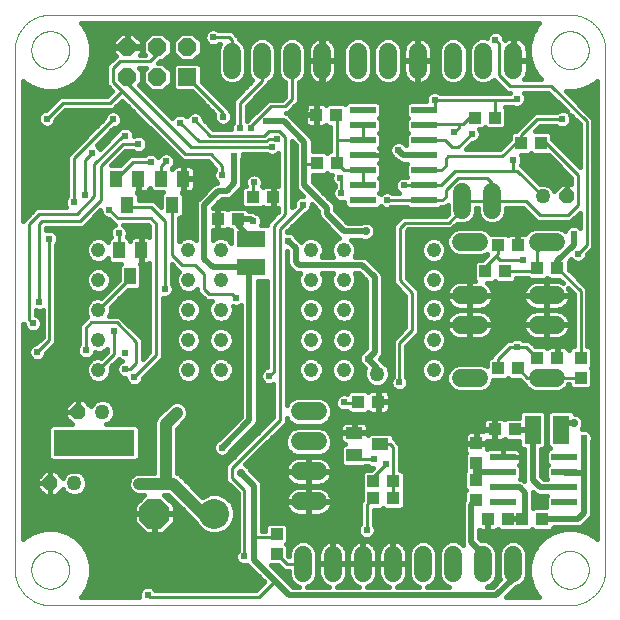
<source format=gbl>
G75*
%MOIN*%
%OFA0B0*%
%FSLAX25Y25*%
%IPPOS*%
%LPD*%
%AMOC8*
5,1,8,0,0,1.08239X$1,22.5*
%
%ADD10C,0.00000*%
%ADD11R,0.26813X0.08775*%
%ADD12R,0.04331X0.03937*%
%ADD13R,0.09449X0.05512*%
%ADD14C,0.04800*%
%ADD15R,0.03937X0.05512*%
%ADD16R,0.08661X0.02362*%
%ADD17R,0.08700X0.02400*%
%ADD18C,0.06000*%
%ADD19R,0.06000X0.06000*%
%ADD20OC8,0.06000*%
%ADD21OC8,0.05000*%
%ADD22C,0.05000*%
%ADD23R,0.03937X0.04331*%
%ADD24R,0.05512X0.09449*%
%ADD25C,0.10000*%
%ADD26OC8,0.10000*%
%ADD27R,0.05512X0.03937*%
%ADD28C,0.02420*%
%ADD29C,0.01969*%
%ADD30C,0.02000*%
%ADD31C,0.02775*%
%ADD32C,0.01000*%
%ADD33C,0.01600*%
%ADD34C,0.03562*%
%ADD35C,0.03937*%
D10*
X0012796Y0013611D02*
X0012796Y0186839D01*
X0018308Y0186839D02*
X0018310Y0186997D01*
X0018316Y0187155D01*
X0018326Y0187313D01*
X0018340Y0187471D01*
X0018358Y0187628D01*
X0018379Y0187785D01*
X0018405Y0187941D01*
X0018435Y0188097D01*
X0018468Y0188252D01*
X0018506Y0188405D01*
X0018547Y0188558D01*
X0018592Y0188710D01*
X0018641Y0188861D01*
X0018694Y0189010D01*
X0018750Y0189158D01*
X0018810Y0189304D01*
X0018874Y0189449D01*
X0018942Y0189592D01*
X0019013Y0189734D01*
X0019087Y0189874D01*
X0019165Y0190011D01*
X0019247Y0190147D01*
X0019331Y0190281D01*
X0019420Y0190412D01*
X0019511Y0190541D01*
X0019606Y0190668D01*
X0019703Y0190793D01*
X0019804Y0190915D01*
X0019908Y0191034D01*
X0020015Y0191151D01*
X0020125Y0191265D01*
X0020238Y0191376D01*
X0020353Y0191485D01*
X0020471Y0191590D01*
X0020592Y0191692D01*
X0020715Y0191792D01*
X0020841Y0191888D01*
X0020969Y0191981D01*
X0021099Y0192071D01*
X0021232Y0192157D01*
X0021367Y0192241D01*
X0021503Y0192320D01*
X0021642Y0192397D01*
X0021783Y0192469D01*
X0021925Y0192539D01*
X0022069Y0192604D01*
X0022215Y0192666D01*
X0022362Y0192724D01*
X0022511Y0192779D01*
X0022661Y0192830D01*
X0022812Y0192877D01*
X0022964Y0192920D01*
X0023117Y0192959D01*
X0023272Y0192995D01*
X0023427Y0193026D01*
X0023583Y0193054D01*
X0023739Y0193078D01*
X0023896Y0193098D01*
X0024054Y0193114D01*
X0024211Y0193126D01*
X0024370Y0193134D01*
X0024528Y0193138D01*
X0024686Y0193138D01*
X0024844Y0193134D01*
X0025003Y0193126D01*
X0025160Y0193114D01*
X0025318Y0193098D01*
X0025475Y0193078D01*
X0025631Y0193054D01*
X0025787Y0193026D01*
X0025942Y0192995D01*
X0026097Y0192959D01*
X0026250Y0192920D01*
X0026402Y0192877D01*
X0026553Y0192830D01*
X0026703Y0192779D01*
X0026852Y0192724D01*
X0026999Y0192666D01*
X0027145Y0192604D01*
X0027289Y0192539D01*
X0027431Y0192469D01*
X0027572Y0192397D01*
X0027711Y0192320D01*
X0027847Y0192241D01*
X0027982Y0192157D01*
X0028115Y0192071D01*
X0028245Y0191981D01*
X0028373Y0191888D01*
X0028499Y0191792D01*
X0028622Y0191692D01*
X0028743Y0191590D01*
X0028861Y0191485D01*
X0028976Y0191376D01*
X0029089Y0191265D01*
X0029199Y0191151D01*
X0029306Y0191034D01*
X0029410Y0190915D01*
X0029511Y0190793D01*
X0029608Y0190668D01*
X0029703Y0190541D01*
X0029794Y0190412D01*
X0029883Y0190281D01*
X0029967Y0190147D01*
X0030049Y0190011D01*
X0030127Y0189874D01*
X0030201Y0189734D01*
X0030272Y0189592D01*
X0030340Y0189449D01*
X0030404Y0189304D01*
X0030464Y0189158D01*
X0030520Y0189010D01*
X0030573Y0188861D01*
X0030622Y0188710D01*
X0030667Y0188558D01*
X0030708Y0188405D01*
X0030746Y0188252D01*
X0030779Y0188097D01*
X0030809Y0187941D01*
X0030835Y0187785D01*
X0030856Y0187628D01*
X0030874Y0187471D01*
X0030888Y0187313D01*
X0030898Y0187155D01*
X0030904Y0186997D01*
X0030906Y0186839D01*
X0030904Y0186681D01*
X0030898Y0186523D01*
X0030888Y0186365D01*
X0030874Y0186207D01*
X0030856Y0186050D01*
X0030835Y0185893D01*
X0030809Y0185737D01*
X0030779Y0185581D01*
X0030746Y0185426D01*
X0030708Y0185273D01*
X0030667Y0185120D01*
X0030622Y0184968D01*
X0030573Y0184817D01*
X0030520Y0184668D01*
X0030464Y0184520D01*
X0030404Y0184374D01*
X0030340Y0184229D01*
X0030272Y0184086D01*
X0030201Y0183944D01*
X0030127Y0183804D01*
X0030049Y0183667D01*
X0029967Y0183531D01*
X0029883Y0183397D01*
X0029794Y0183266D01*
X0029703Y0183137D01*
X0029608Y0183010D01*
X0029511Y0182885D01*
X0029410Y0182763D01*
X0029306Y0182644D01*
X0029199Y0182527D01*
X0029089Y0182413D01*
X0028976Y0182302D01*
X0028861Y0182193D01*
X0028743Y0182088D01*
X0028622Y0181986D01*
X0028499Y0181886D01*
X0028373Y0181790D01*
X0028245Y0181697D01*
X0028115Y0181607D01*
X0027982Y0181521D01*
X0027847Y0181437D01*
X0027711Y0181358D01*
X0027572Y0181281D01*
X0027431Y0181209D01*
X0027289Y0181139D01*
X0027145Y0181074D01*
X0026999Y0181012D01*
X0026852Y0180954D01*
X0026703Y0180899D01*
X0026553Y0180848D01*
X0026402Y0180801D01*
X0026250Y0180758D01*
X0026097Y0180719D01*
X0025942Y0180683D01*
X0025787Y0180652D01*
X0025631Y0180624D01*
X0025475Y0180600D01*
X0025318Y0180580D01*
X0025160Y0180564D01*
X0025003Y0180552D01*
X0024844Y0180544D01*
X0024686Y0180540D01*
X0024528Y0180540D01*
X0024370Y0180544D01*
X0024211Y0180552D01*
X0024054Y0180564D01*
X0023896Y0180580D01*
X0023739Y0180600D01*
X0023583Y0180624D01*
X0023427Y0180652D01*
X0023272Y0180683D01*
X0023117Y0180719D01*
X0022964Y0180758D01*
X0022812Y0180801D01*
X0022661Y0180848D01*
X0022511Y0180899D01*
X0022362Y0180954D01*
X0022215Y0181012D01*
X0022069Y0181074D01*
X0021925Y0181139D01*
X0021783Y0181209D01*
X0021642Y0181281D01*
X0021503Y0181358D01*
X0021367Y0181437D01*
X0021232Y0181521D01*
X0021099Y0181607D01*
X0020969Y0181697D01*
X0020841Y0181790D01*
X0020715Y0181886D01*
X0020592Y0181986D01*
X0020471Y0182088D01*
X0020353Y0182193D01*
X0020238Y0182302D01*
X0020125Y0182413D01*
X0020015Y0182527D01*
X0019908Y0182644D01*
X0019804Y0182763D01*
X0019703Y0182885D01*
X0019606Y0183010D01*
X0019511Y0183137D01*
X0019420Y0183266D01*
X0019331Y0183397D01*
X0019247Y0183531D01*
X0019165Y0183667D01*
X0019087Y0183804D01*
X0019013Y0183944D01*
X0018942Y0184086D01*
X0018874Y0184229D01*
X0018810Y0184374D01*
X0018750Y0184520D01*
X0018694Y0184668D01*
X0018641Y0184817D01*
X0018592Y0184968D01*
X0018547Y0185120D01*
X0018506Y0185273D01*
X0018468Y0185426D01*
X0018435Y0185581D01*
X0018405Y0185737D01*
X0018379Y0185893D01*
X0018358Y0186050D01*
X0018340Y0186207D01*
X0018326Y0186365D01*
X0018316Y0186523D01*
X0018310Y0186681D01*
X0018308Y0186839D01*
X0012796Y0186839D02*
X0012799Y0187124D01*
X0012810Y0187410D01*
X0012827Y0187695D01*
X0012851Y0187979D01*
X0012882Y0188263D01*
X0012920Y0188546D01*
X0012965Y0188827D01*
X0013016Y0189108D01*
X0013074Y0189388D01*
X0013139Y0189666D01*
X0013211Y0189942D01*
X0013289Y0190216D01*
X0013374Y0190489D01*
X0013466Y0190759D01*
X0013564Y0191027D01*
X0013668Y0191293D01*
X0013779Y0191556D01*
X0013896Y0191816D01*
X0014019Y0192074D01*
X0014149Y0192328D01*
X0014285Y0192579D01*
X0014426Y0192827D01*
X0014574Y0193071D01*
X0014727Y0193312D01*
X0014887Y0193548D01*
X0015052Y0193781D01*
X0015222Y0194010D01*
X0015398Y0194235D01*
X0015580Y0194455D01*
X0015766Y0194671D01*
X0015958Y0194882D01*
X0016155Y0195089D01*
X0016357Y0195291D01*
X0016564Y0195488D01*
X0016775Y0195680D01*
X0016991Y0195866D01*
X0017211Y0196048D01*
X0017436Y0196224D01*
X0017665Y0196394D01*
X0017898Y0196559D01*
X0018134Y0196719D01*
X0018375Y0196872D01*
X0018619Y0197020D01*
X0018867Y0197161D01*
X0019118Y0197297D01*
X0019372Y0197427D01*
X0019630Y0197550D01*
X0019890Y0197667D01*
X0020153Y0197778D01*
X0020419Y0197882D01*
X0020687Y0197980D01*
X0020957Y0198072D01*
X0021230Y0198157D01*
X0021504Y0198235D01*
X0021780Y0198307D01*
X0022058Y0198372D01*
X0022338Y0198430D01*
X0022619Y0198481D01*
X0022900Y0198526D01*
X0023183Y0198564D01*
X0023467Y0198595D01*
X0023751Y0198619D01*
X0024036Y0198636D01*
X0024322Y0198647D01*
X0024607Y0198650D01*
X0197835Y0198650D01*
X0191536Y0186839D02*
X0191538Y0186997D01*
X0191544Y0187155D01*
X0191554Y0187313D01*
X0191568Y0187471D01*
X0191586Y0187628D01*
X0191607Y0187785D01*
X0191633Y0187941D01*
X0191663Y0188097D01*
X0191696Y0188252D01*
X0191734Y0188405D01*
X0191775Y0188558D01*
X0191820Y0188710D01*
X0191869Y0188861D01*
X0191922Y0189010D01*
X0191978Y0189158D01*
X0192038Y0189304D01*
X0192102Y0189449D01*
X0192170Y0189592D01*
X0192241Y0189734D01*
X0192315Y0189874D01*
X0192393Y0190011D01*
X0192475Y0190147D01*
X0192559Y0190281D01*
X0192648Y0190412D01*
X0192739Y0190541D01*
X0192834Y0190668D01*
X0192931Y0190793D01*
X0193032Y0190915D01*
X0193136Y0191034D01*
X0193243Y0191151D01*
X0193353Y0191265D01*
X0193466Y0191376D01*
X0193581Y0191485D01*
X0193699Y0191590D01*
X0193820Y0191692D01*
X0193943Y0191792D01*
X0194069Y0191888D01*
X0194197Y0191981D01*
X0194327Y0192071D01*
X0194460Y0192157D01*
X0194595Y0192241D01*
X0194731Y0192320D01*
X0194870Y0192397D01*
X0195011Y0192469D01*
X0195153Y0192539D01*
X0195297Y0192604D01*
X0195443Y0192666D01*
X0195590Y0192724D01*
X0195739Y0192779D01*
X0195889Y0192830D01*
X0196040Y0192877D01*
X0196192Y0192920D01*
X0196345Y0192959D01*
X0196500Y0192995D01*
X0196655Y0193026D01*
X0196811Y0193054D01*
X0196967Y0193078D01*
X0197124Y0193098D01*
X0197282Y0193114D01*
X0197439Y0193126D01*
X0197598Y0193134D01*
X0197756Y0193138D01*
X0197914Y0193138D01*
X0198072Y0193134D01*
X0198231Y0193126D01*
X0198388Y0193114D01*
X0198546Y0193098D01*
X0198703Y0193078D01*
X0198859Y0193054D01*
X0199015Y0193026D01*
X0199170Y0192995D01*
X0199325Y0192959D01*
X0199478Y0192920D01*
X0199630Y0192877D01*
X0199781Y0192830D01*
X0199931Y0192779D01*
X0200080Y0192724D01*
X0200227Y0192666D01*
X0200373Y0192604D01*
X0200517Y0192539D01*
X0200659Y0192469D01*
X0200800Y0192397D01*
X0200939Y0192320D01*
X0201075Y0192241D01*
X0201210Y0192157D01*
X0201343Y0192071D01*
X0201473Y0191981D01*
X0201601Y0191888D01*
X0201727Y0191792D01*
X0201850Y0191692D01*
X0201971Y0191590D01*
X0202089Y0191485D01*
X0202204Y0191376D01*
X0202317Y0191265D01*
X0202427Y0191151D01*
X0202534Y0191034D01*
X0202638Y0190915D01*
X0202739Y0190793D01*
X0202836Y0190668D01*
X0202931Y0190541D01*
X0203022Y0190412D01*
X0203111Y0190281D01*
X0203195Y0190147D01*
X0203277Y0190011D01*
X0203355Y0189874D01*
X0203429Y0189734D01*
X0203500Y0189592D01*
X0203568Y0189449D01*
X0203632Y0189304D01*
X0203692Y0189158D01*
X0203748Y0189010D01*
X0203801Y0188861D01*
X0203850Y0188710D01*
X0203895Y0188558D01*
X0203936Y0188405D01*
X0203974Y0188252D01*
X0204007Y0188097D01*
X0204037Y0187941D01*
X0204063Y0187785D01*
X0204084Y0187628D01*
X0204102Y0187471D01*
X0204116Y0187313D01*
X0204126Y0187155D01*
X0204132Y0186997D01*
X0204134Y0186839D01*
X0204132Y0186681D01*
X0204126Y0186523D01*
X0204116Y0186365D01*
X0204102Y0186207D01*
X0204084Y0186050D01*
X0204063Y0185893D01*
X0204037Y0185737D01*
X0204007Y0185581D01*
X0203974Y0185426D01*
X0203936Y0185273D01*
X0203895Y0185120D01*
X0203850Y0184968D01*
X0203801Y0184817D01*
X0203748Y0184668D01*
X0203692Y0184520D01*
X0203632Y0184374D01*
X0203568Y0184229D01*
X0203500Y0184086D01*
X0203429Y0183944D01*
X0203355Y0183804D01*
X0203277Y0183667D01*
X0203195Y0183531D01*
X0203111Y0183397D01*
X0203022Y0183266D01*
X0202931Y0183137D01*
X0202836Y0183010D01*
X0202739Y0182885D01*
X0202638Y0182763D01*
X0202534Y0182644D01*
X0202427Y0182527D01*
X0202317Y0182413D01*
X0202204Y0182302D01*
X0202089Y0182193D01*
X0201971Y0182088D01*
X0201850Y0181986D01*
X0201727Y0181886D01*
X0201601Y0181790D01*
X0201473Y0181697D01*
X0201343Y0181607D01*
X0201210Y0181521D01*
X0201075Y0181437D01*
X0200939Y0181358D01*
X0200800Y0181281D01*
X0200659Y0181209D01*
X0200517Y0181139D01*
X0200373Y0181074D01*
X0200227Y0181012D01*
X0200080Y0180954D01*
X0199931Y0180899D01*
X0199781Y0180848D01*
X0199630Y0180801D01*
X0199478Y0180758D01*
X0199325Y0180719D01*
X0199170Y0180683D01*
X0199015Y0180652D01*
X0198859Y0180624D01*
X0198703Y0180600D01*
X0198546Y0180580D01*
X0198388Y0180564D01*
X0198231Y0180552D01*
X0198072Y0180544D01*
X0197914Y0180540D01*
X0197756Y0180540D01*
X0197598Y0180544D01*
X0197439Y0180552D01*
X0197282Y0180564D01*
X0197124Y0180580D01*
X0196967Y0180600D01*
X0196811Y0180624D01*
X0196655Y0180652D01*
X0196500Y0180683D01*
X0196345Y0180719D01*
X0196192Y0180758D01*
X0196040Y0180801D01*
X0195889Y0180848D01*
X0195739Y0180899D01*
X0195590Y0180954D01*
X0195443Y0181012D01*
X0195297Y0181074D01*
X0195153Y0181139D01*
X0195011Y0181209D01*
X0194870Y0181281D01*
X0194731Y0181358D01*
X0194595Y0181437D01*
X0194460Y0181521D01*
X0194327Y0181607D01*
X0194197Y0181697D01*
X0194069Y0181790D01*
X0193943Y0181886D01*
X0193820Y0181986D01*
X0193699Y0182088D01*
X0193581Y0182193D01*
X0193466Y0182302D01*
X0193353Y0182413D01*
X0193243Y0182527D01*
X0193136Y0182644D01*
X0193032Y0182763D01*
X0192931Y0182885D01*
X0192834Y0183010D01*
X0192739Y0183137D01*
X0192648Y0183266D01*
X0192559Y0183397D01*
X0192475Y0183531D01*
X0192393Y0183667D01*
X0192315Y0183804D01*
X0192241Y0183944D01*
X0192170Y0184086D01*
X0192102Y0184229D01*
X0192038Y0184374D01*
X0191978Y0184520D01*
X0191922Y0184668D01*
X0191869Y0184817D01*
X0191820Y0184968D01*
X0191775Y0185120D01*
X0191734Y0185273D01*
X0191696Y0185426D01*
X0191663Y0185581D01*
X0191633Y0185737D01*
X0191607Y0185893D01*
X0191586Y0186050D01*
X0191568Y0186207D01*
X0191554Y0186365D01*
X0191544Y0186523D01*
X0191538Y0186681D01*
X0191536Y0186839D01*
X0197835Y0198650D02*
X0198120Y0198647D01*
X0198406Y0198636D01*
X0198691Y0198619D01*
X0198975Y0198595D01*
X0199259Y0198564D01*
X0199542Y0198526D01*
X0199823Y0198481D01*
X0200104Y0198430D01*
X0200384Y0198372D01*
X0200662Y0198307D01*
X0200938Y0198235D01*
X0201212Y0198157D01*
X0201485Y0198072D01*
X0201755Y0197980D01*
X0202023Y0197882D01*
X0202289Y0197778D01*
X0202552Y0197667D01*
X0202812Y0197550D01*
X0203070Y0197427D01*
X0203324Y0197297D01*
X0203575Y0197161D01*
X0203823Y0197020D01*
X0204067Y0196872D01*
X0204308Y0196719D01*
X0204544Y0196559D01*
X0204777Y0196394D01*
X0205006Y0196224D01*
X0205231Y0196048D01*
X0205451Y0195866D01*
X0205667Y0195680D01*
X0205878Y0195488D01*
X0206085Y0195291D01*
X0206287Y0195089D01*
X0206484Y0194882D01*
X0206676Y0194671D01*
X0206862Y0194455D01*
X0207044Y0194235D01*
X0207220Y0194010D01*
X0207390Y0193781D01*
X0207555Y0193548D01*
X0207715Y0193312D01*
X0207868Y0193071D01*
X0208016Y0192827D01*
X0208157Y0192579D01*
X0208293Y0192328D01*
X0208423Y0192074D01*
X0208546Y0191816D01*
X0208663Y0191556D01*
X0208774Y0191293D01*
X0208878Y0191027D01*
X0208976Y0190759D01*
X0209068Y0190489D01*
X0209153Y0190216D01*
X0209231Y0189942D01*
X0209303Y0189666D01*
X0209368Y0189388D01*
X0209426Y0189108D01*
X0209477Y0188827D01*
X0209522Y0188546D01*
X0209560Y0188263D01*
X0209591Y0187979D01*
X0209615Y0187695D01*
X0209632Y0187410D01*
X0209643Y0187124D01*
X0209646Y0186839D01*
X0209646Y0013611D01*
X0191536Y0013611D02*
X0191538Y0013769D01*
X0191544Y0013927D01*
X0191554Y0014085D01*
X0191568Y0014243D01*
X0191586Y0014400D01*
X0191607Y0014557D01*
X0191633Y0014713D01*
X0191663Y0014869D01*
X0191696Y0015024D01*
X0191734Y0015177D01*
X0191775Y0015330D01*
X0191820Y0015482D01*
X0191869Y0015633D01*
X0191922Y0015782D01*
X0191978Y0015930D01*
X0192038Y0016076D01*
X0192102Y0016221D01*
X0192170Y0016364D01*
X0192241Y0016506D01*
X0192315Y0016646D01*
X0192393Y0016783D01*
X0192475Y0016919D01*
X0192559Y0017053D01*
X0192648Y0017184D01*
X0192739Y0017313D01*
X0192834Y0017440D01*
X0192931Y0017565D01*
X0193032Y0017687D01*
X0193136Y0017806D01*
X0193243Y0017923D01*
X0193353Y0018037D01*
X0193466Y0018148D01*
X0193581Y0018257D01*
X0193699Y0018362D01*
X0193820Y0018464D01*
X0193943Y0018564D01*
X0194069Y0018660D01*
X0194197Y0018753D01*
X0194327Y0018843D01*
X0194460Y0018929D01*
X0194595Y0019013D01*
X0194731Y0019092D01*
X0194870Y0019169D01*
X0195011Y0019241D01*
X0195153Y0019311D01*
X0195297Y0019376D01*
X0195443Y0019438D01*
X0195590Y0019496D01*
X0195739Y0019551D01*
X0195889Y0019602D01*
X0196040Y0019649D01*
X0196192Y0019692D01*
X0196345Y0019731D01*
X0196500Y0019767D01*
X0196655Y0019798D01*
X0196811Y0019826D01*
X0196967Y0019850D01*
X0197124Y0019870D01*
X0197282Y0019886D01*
X0197439Y0019898D01*
X0197598Y0019906D01*
X0197756Y0019910D01*
X0197914Y0019910D01*
X0198072Y0019906D01*
X0198231Y0019898D01*
X0198388Y0019886D01*
X0198546Y0019870D01*
X0198703Y0019850D01*
X0198859Y0019826D01*
X0199015Y0019798D01*
X0199170Y0019767D01*
X0199325Y0019731D01*
X0199478Y0019692D01*
X0199630Y0019649D01*
X0199781Y0019602D01*
X0199931Y0019551D01*
X0200080Y0019496D01*
X0200227Y0019438D01*
X0200373Y0019376D01*
X0200517Y0019311D01*
X0200659Y0019241D01*
X0200800Y0019169D01*
X0200939Y0019092D01*
X0201075Y0019013D01*
X0201210Y0018929D01*
X0201343Y0018843D01*
X0201473Y0018753D01*
X0201601Y0018660D01*
X0201727Y0018564D01*
X0201850Y0018464D01*
X0201971Y0018362D01*
X0202089Y0018257D01*
X0202204Y0018148D01*
X0202317Y0018037D01*
X0202427Y0017923D01*
X0202534Y0017806D01*
X0202638Y0017687D01*
X0202739Y0017565D01*
X0202836Y0017440D01*
X0202931Y0017313D01*
X0203022Y0017184D01*
X0203111Y0017053D01*
X0203195Y0016919D01*
X0203277Y0016783D01*
X0203355Y0016646D01*
X0203429Y0016506D01*
X0203500Y0016364D01*
X0203568Y0016221D01*
X0203632Y0016076D01*
X0203692Y0015930D01*
X0203748Y0015782D01*
X0203801Y0015633D01*
X0203850Y0015482D01*
X0203895Y0015330D01*
X0203936Y0015177D01*
X0203974Y0015024D01*
X0204007Y0014869D01*
X0204037Y0014713D01*
X0204063Y0014557D01*
X0204084Y0014400D01*
X0204102Y0014243D01*
X0204116Y0014085D01*
X0204126Y0013927D01*
X0204132Y0013769D01*
X0204134Y0013611D01*
X0204132Y0013453D01*
X0204126Y0013295D01*
X0204116Y0013137D01*
X0204102Y0012979D01*
X0204084Y0012822D01*
X0204063Y0012665D01*
X0204037Y0012509D01*
X0204007Y0012353D01*
X0203974Y0012198D01*
X0203936Y0012045D01*
X0203895Y0011892D01*
X0203850Y0011740D01*
X0203801Y0011589D01*
X0203748Y0011440D01*
X0203692Y0011292D01*
X0203632Y0011146D01*
X0203568Y0011001D01*
X0203500Y0010858D01*
X0203429Y0010716D01*
X0203355Y0010576D01*
X0203277Y0010439D01*
X0203195Y0010303D01*
X0203111Y0010169D01*
X0203022Y0010038D01*
X0202931Y0009909D01*
X0202836Y0009782D01*
X0202739Y0009657D01*
X0202638Y0009535D01*
X0202534Y0009416D01*
X0202427Y0009299D01*
X0202317Y0009185D01*
X0202204Y0009074D01*
X0202089Y0008965D01*
X0201971Y0008860D01*
X0201850Y0008758D01*
X0201727Y0008658D01*
X0201601Y0008562D01*
X0201473Y0008469D01*
X0201343Y0008379D01*
X0201210Y0008293D01*
X0201075Y0008209D01*
X0200939Y0008130D01*
X0200800Y0008053D01*
X0200659Y0007981D01*
X0200517Y0007911D01*
X0200373Y0007846D01*
X0200227Y0007784D01*
X0200080Y0007726D01*
X0199931Y0007671D01*
X0199781Y0007620D01*
X0199630Y0007573D01*
X0199478Y0007530D01*
X0199325Y0007491D01*
X0199170Y0007455D01*
X0199015Y0007424D01*
X0198859Y0007396D01*
X0198703Y0007372D01*
X0198546Y0007352D01*
X0198388Y0007336D01*
X0198231Y0007324D01*
X0198072Y0007316D01*
X0197914Y0007312D01*
X0197756Y0007312D01*
X0197598Y0007316D01*
X0197439Y0007324D01*
X0197282Y0007336D01*
X0197124Y0007352D01*
X0196967Y0007372D01*
X0196811Y0007396D01*
X0196655Y0007424D01*
X0196500Y0007455D01*
X0196345Y0007491D01*
X0196192Y0007530D01*
X0196040Y0007573D01*
X0195889Y0007620D01*
X0195739Y0007671D01*
X0195590Y0007726D01*
X0195443Y0007784D01*
X0195297Y0007846D01*
X0195153Y0007911D01*
X0195011Y0007981D01*
X0194870Y0008053D01*
X0194731Y0008130D01*
X0194595Y0008209D01*
X0194460Y0008293D01*
X0194327Y0008379D01*
X0194197Y0008469D01*
X0194069Y0008562D01*
X0193943Y0008658D01*
X0193820Y0008758D01*
X0193699Y0008860D01*
X0193581Y0008965D01*
X0193466Y0009074D01*
X0193353Y0009185D01*
X0193243Y0009299D01*
X0193136Y0009416D01*
X0193032Y0009535D01*
X0192931Y0009657D01*
X0192834Y0009782D01*
X0192739Y0009909D01*
X0192648Y0010038D01*
X0192559Y0010169D01*
X0192475Y0010303D01*
X0192393Y0010439D01*
X0192315Y0010576D01*
X0192241Y0010716D01*
X0192170Y0010858D01*
X0192102Y0011001D01*
X0192038Y0011146D01*
X0191978Y0011292D01*
X0191922Y0011440D01*
X0191869Y0011589D01*
X0191820Y0011740D01*
X0191775Y0011892D01*
X0191734Y0012045D01*
X0191696Y0012198D01*
X0191663Y0012353D01*
X0191633Y0012509D01*
X0191607Y0012665D01*
X0191586Y0012822D01*
X0191568Y0012979D01*
X0191554Y0013137D01*
X0191544Y0013295D01*
X0191538Y0013453D01*
X0191536Y0013611D01*
X0197835Y0001800D02*
X0198120Y0001803D01*
X0198406Y0001814D01*
X0198691Y0001831D01*
X0198975Y0001855D01*
X0199259Y0001886D01*
X0199542Y0001924D01*
X0199823Y0001969D01*
X0200104Y0002020D01*
X0200384Y0002078D01*
X0200662Y0002143D01*
X0200938Y0002215D01*
X0201212Y0002293D01*
X0201485Y0002378D01*
X0201755Y0002470D01*
X0202023Y0002568D01*
X0202289Y0002672D01*
X0202552Y0002783D01*
X0202812Y0002900D01*
X0203070Y0003023D01*
X0203324Y0003153D01*
X0203575Y0003289D01*
X0203823Y0003430D01*
X0204067Y0003578D01*
X0204308Y0003731D01*
X0204544Y0003891D01*
X0204777Y0004056D01*
X0205006Y0004226D01*
X0205231Y0004402D01*
X0205451Y0004584D01*
X0205667Y0004770D01*
X0205878Y0004962D01*
X0206085Y0005159D01*
X0206287Y0005361D01*
X0206484Y0005568D01*
X0206676Y0005779D01*
X0206862Y0005995D01*
X0207044Y0006215D01*
X0207220Y0006440D01*
X0207390Y0006669D01*
X0207555Y0006902D01*
X0207715Y0007138D01*
X0207868Y0007379D01*
X0208016Y0007623D01*
X0208157Y0007871D01*
X0208293Y0008122D01*
X0208423Y0008376D01*
X0208546Y0008634D01*
X0208663Y0008894D01*
X0208774Y0009157D01*
X0208878Y0009423D01*
X0208976Y0009691D01*
X0209068Y0009961D01*
X0209153Y0010234D01*
X0209231Y0010508D01*
X0209303Y0010784D01*
X0209368Y0011062D01*
X0209426Y0011342D01*
X0209477Y0011623D01*
X0209522Y0011904D01*
X0209560Y0012187D01*
X0209591Y0012471D01*
X0209615Y0012755D01*
X0209632Y0013040D01*
X0209643Y0013326D01*
X0209646Y0013611D01*
X0197835Y0001800D02*
X0024607Y0001800D01*
X0018308Y0013611D02*
X0018310Y0013769D01*
X0018316Y0013927D01*
X0018326Y0014085D01*
X0018340Y0014243D01*
X0018358Y0014400D01*
X0018379Y0014557D01*
X0018405Y0014713D01*
X0018435Y0014869D01*
X0018468Y0015024D01*
X0018506Y0015177D01*
X0018547Y0015330D01*
X0018592Y0015482D01*
X0018641Y0015633D01*
X0018694Y0015782D01*
X0018750Y0015930D01*
X0018810Y0016076D01*
X0018874Y0016221D01*
X0018942Y0016364D01*
X0019013Y0016506D01*
X0019087Y0016646D01*
X0019165Y0016783D01*
X0019247Y0016919D01*
X0019331Y0017053D01*
X0019420Y0017184D01*
X0019511Y0017313D01*
X0019606Y0017440D01*
X0019703Y0017565D01*
X0019804Y0017687D01*
X0019908Y0017806D01*
X0020015Y0017923D01*
X0020125Y0018037D01*
X0020238Y0018148D01*
X0020353Y0018257D01*
X0020471Y0018362D01*
X0020592Y0018464D01*
X0020715Y0018564D01*
X0020841Y0018660D01*
X0020969Y0018753D01*
X0021099Y0018843D01*
X0021232Y0018929D01*
X0021367Y0019013D01*
X0021503Y0019092D01*
X0021642Y0019169D01*
X0021783Y0019241D01*
X0021925Y0019311D01*
X0022069Y0019376D01*
X0022215Y0019438D01*
X0022362Y0019496D01*
X0022511Y0019551D01*
X0022661Y0019602D01*
X0022812Y0019649D01*
X0022964Y0019692D01*
X0023117Y0019731D01*
X0023272Y0019767D01*
X0023427Y0019798D01*
X0023583Y0019826D01*
X0023739Y0019850D01*
X0023896Y0019870D01*
X0024054Y0019886D01*
X0024211Y0019898D01*
X0024370Y0019906D01*
X0024528Y0019910D01*
X0024686Y0019910D01*
X0024844Y0019906D01*
X0025003Y0019898D01*
X0025160Y0019886D01*
X0025318Y0019870D01*
X0025475Y0019850D01*
X0025631Y0019826D01*
X0025787Y0019798D01*
X0025942Y0019767D01*
X0026097Y0019731D01*
X0026250Y0019692D01*
X0026402Y0019649D01*
X0026553Y0019602D01*
X0026703Y0019551D01*
X0026852Y0019496D01*
X0026999Y0019438D01*
X0027145Y0019376D01*
X0027289Y0019311D01*
X0027431Y0019241D01*
X0027572Y0019169D01*
X0027711Y0019092D01*
X0027847Y0019013D01*
X0027982Y0018929D01*
X0028115Y0018843D01*
X0028245Y0018753D01*
X0028373Y0018660D01*
X0028499Y0018564D01*
X0028622Y0018464D01*
X0028743Y0018362D01*
X0028861Y0018257D01*
X0028976Y0018148D01*
X0029089Y0018037D01*
X0029199Y0017923D01*
X0029306Y0017806D01*
X0029410Y0017687D01*
X0029511Y0017565D01*
X0029608Y0017440D01*
X0029703Y0017313D01*
X0029794Y0017184D01*
X0029883Y0017053D01*
X0029967Y0016919D01*
X0030049Y0016783D01*
X0030127Y0016646D01*
X0030201Y0016506D01*
X0030272Y0016364D01*
X0030340Y0016221D01*
X0030404Y0016076D01*
X0030464Y0015930D01*
X0030520Y0015782D01*
X0030573Y0015633D01*
X0030622Y0015482D01*
X0030667Y0015330D01*
X0030708Y0015177D01*
X0030746Y0015024D01*
X0030779Y0014869D01*
X0030809Y0014713D01*
X0030835Y0014557D01*
X0030856Y0014400D01*
X0030874Y0014243D01*
X0030888Y0014085D01*
X0030898Y0013927D01*
X0030904Y0013769D01*
X0030906Y0013611D01*
X0030904Y0013453D01*
X0030898Y0013295D01*
X0030888Y0013137D01*
X0030874Y0012979D01*
X0030856Y0012822D01*
X0030835Y0012665D01*
X0030809Y0012509D01*
X0030779Y0012353D01*
X0030746Y0012198D01*
X0030708Y0012045D01*
X0030667Y0011892D01*
X0030622Y0011740D01*
X0030573Y0011589D01*
X0030520Y0011440D01*
X0030464Y0011292D01*
X0030404Y0011146D01*
X0030340Y0011001D01*
X0030272Y0010858D01*
X0030201Y0010716D01*
X0030127Y0010576D01*
X0030049Y0010439D01*
X0029967Y0010303D01*
X0029883Y0010169D01*
X0029794Y0010038D01*
X0029703Y0009909D01*
X0029608Y0009782D01*
X0029511Y0009657D01*
X0029410Y0009535D01*
X0029306Y0009416D01*
X0029199Y0009299D01*
X0029089Y0009185D01*
X0028976Y0009074D01*
X0028861Y0008965D01*
X0028743Y0008860D01*
X0028622Y0008758D01*
X0028499Y0008658D01*
X0028373Y0008562D01*
X0028245Y0008469D01*
X0028115Y0008379D01*
X0027982Y0008293D01*
X0027847Y0008209D01*
X0027711Y0008130D01*
X0027572Y0008053D01*
X0027431Y0007981D01*
X0027289Y0007911D01*
X0027145Y0007846D01*
X0026999Y0007784D01*
X0026852Y0007726D01*
X0026703Y0007671D01*
X0026553Y0007620D01*
X0026402Y0007573D01*
X0026250Y0007530D01*
X0026097Y0007491D01*
X0025942Y0007455D01*
X0025787Y0007424D01*
X0025631Y0007396D01*
X0025475Y0007372D01*
X0025318Y0007352D01*
X0025160Y0007336D01*
X0025003Y0007324D01*
X0024844Y0007316D01*
X0024686Y0007312D01*
X0024528Y0007312D01*
X0024370Y0007316D01*
X0024211Y0007324D01*
X0024054Y0007336D01*
X0023896Y0007352D01*
X0023739Y0007372D01*
X0023583Y0007396D01*
X0023427Y0007424D01*
X0023272Y0007455D01*
X0023117Y0007491D01*
X0022964Y0007530D01*
X0022812Y0007573D01*
X0022661Y0007620D01*
X0022511Y0007671D01*
X0022362Y0007726D01*
X0022215Y0007784D01*
X0022069Y0007846D01*
X0021925Y0007911D01*
X0021783Y0007981D01*
X0021642Y0008053D01*
X0021503Y0008130D01*
X0021367Y0008209D01*
X0021232Y0008293D01*
X0021099Y0008379D01*
X0020969Y0008469D01*
X0020841Y0008562D01*
X0020715Y0008658D01*
X0020592Y0008758D01*
X0020471Y0008860D01*
X0020353Y0008965D01*
X0020238Y0009074D01*
X0020125Y0009185D01*
X0020015Y0009299D01*
X0019908Y0009416D01*
X0019804Y0009535D01*
X0019703Y0009657D01*
X0019606Y0009782D01*
X0019511Y0009909D01*
X0019420Y0010038D01*
X0019331Y0010169D01*
X0019247Y0010303D01*
X0019165Y0010439D01*
X0019087Y0010576D01*
X0019013Y0010716D01*
X0018942Y0010858D01*
X0018874Y0011001D01*
X0018810Y0011146D01*
X0018750Y0011292D01*
X0018694Y0011440D01*
X0018641Y0011589D01*
X0018592Y0011740D01*
X0018547Y0011892D01*
X0018506Y0012045D01*
X0018468Y0012198D01*
X0018435Y0012353D01*
X0018405Y0012509D01*
X0018379Y0012665D01*
X0018358Y0012822D01*
X0018340Y0012979D01*
X0018326Y0013137D01*
X0018316Y0013295D01*
X0018310Y0013453D01*
X0018308Y0013611D01*
X0012796Y0013611D02*
X0012799Y0013326D01*
X0012810Y0013040D01*
X0012827Y0012755D01*
X0012851Y0012471D01*
X0012882Y0012187D01*
X0012920Y0011904D01*
X0012965Y0011623D01*
X0013016Y0011342D01*
X0013074Y0011062D01*
X0013139Y0010784D01*
X0013211Y0010508D01*
X0013289Y0010234D01*
X0013374Y0009961D01*
X0013466Y0009691D01*
X0013564Y0009423D01*
X0013668Y0009157D01*
X0013779Y0008894D01*
X0013896Y0008634D01*
X0014019Y0008376D01*
X0014149Y0008122D01*
X0014285Y0007871D01*
X0014426Y0007623D01*
X0014574Y0007379D01*
X0014727Y0007138D01*
X0014887Y0006902D01*
X0015052Y0006669D01*
X0015222Y0006440D01*
X0015398Y0006215D01*
X0015580Y0005995D01*
X0015766Y0005779D01*
X0015958Y0005568D01*
X0016155Y0005361D01*
X0016357Y0005159D01*
X0016564Y0004962D01*
X0016775Y0004770D01*
X0016991Y0004584D01*
X0017211Y0004402D01*
X0017436Y0004226D01*
X0017665Y0004056D01*
X0017898Y0003891D01*
X0018134Y0003731D01*
X0018375Y0003578D01*
X0018619Y0003430D01*
X0018867Y0003289D01*
X0019118Y0003153D01*
X0019372Y0003023D01*
X0019630Y0002900D01*
X0019890Y0002783D01*
X0020153Y0002672D01*
X0020419Y0002568D01*
X0020687Y0002470D01*
X0020957Y0002378D01*
X0021230Y0002293D01*
X0021504Y0002215D01*
X0021780Y0002143D01*
X0022058Y0002078D01*
X0022338Y0002020D01*
X0022619Y0001969D01*
X0022900Y0001924D01*
X0023183Y0001886D01*
X0023467Y0001855D01*
X0023751Y0001831D01*
X0024036Y0001814D01*
X0024322Y0001803D01*
X0024607Y0001800D01*
D11*
X0039202Y0055912D03*
D12*
X0100058Y0025621D03*
X0100058Y0018929D03*
X0166546Y0036829D03*
X0166546Y0043521D03*
X0172762Y0060425D03*
X0179455Y0060425D03*
X0201421Y0077666D03*
X0201421Y0084359D03*
X0193642Y0084300D03*
X0186949Y0084300D03*
X0180505Y0121775D03*
X0173812Y0121775D03*
X0098917Y0137813D03*
X0092224Y0137813D03*
X0087080Y0130550D03*
X0080387Y0130550D03*
D13*
X0091546Y0124024D03*
X0091546Y0114576D03*
D14*
X0081536Y0110225D03*
X0081536Y0100225D03*
X0081536Y0090225D03*
X0081536Y0080225D03*
X0070591Y0080225D03*
X0070591Y0090225D03*
X0070591Y0100225D03*
X0070591Y0110225D03*
X0070591Y0120225D03*
X0081536Y0120225D03*
X0111536Y0120225D03*
X0111536Y0110225D03*
X0111536Y0100225D03*
X0111536Y0090225D03*
X0111536Y0080225D03*
X0122481Y0080225D03*
X0122481Y0090225D03*
X0122481Y0100225D03*
X0122481Y0110225D03*
X0122481Y0120225D03*
X0152481Y0120225D03*
X0152481Y0110225D03*
X0152481Y0100225D03*
X0152481Y0090225D03*
X0152481Y0080225D03*
X0040591Y0080225D03*
X0040591Y0090225D03*
X0040591Y0100225D03*
X0040591Y0110225D03*
X0040591Y0120225D03*
D15*
X0047493Y0120193D03*
X0054973Y0120193D03*
X0051233Y0111532D03*
X0050296Y0135282D03*
X0054036Y0143943D03*
X0061556Y0143943D03*
X0069036Y0143943D03*
X0065296Y0135282D03*
X0046556Y0143943D03*
D16*
X0128810Y0141800D03*
X0128810Y0146800D03*
X0128810Y0151800D03*
X0128810Y0156800D03*
X0128810Y0161800D03*
X0128810Y0166800D03*
X0149282Y0166800D03*
X0149282Y0161800D03*
X0149282Y0156800D03*
X0149282Y0151800D03*
X0149282Y0146800D03*
X0149282Y0141800D03*
X0149282Y0136800D03*
X0128810Y0136800D03*
D17*
X0175408Y0051062D03*
X0175408Y0046062D03*
X0175408Y0041063D03*
X0175408Y0036063D03*
X0196008Y0036063D03*
X0196008Y0041063D03*
X0196008Y0046062D03*
X0196008Y0051062D03*
D18*
X0193045Y0077546D02*
X0187045Y0077546D01*
X0187045Y0095346D02*
X0193045Y0095346D01*
X0193045Y0105105D02*
X0187045Y0105105D01*
X0187045Y0122905D02*
X0193045Y0122905D01*
X0171846Y0133513D02*
X0171846Y0139513D01*
X0161846Y0139513D02*
X0161846Y0133513D01*
X0161445Y0122905D02*
X0167445Y0122905D01*
X0167445Y0105105D02*
X0161445Y0105105D01*
X0161445Y0095346D02*
X0167445Y0095346D01*
X0167445Y0077546D02*
X0161445Y0077546D01*
X0113746Y0066400D02*
X0107746Y0066400D01*
X0107746Y0056400D02*
X0113746Y0056400D01*
X0113746Y0046400D02*
X0107746Y0046400D01*
X0107746Y0036400D02*
X0113746Y0036400D01*
X0108833Y0018613D02*
X0108833Y0012612D01*
X0118833Y0012612D02*
X0118833Y0018613D01*
X0128833Y0018613D02*
X0128833Y0012612D01*
X0138833Y0012612D02*
X0138833Y0018613D01*
X0148833Y0018613D02*
X0148833Y0012612D01*
X0158833Y0012612D02*
X0158833Y0018613D01*
X0168833Y0018613D02*
X0168833Y0012612D01*
X0178833Y0012612D02*
X0178833Y0018613D01*
X0178946Y0180312D02*
X0178946Y0186312D01*
X0168946Y0186312D02*
X0168946Y0180312D01*
X0158946Y0180312D02*
X0158946Y0186312D01*
X0147096Y0186312D02*
X0147096Y0180312D01*
X0137096Y0180312D02*
X0137096Y0186312D01*
X0127096Y0186312D02*
X0127096Y0180312D01*
X0115221Y0180312D02*
X0115221Y0186312D01*
X0105221Y0186312D02*
X0105221Y0180312D01*
X0095221Y0180312D02*
X0095221Y0186312D01*
X0085221Y0186312D02*
X0085221Y0180312D01*
D19*
X0070296Y0177887D03*
D20*
X0060296Y0177887D03*
X0050296Y0177887D03*
X0050296Y0187887D03*
X0060296Y0187887D03*
X0070296Y0187887D03*
D21*
X0033983Y0066150D03*
X0024621Y0042425D03*
X0196796Y0138050D03*
D22*
X0188796Y0138050D03*
X0133533Y0078988D03*
X0041983Y0066150D03*
X0032621Y0042425D03*
D23*
X0127274Y0069588D03*
X0133967Y0069588D03*
X0132299Y0043075D03*
X0132299Y0037388D03*
X0138992Y0037388D03*
X0138992Y0043075D03*
X0166571Y0049066D03*
X0166571Y0055759D03*
X0173799Y0080738D03*
X0180492Y0080738D03*
X0176280Y0113050D03*
X0169587Y0113050D03*
X0186949Y0114300D03*
X0193642Y0114300D03*
X0188255Y0155825D03*
X0181562Y0155825D03*
X0172905Y0164363D03*
X0166212Y0164363D03*
X0119980Y0165275D03*
X0113287Y0165275D03*
X0113449Y0149188D03*
X0120142Y0149188D03*
X0170512Y0030625D03*
X0177205Y0030625D03*
X0181987Y0030625D03*
X0188680Y0030625D03*
D24*
X0185459Y0060350D03*
X0194908Y0060350D03*
D25*
X0079333Y0032262D03*
D26*
X0059333Y0032262D03*
D27*
X0125915Y0051747D03*
X0125915Y0059228D03*
X0134576Y0055487D03*
D28*
X0132396Y0050550D03*
X0136621Y0048762D03*
X0118096Y0029262D03*
X0118096Y0026012D03*
X0114846Y0026012D03*
X0111596Y0026012D03*
X0108346Y0026012D03*
X0105096Y0026012D03*
X0105096Y0029262D03*
X0108346Y0029262D03*
X0111596Y0029262D03*
X0114846Y0029262D03*
X0130121Y0026825D03*
X0143446Y0025850D03*
X0143446Y0023087D03*
X0154171Y0023087D03*
X0154171Y0025850D03*
X0161646Y0028450D03*
X0161646Y0031700D03*
X0161646Y0034950D03*
X0161646Y0038200D03*
X0161646Y0041450D03*
X0161646Y0044700D03*
X0161646Y0047950D03*
X0161646Y0051200D03*
X0161646Y0054450D03*
X0161646Y0057700D03*
X0161646Y0060950D03*
X0161646Y0064200D03*
X0161646Y0067450D03*
X0164896Y0067450D03*
X0168146Y0067450D03*
X0171396Y0067450D03*
X0174646Y0067450D03*
X0177896Y0067450D03*
X0181146Y0067450D03*
X0184246Y0067450D03*
X0187496Y0067450D03*
X0190746Y0067450D03*
X0193996Y0067450D03*
X0197246Y0067450D03*
X0206021Y0067450D03*
X0206021Y0064200D03*
X0206021Y0060950D03*
X0206021Y0057700D03*
X0206021Y0054450D03*
X0206021Y0051200D03*
X0206021Y0047950D03*
X0206021Y0044700D03*
X0206021Y0041450D03*
X0206021Y0038200D03*
X0206021Y0034950D03*
X0206021Y0031700D03*
X0206021Y0028450D03*
X0206021Y0025200D03*
X0187646Y0025200D03*
X0184396Y0025200D03*
X0177896Y0025200D03*
X0174646Y0025200D03*
X0171396Y0025200D03*
X0168146Y0025200D03*
X0187821Y0036450D03*
X0178883Y0055462D03*
X0175633Y0055462D03*
X0172383Y0055462D03*
X0202433Y0057537D03*
X0180296Y0087975D03*
X0182171Y0116800D03*
X0183096Y0131638D03*
X0179846Y0131638D03*
X0188308Y0143375D03*
X0195783Y0144188D03*
X0206171Y0142525D03*
X0206171Y0139275D03*
X0206171Y0136025D03*
X0200171Y0130212D03*
X0199046Y0125550D03*
X0200621Y0118975D03*
X0179033Y0150163D03*
X0176121Y0158813D03*
X0165058Y0158938D03*
X0159371Y0159425D03*
X0152708Y0170150D03*
X0144108Y0175062D03*
X0137608Y0173112D03*
X0140683Y0153413D03*
X0139871Y0144313D03*
X0142471Y0141713D03*
X0139871Y0139438D03*
X0136946Y0136838D03*
X0138571Y0134238D03*
X0144096Y0123187D03*
X0147021Y0123187D03*
X0149946Y0132450D03*
X0152871Y0132450D03*
X0124758Y0130500D03*
X0121671Y0139113D03*
X0121346Y0144313D03*
X0108733Y0135238D03*
X0113233Y0129887D03*
X0115996Y0127287D03*
X0103796Y0123350D03*
X0092171Y0129925D03*
X0083971Y0125787D03*
X0080721Y0125787D03*
X0069983Y0129612D03*
X0059683Y0138050D03*
X0055783Y0138050D03*
X0050871Y0127800D03*
X0047483Y0125862D03*
X0040796Y0130725D03*
X0044358Y0133675D03*
X0036233Y0138675D03*
X0032483Y0136175D03*
X0028571Y0134925D03*
X0028571Y0138175D03*
X0016058Y0136550D03*
X0024358Y0123987D03*
X0020921Y0103012D03*
X0018808Y0095725D03*
X0020271Y0086138D03*
X0016546Y0081625D03*
X0036521Y0086787D03*
X0045783Y0093125D03*
X0049671Y0085863D03*
X0049683Y0080450D03*
X0052608Y0077850D03*
X0056508Y0076388D03*
X0063983Y0076713D03*
X0080258Y0060375D03*
X0081936Y0054365D03*
X0081533Y0047300D03*
X0081533Y0044050D03*
X0081533Y0040800D03*
X0078283Y0040800D03*
X0075033Y0040800D03*
X0067396Y0030725D03*
X0067396Y0027475D03*
X0067396Y0024225D03*
X0064146Y0024225D03*
X0060896Y0024225D03*
X0057158Y0005213D03*
X0089333Y0018050D03*
X0091283Y0012525D03*
X0094371Y0009763D03*
X0101683Y0012687D03*
X0103796Y0010413D03*
X0067908Y0051437D03*
X0057671Y0051925D03*
X0057671Y0059075D03*
X0044021Y0044937D03*
X0037683Y0046237D03*
X0037496Y0056075D03*
X0034246Y0056075D03*
X0030996Y0056075D03*
X0027746Y0056075D03*
X0040746Y0056075D03*
X0055558Y0095312D03*
X0063846Y0096612D03*
X0063196Y0103112D03*
X0062796Y0107287D03*
X0055558Y0104737D03*
X0057021Y0125375D03*
X0058108Y0149613D03*
X0063221Y0149725D03*
X0054008Y0155550D03*
X0049608Y0158363D03*
X0045533Y0163813D03*
X0043271Y0157063D03*
X0038471Y0152600D03*
X0035471Y0163238D03*
X0032058Y0174287D03*
X0023421Y0163988D03*
X0027596Y0153450D03*
X0056433Y0174287D03*
X0065371Y0172500D03*
X0067883Y0162675D03*
X0072758Y0163488D03*
X0082183Y0164625D03*
X0087796Y0160738D03*
X0091546Y0160713D03*
X0090558Y0163888D03*
X0096546Y0163050D03*
X0100058Y0157313D03*
X0098521Y0154625D03*
X0093058Y0147088D03*
X0089808Y0147088D03*
X0089808Y0150338D03*
X0085921Y0151488D03*
X0081983Y0145238D03*
X0092483Y0142738D03*
X0105921Y0144188D03*
X0109733Y0167625D03*
X0111683Y0175750D03*
X0101446Y0175750D03*
X0078933Y0191112D03*
X0055296Y0191187D03*
X0040671Y0187612D03*
X0086546Y0104300D03*
X0094233Y0104575D03*
X0095371Y0096450D03*
X0085296Y0095475D03*
X0097621Y0078175D03*
X0094721Y0075650D03*
X0086921Y0070775D03*
X0096183Y0064925D03*
X0122483Y0069400D03*
X0130283Y0074388D03*
X0130446Y0084025D03*
X0141008Y0076063D03*
X0142333Y0095312D03*
X0141846Y0105062D03*
X0128196Y0103925D03*
X0127383Y0095312D03*
X0105933Y0096450D03*
X0105771Y0104412D03*
X0180171Y0170638D03*
X0189283Y0167263D03*
X0195283Y0163813D03*
X0191071Y0160275D03*
X0201633Y0172300D03*
X0205371Y0172300D03*
X0173021Y0190300D03*
D29*
X0116796Y0134238D02*
X0109321Y0141713D01*
X0109321Y0148863D01*
X0109321Y0156338D01*
X0102608Y0163050D01*
X0096546Y0163050D01*
X0116796Y0134238D02*
X0116796Y0132288D01*
X0092171Y0129925D02*
X0091546Y0130550D01*
X0087080Y0130550D01*
X0087080Y0128490D02*
X0091546Y0124024D01*
X0091546Y0114576D02*
X0090958Y0113988D01*
X0133533Y0080938D02*
X0133533Y0078988D01*
X0166571Y0049066D02*
X0166571Y0045675D01*
X0166958Y0046062D01*
X0175408Y0046062D01*
X0175408Y0041063D02*
X0181046Y0041063D01*
X0182771Y0039338D01*
X0182771Y0031409D01*
X0181987Y0030625D01*
X0177205Y0030625D01*
X0188458Y0030846D02*
X0188680Y0030625D01*
X0202433Y0032675D02*
X0202433Y0046000D01*
X0196071Y0046000D01*
X0196008Y0046062D01*
X0185459Y0060350D02*
X0179530Y0060350D01*
X0179455Y0060425D01*
X0166571Y0045675D02*
X0166571Y0043546D01*
X0166546Y0043521D01*
X0166546Y0036829D02*
X0164896Y0035179D01*
X0164896Y0022925D01*
X0168833Y0018988D01*
X0168833Y0015612D01*
X0193642Y0114300D02*
X0193642Y0116534D01*
X0199046Y0121937D01*
X0199046Y0125550D01*
X0065583Y0042263D02*
X0063083Y0044762D01*
D30*
X0081936Y0054365D02*
X0090958Y0063387D01*
X0090958Y0113988D01*
X0091546Y0114576D02*
X0078770Y0114576D01*
X0076008Y0117337D01*
X0076008Y0135325D01*
X0080608Y0139925D01*
X0083421Y0139925D01*
X0085921Y0142425D01*
X0085921Y0151488D01*
X0103796Y0123350D02*
X0106396Y0120750D01*
X0106396Y0116362D01*
X0107533Y0115225D01*
X0128658Y0115225D01*
X0132721Y0111162D01*
X0132721Y0086300D01*
X0130446Y0084025D01*
X0133533Y0080938D01*
X0092583Y0041613D02*
X0088196Y0046000D01*
X0092583Y0041613D02*
X0092583Y0024387D01*
X0092583Y0016913D01*
X0099571Y0009925D01*
X0104283Y0005213D01*
X0173346Y0005213D01*
X0178833Y0010700D01*
X0178833Y0015612D01*
X0188680Y0030625D02*
X0200383Y0030625D01*
X0202433Y0032675D01*
X0196008Y0041063D02*
X0188033Y0041063D01*
X0185459Y0043637D01*
X0185459Y0060350D01*
X0196970Y0062412D02*
X0199183Y0062412D01*
X0202433Y0057537D02*
X0202433Y0046000D01*
X0129796Y0126437D02*
X0122646Y0126437D01*
X0116796Y0132288D01*
X0140683Y0153413D02*
X0142296Y0151800D01*
X0149282Y0151800D01*
D31*
X0129796Y0126437D03*
X0199183Y0062412D03*
X0088196Y0046000D03*
D32*
X0085271Y0047625D02*
X0085271Y0044212D01*
X0089333Y0040150D01*
X0089333Y0018050D01*
X0092583Y0024387D02*
X0098824Y0024387D01*
X0100058Y0025621D01*
X0100058Y0018929D02*
X0103374Y0015612D01*
X0108833Y0015612D01*
X0099571Y0009925D02*
X0094208Y0004563D01*
X0057808Y0004563D01*
X0057158Y0005213D01*
X0085271Y0047625D02*
X0101196Y0063550D01*
X0101196Y0127250D01*
X0108733Y0134788D01*
X0108733Y0135238D01*
X0102983Y0132113D02*
X0102983Y0157800D01*
X0101033Y0159750D01*
X0097458Y0159750D01*
X0095996Y0158288D01*
X0077958Y0158288D01*
X0072758Y0163488D01*
X0067883Y0162675D02*
X0074058Y0156500D01*
X0096646Y0156500D01*
X0097458Y0157313D01*
X0100058Y0157313D01*
X0098521Y0154625D02*
X0071546Y0154625D01*
X0050296Y0175875D01*
X0050296Y0177887D01*
X0048546Y0173237D02*
X0069671Y0152113D01*
X0078121Y0152113D01*
X0081983Y0148250D01*
X0081983Y0145238D01*
X0092224Y0142479D02*
X0092224Y0137813D01*
X0092224Y0142479D02*
X0092483Y0142738D01*
X0102983Y0132113D02*
X0099046Y0128175D01*
X0099046Y0079600D01*
X0097621Y0078175D01*
X0122483Y0069400D02*
X0122537Y0069346D01*
X0127033Y0069346D01*
X0127274Y0069588D01*
X0134576Y0055487D02*
X0137921Y0055487D01*
X0138992Y0054416D01*
X0138992Y0043075D01*
X0138992Y0037388D01*
X0132299Y0037388D02*
X0130121Y0035209D01*
X0130121Y0026825D01*
X0132299Y0043075D02*
X0132299Y0044441D01*
X0136621Y0048762D01*
X0132396Y0050550D02*
X0127112Y0050550D01*
X0125915Y0051747D01*
X0124211Y0051747D01*
X0141008Y0076063D02*
X0141008Y0089225D01*
X0145233Y0093450D01*
X0145233Y0105962D01*
X0141121Y0110075D01*
X0141121Y0127625D01*
X0142858Y0129362D01*
X0157421Y0129362D01*
X0161846Y0133788D01*
X0161846Y0136513D01*
X0171846Y0136513D01*
X0171883Y0136550D01*
X0171883Y0142525D01*
X0170096Y0144313D01*
X0160508Y0144313D01*
X0156446Y0140250D01*
X0156446Y0137975D01*
X0155271Y0136800D01*
X0149282Y0136800D01*
X0136983Y0136800D01*
X0136946Y0136838D01*
X0142471Y0141713D02*
X0142558Y0141800D01*
X0149282Y0141800D01*
X0154746Y0141800D01*
X0159533Y0146588D01*
X0179358Y0146588D01*
X0179033Y0146913D01*
X0179033Y0150163D01*
X0175362Y0151463D02*
X0179724Y0155825D01*
X0181562Y0155825D01*
X0181562Y0158379D01*
X0186996Y0163813D01*
X0195283Y0163813D01*
X0203421Y0163050D02*
X0191608Y0174862D01*
X0177733Y0174862D01*
X0174158Y0178437D01*
X0174158Y0189162D01*
X0173021Y0190300D01*
X0180171Y0170638D02*
X0179683Y0170150D01*
X0172533Y0170150D01*
X0172905Y0169779D01*
X0172905Y0164363D01*
X0172533Y0170150D02*
X0152708Y0170150D01*
X0152708Y0167225D01*
X0152283Y0166800D01*
X0149282Y0166800D01*
X0149832Y0162350D02*
X0160833Y0162350D01*
X0160833Y0160888D01*
X0159371Y0159425D01*
X0156146Y0156800D02*
X0158558Y0154388D01*
X0160508Y0154388D01*
X0165058Y0158938D01*
X0162296Y0162350D02*
X0160833Y0162350D01*
X0162296Y0162350D02*
X0164308Y0164363D01*
X0166212Y0164363D01*
X0156146Y0156800D02*
X0149282Y0156800D01*
X0149282Y0161800D02*
X0149832Y0162350D01*
X0157258Y0151463D02*
X0156446Y0150650D01*
X0156446Y0148213D01*
X0155033Y0146800D01*
X0149282Y0146800D01*
X0157258Y0151463D02*
X0175362Y0151463D01*
X0179358Y0146588D02*
X0180258Y0146588D01*
X0188796Y0138050D01*
X0183083Y0136513D02*
X0187796Y0131800D01*
X0197071Y0131800D01*
X0200646Y0135375D01*
X0200646Y0145200D01*
X0190021Y0155825D01*
X0188255Y0155825D01*
X0203421Y0163050D02*
X0203421Y0121775D01*
X0200621Y0118975D01*
X0193642Y0114300D02*
X0201421Y0106521D01*
X0201421Y0084359D01*
X0201421Y0077666D02*
X0190165Y0077666D01*
X0190045Y0077546D01*
X0183684Y0077546D01*
X0180492Y0080738D01*
X0173799Y0080738D02*
X0173799Y0083991D01*
X0177783Y0087975D01*
X0180296Y0087975D01*
X0183274Y0087975D01*
X0186949Y0084300D01*
X0196970Y0062412D02*
X0194908Y0060350D01*
X0185699Y0113050D02*
X0176280Y0113050D01*
X0174533Y0116800D02*
X0173108Y0118225D01*
X0169587Y0114704D01*
X0169587Y0113050D01*
X0174533Y0116800D02*
X0182171Y0116800D01*
X0185699Y0113050D02*
X0186949Y0114300D01*
X0186949Y0119809D01*
X0190045Y0122905D01*
X0183083Y0136513D02*
X0171846Y0136513D01*
X0173812Y0121775D02*
X0173812Y0118929D01*
X0173108Y0118225D01*
X0128810Y0141800D02*
X0128810Y0146800D01*
X0122530Y0146800D01*
X0120142Y0149188D01*
X0120142Y0156988D01*
X0128622Y0156988D01*
X0128810Y0156800D01*
X0128810Y0161800D01*
X0120142Y0165113D02*
X0120142Y0156988D01*
X0120142Y0165113D02*
X0119980Y0165275D01*
X0105221Y0170475D02*
X0105221Y0183312D01*
X0095221Y0183312D02*
X0095221Y0176687D01*
X0087796Y0169263D01*
X0087796Y0160738D01*
X0091546Y0160713D02*
X0091546Y0161475D01*
X0098121Y0168050D01*
X0102796Y0168050D01*
X0105221Y0170475D01*
X0085221Y0183312D02*
X0085221Y0190187D01*
X0084296Y0191112D01*
X0078933Y0191112D01*
X0070296Y0177887D02*
X0082183Y0166000D01*
X0082183Y0164625D01*
X0063221Y0149725D02*
X0061556Y0148060D01*
X0061556Y0143943D01*
X0058108Y0149613D02*
X0052225Y0149613D01*
X0046556Y0143943D01*
X0041546Y0148350D02*
X0041546Y0136800D01*
X0034671Y0129925D01*
X0021858Y0129925D01*
X0020921Y0128987D01*
X0020921Y0103012D01*
X0017671Y0096862D02*
X0018808Y0095725D01*
X0017671Y0096862D02*
X0017671Y0128862D01*
X0020921Y0132113D01*
X0033421Y0132113D01*
X0039358Y0138050D01*
X0039358Y0148988D01*
X0048733Y0158363D01*
X0049608Y0158363D01*
X0048746Y0155550D02*
X0054008Y0155550D01*
X0048746Y0155550D02*
X0041546Y0148350D01*
X0038471Y0152600D02*
X0036233Y0150363D01*
X0036233Y0138675D01*
X0032483Y0136175D02*
X0032483Y0150763D01*
X0045533Y0163813D01*
X0044608Y0169300D02*
X0048546Y0173237D01*
X0045621Y0176162D01*
X0045621Y0180875D01*
X0047796Y0183050D01*
X0057796Y0183050D01*
X0060296Y0185550D01*
X0060296Y0187887D01*
X0044608Y0169300D02*
X0028733Y0169300D01*
X0023421Y0163988D01*
X0044358Y0133675D02*
X0047171Y0130862D01*
X0058096Y0130862D01*
X0059983Y0128975D01*
X0059983Y0085225D01*
X0052608Y0077850D01*
X0051146Y0080450D02*
X0049683Y0080450D01*
X0051146Y0080450D02*
X0053258Y0082563D01*
X0053258Y0089550D01*
X0046758Y0096050D01*
X0038308Y0096050D01*
X0036521Y0094262D01*
X0036521Y0086787D01*
X0040591Y0080225D02*
X0045783Y0085417D01*
X0045783Y0093125D01*
X0040591Y0100225D02*
X0051233Y0110867D01*
X0051233Y0111532D01*
X0047493Y0120193D02*
X0047483Y0120203D01*
X0047483Y0125862D01*
X0050965Y0134613D02*
X0050296Y0135282D01*
X0050965Y0134613D02*
X0058108Y0134613D01*
X0062796Y0129925D01*
X0062796Y0107287D01*
X0068533Y0115225D02*
X0072921Y0115225D01*
X0075846Y0112300D01*
X0075846Y0107262D01*
X0077633Y0105475D01*
X0085371Y0105475D01*
X0086546Y0104300D01*
X0068533Y0115225D02*
X0065296Y0118462D01*
X0065296Y0135282D01*
X0087080Y0130550D02*
X0087080Y0128490D01*
X0109321Y0148863D02*
X0113124Y0148863D01*
X0113449Y0149188D01*
X0121346Y0144313D02*
X0121671Y0143988D01*
X0121671Y0139113D01*
X0024358Y0123987D02*
X0024358Y0090225D01*
X0020271Y0086138D01*
D33*
X0023009Y0084923D02*
X0034151Y0084923D01*
X0033982Y0085091D02*
X0034825Y0084249D01*
X0035925Y0083793D01*
X0037116Y0083793D01*
X0038217Y0084249D01*
X0039059Y0085091D01*
X0039498Y0086149D01*
X0039759Y0086041D01*
X0041423Y0086041D01*
X0042961Y0086678D01*
X0043499Y0087216D01*
X0043499Y0086364D01*
X0041509Y0084374D01*
X0041423Y0084409D01*
X0039759Y0084409D01*
X0038221Y0083772D01*
X0037044Y0082595D01*
X0036407Y0081057D01*
X0036407Y0079393D01*
X0037044Y0077855D01*
X0038221Y0076678D01*
X0039759Y0076041D01*
X0041423Y0076041D01*
X0042961Y0076678D01*
X0044138Y0077855D01*
X0044775Y0079393D01*
X0044775Y0081057D01*
X0044740Y0081143D01*
X0047447Y0083851D01*
X0047975Y0083324D01*
X0048386Y0083154D01*
X0047987Y0082989D01*
X0047145Y0082146D01*
X0046689Y0081046D01*
X0046689Y0079854D01*
X0047145Y0078754D01*
X0047987Y0077911D01*
X0049088Y0077456D01*
X0049614Y0077456D01*
X0049614Y0077254D01*
X0050070Y0076154D01*
X0050912Y0075311D01*
X0052013Y0074856D01*
X0053204Y0074856D01*
X0054305Y0075311D01*
X0055147Y0076154D01*
X0055603Y0077254D01*
X0055603Y0077614D01*
X0062268Y0084279D01*
X0062268Y0104293D01*
X0063391Y0104293D01*
X0064492Y0104749D01*
X0065334Y0105591D01*
X0065790Y0106692D01*
X0065790Y0107883D01*
X0065334Y0108984D01*
X0065080Y0109238D01*
X0065080Y0115448D01*
X0066249Y0114279D01*
X0067488Y0113040D01*
X0067044Y0112595D01*
X0066407Y0111057D01*
X0066407Y0109393D01*
X0067044Y0107855D01*
X0068221Y0106678D01*
X0069759Y0106041D01*
X0071423Y0106041D01*
X0072961Y0106678D01*
X0073562Y0107278D01*
X0073562Y0106316D01*
X0075349Y0104529D01*
X0076687Y0103191D01*
X0078584Y0103191D01*
X0077989Y0102595D01*
X0077352Y0101057D01*
X0077352Y0099393D01*
X0077989Y0097855D01*
X0079166Y0096678D01*
X0080704Y0096041D01*
X0082368Y0096041D01*
X0083906Y0096678D01*
X0085083Y0097855D01*
X0085720Y0099393D01*
X0085720Y0101057D01*
X0085549Y0101472D01*
X0085950Y0101306D01*
X0087141Y0101306D01*
X0088174Y0101733D01*
X0088174Y0064541D01*
X0080747Y0057114D01*
X0080239Y0056903D01*
X0079397Y0056061D01*
X0078941Y0054960D01*
X0078941Y0053769D01*
X0079397Y0052669D01*
X0080239Y0051826D01*
X0081340Y0051370D01*
X0082531Y0051370D01*
X0083632Y0051826D01*
X0084474Y0052669D01*
X0084684Y0053176D01*
X0093319Y0061810D01*
X0093743Y0062834D01*
X0093743Y0110035D01*
X0096762Y0110035D01*
X0096762Y0081060D01*
X0095925Y0080714D01*
X0095082Y0079871D01*
X0094626Y0078771D01*
X0094626Y0077579D01*
X0095082Y0076479D01*
X0095925Y0075636D01*
X0097025Y0075181D01*
X0098216Y0075181D01*
X0098912Y0075468D01*
X0098912Y0064496D01*
X0082987Y0048571D01*
X0082987Y0043266D01*
X0087049Y0039204D01*
X0087049Y0020001D01*
X0086795Y0019746D01*
X0086339Y0018646D01*
X0086339Y0017454D01*
X0086795Y0016354D01*
X0087637Y0015511D01*
X0088738Y0015056D01*
X0089929Y0015056D01*
X0090335Y0015224D01*
X0091006Y0014552D01*
X0095987Y0009571D01*
X0093262Y0006847D01*
X0059723Y0006847D01*
X0059697Y0006909D01*
X0058855Y0007751D01*
X0057754Y0008207D01*
X0056563Y0008207D01*
X0055462Y0007751D01*
X0054620Y0006909D01*
X0054164Y0005808D01*
X0054164Y0004617D01*
X0054171Y0004600D01*
X0034822Y0004600D01*
X0035486Y0005263D01*
X0037276Y0008363D01*
X0038202Y0011821D01*
X0038202Y0015401D01*
X0037276Y0018859D01*
X0035486Y0021959D01*
X0032954Y0024490D01*
X0029854Y0026280D01*
X0026397Y0027206D01*
X0022817Y0027206D01*
X0019359Y0026280D01*
X0016259Y0024490D01*
X0015596Y0023827D01*
X0015596Y0095707D01*
X0015814Y0095489D01*
X0015814Y0095129D01*
X0016270Y0094029D01*
X0017112Y0093186D01*
X0018213Y0092731D01*
X0019404Y0092731D01*
X0020505Y0093186D01*
X0021347Y0094029D01*
X0021803Y0095129D01*
X0021803Y0096321D01*
X0021347Y0097421D01*
X0020505Y0098264D01*
X0019955Y0098491D01*
X0019955Y0100171D01*
X0020325Y0100018D01*
X0021516Y0100018D01*
X0022074Y0100249D01*
X0022074Y0091171D01*
X0020035Y0089132D01*
X0019675Y0089132D01*
X0018575Y0088676D01*
X0017732Y0087834D01*
X0017276Y0086733D01*
X0017276Y0085542D01*
X0017732Y0084441D01*
X0018575Y0083599D01*
X0019675Y0083143D01*
X0020866Y0083143D01*
X0021967Y0083599D01*
X0022809Y0084441D01*
X0023265Y0085542D01*
X0023265Y0085902D01*
X0025304Y0087941D01*
X0026643Y0089279D01*
X0026643Y0122037D01*
X0026897Y0122291D01*
X0027353Y0123392D01*
X0027353Y0124583D01*
X0026897Y0125684D01*
X0026055Y0126526D01*
X0024954Y0126982D01*
X0023763Y0126982D01*
X0023205Y0126751D01*
X0023205Y0127641D01*
X0035617Y0127641D01*
X0036955Y0128979D01*
X0041364Y0133388D01*
X0041364Y0133079D01*
X0041820Y0131979D01*
X0042662Y0131136D01*
X0043763Y0130681D01*
X0044122Y0130681D01*
X0044887Y0129916D01*
X0046222Y0128581D01*
X0045787Y0128401D01*
X0044945Y0127559D01*
X0044489Y0126458D01*
X0044489Y0125267D01*
X0044732Y0124680D01*
X0043740Y0123688D01*
X0043740Y0122993D01*
X0042961Y0123772D01*
X0041423Y0124409D01*
X0039759Y0124409D01*
X0038221Y0123772D01*
X0037044Y0122595D01*
X0036407Y0121057D01*
X0036407Y0119393D01*
X0037044Y0117855D01*
X0038221Y0116678D01*
X0039759Y0116041D01*
X0041423Y0116041D01*
X0042961Y0116678D01*
X0043740Y0117457D01*
X0043740Y0116698D01*
X0044786Y0115653D01*
X0048107Y0115653D01*
X0047481Y0115027D01*
X0047481Y0110345D01*
X0041509Y0104374D01*
X0041423Y0104409D01*
X0039759Y0104409D01*
X0038221Y0103772D01*
X0037044Y0102595D01*
X0036407Y0101057D01*
X0036407Y0099393D01*
X0036997Y0097969D01*
X0036024Y0096996D01*
X0034237Y0095209D01*
X0034237Y0088738D01*
X0033982Y0088484D01*
X0033526Y0087383D01*
X0033526Y0086192D01*
X0033982Y0085091D01*
X0033526Y0086521D02*
X0023885Y0086521D01*
X0025483Y0088120D02*
X0033831Y0088120D01*
X0034237Y0089718D02*
X0026643Y0089718D01*
X0026643Y0091317D02*
X0034237Y0091317D01*
X0034237Y0092915D02*
X0026643Y0092915D01*
X0026643Y0094514D02*
X0034237Y0094514D01*
X0035140Y0096112D02*
X0026643Y0096112D01*
X0026643Y0097711D02*
X0036739Y0097711D01*
X0036441Y0099309D02*
X0026643Y0099309D01*
X0026643Y0100908D02*
X0036407Y0100908D01*
X0037007Y0102506D02*
X0026643Y0102506D01*
X0026643Y0104105D02*
X0039023Y0104105D01*
X0039759Y0106041D02*
X0041423Y0106041D01*
X0042961Y0106678D01*
X0044138Y0107855D01*
X0044775Y0109393D01*
X0044775Y0111057D01*
X0044138Y0112595D01*
X0042961Y0113772D01*
X0041423Y0114409D01*
X0039759Y0114409D01*
X0038221Y0113772D01*
X0037044Y0112595D01*
X0036407Y0111057D01*
X0036407Y0109393D01*
X0037044Y0107855D01*
X0038221Y0106678D01*
X0039759Y0106041D01*
X0037597Y0107302D02*
X0026643Y0107302D01*
X0026643Y0108900D02*
X0036611Y0108900D01*
X0036407Y0110499D02*
X0026643Y0110499D01*
X0026643Y0112097D02*
X0036838Y0112097D01*
X0038144Y0113696D02*
X0026643Y0113696D01*
X0026643Y0115294D02*
X0047748Y0115294D01*
X0047481Y0113696D02*
X0043038Y0113696D01*
X0044345Y0112097D02*
X0047481Y0112097D01*
X0047481Y0110499D02*
X0044775Y0110499D01*
X0044571Y0108900D02*
X0046036Y0108900D01*
X0044437Y0107302D02*
X0043585Y0107302D01*
X0042839Y0105703D02*
X0026643Y0105703D01*
X0022074Y0099309D02*
X0019955Y0099309D01*
X0021057Y0097711D02*
X0022074Y0097711D01*
X0022074Y0096112D02*
X0021803Y0096112D01*
X0021548Y0094514D02*
X0022074Y0094514D01*
X0022074Y0092915D02*
X0019850Y0092915D01*
X0017767Y0092915D02*
X0015596Y0092915D01*
X0015596Y0091317D02*
X0022074Y0091317D01*
X0020621Y0089718D02*
X0015596Y0089718D01*
X0015596Y0088120D02*
X0018018Y0088120D01*
X0017276Y0086521D02*
X0015596Y0086521D01*
X0015596Y0084923D02*
X0017533Y0084923D01*
X0019238Y0083324D02*
X0015596Y0083324D01*
X0015596Y0081726D02*
X0036684Y0081726D01*
X0036407Y0080127D02*
X0015596Y0080127D01*
X0015596Y0078529D02*
X0036765Y0078529D01*
X0037969Y0076930D02*
X0015596Y0076930D01*
X0015596Y0075332D02*
X0050892Y0075332D01*
X0049748Y0076930D02*
X0043213Y0076930D01*
X0044417Y0078529D02*
X0047370Y0078529D01*
X0046689Y0080127D02*
X0044775Y0080127D01*
X0045322Y0081726D02*
X0046970Y0081726D01*
X0046920Y0083324D02*
X0047974Y0083324D01*
X0043499Y0086521D02*
X0042583Y0086521D01*
X0042058Y0084923D02*
X0038891Y0084923D01*
X0037773Y0083324D02*
X0021304Y0083324D01*
X0015596Y0073733D02*
X0088174Y0073733D01*
X0088174Y0072134D02*
X0015596Y0072134D01*
X0015596Y0070536D02*
X0088174Y0070536D01*
X0088174Y0068937D02*
X0069215Y0068937D01*
X0068959Y0069194D02*
X0067580Y0069765D01*
X0066087Y0069765D01*
X0064708Y0069194D01*
X0060958Y0065444D01*
X0059902Y0064388D01*
X0059331Y0063009D01*
X0059331Y0046015D01*
X0053587Y0046015D01*
X0052208Y0045444D01*
X0051152Y0044388D01*
X0050581Y0043009D01*
X0050581Y0041516D01*
X0051152Y0040137D01*
X0052208Y0039081D01*
X0053587Y0038510D01*
X0055964Y0038510D01*
X0052533Y0035079D01*
X0052533Y0032462D01*
X0059133Y0032462D01*
X0059133Y0032062D01*
X0059533Y0032062D01*
X0059533Y0025462D01*
X0062150Y0025462D01*
X0066133Y0029446D01*
X0066133Y0032062D01*
X0059533Y0032062D01*
X0059533Y0032462D01*
X0066133Y0032462D01*
X0066133Y0035079D01*
X0062703Y0038510D01*
X0064029Y0038510D01*
X0073202Y0029337D01*
X0073582Y0028420D01*
X0075490Y0026511D01*
X0077984Y0025478D01*
X0080683Y0025478D01*
X0083176Y0026511D01*
X0085085Y0028420D01*
X0086118Y0030913D01*
X0086118Y0033612D01*
X0085085Y0036105D01*
X0083176Y0038014D01*
X0080683Y0039047D01*
X0077984Y0039047D01*
X0075490Y0038014D01*
X0075315Y0037838D01*
X0068765Y0044388D01*
X0067709Y0045444D01*
X0066836Y0045806D01*
X0066836Y0060708D01*
X0070015Y0063887D01*
X0070586Y0065266D01*
X0070586Y0066759D01*
X0070015Y0068138D01*
X0068959Y0069194D01*
X0070346Y0067339D02*
X0088174Y0067339D01*
X0088174Y0065740D02*
X0070586Y0065740D01*
X0070120Y0064142D02*
X0087775Y0064142D01*
X0086177Y0062543D02*
X0068671Y0062543D01*
X0067073Y0060945D02*
X0084578Y0060945D01*
X0082980Y0059346D02*
X0066836Y0059346D01*
X0066836Y0057748D02*
X0081381Y0057748D01*
X0079485Y0056149D02*
X0066836Y0056149D01*
X0066836Y0054551D02*
X0078941Y0054551D01*
X0079280Y0052952D02*
X0066836Y0052952D01*
X0066836Y0051354D02*
X0085769Y0051354D01*
X0084592Y0052952D02*
X0087368Y0052952D01*
X0086059Y0054551D02*
X0088966Y0054551D01*
X0087658Y0056149D02*
X0090565Y0056149D01*
X0089256Y0057748D02*
X0092163Y0057748D01*
X0090855Y0059346D02*
X0093762Y0059346D01*
X0092453Y0060945D02*
X0095360Y0060945D01*
X0096959Y0062543D02*
X0093622Y0062543D01*
X0093743Y0064142D02*
X0098557Y0064142D01*
X0098912Y0065740D02*
X0093743Y0065740D01*
X0093743Y0067339D02*
X0098912Y0067339D01*
X0098912Y0068937D02*
X0093743Y0068937D01*
X0093743Y0070536D02*
X0098912Y0070536D01*
X0098912Y0072134D02*
X0093743Y0072134D01*
X0093743Y0073733D02*
X0098912Y0073733D01*
X0098912Y0075332D02*
X0098581Y0075332D01*
X0096661Y0075332D02*
X0093743Y0075332D01*
X0093743Y0076930D02*
X0094895Y0076930D01*
X0094626Y0078529D02*
X0093743Y0078529D01*
X0093743Y0080127D02*
X0095338Y0080127D01*
X0096762Y0081726D02*
X0093743Y0081726D01*
X0093743Y0083324D02*
X0096762Y0083324D01*
X0096762Y0084923D02*
X0093743Y0084923D01*
X0093743Y0086521D02*
X0096762Y0086521D01*
X0096762Y0088120D02*
X0093743Y0088120D01*
X0093743Y0089718D02*
X0096762Y0089718D01*
X0096762Y0091317D02*
X0093743Y0091317D01*
X0093743Y0092915D02*
X0096762Y0092915D01*
X0096762Y0094514D02*
X0093743Y0094514D01*
X0093743Y0096112D02*
X0096762Y0096112D01*
X0096762Y0097711D02*
X0093743Y0097711D01*
X0093743Y0099309D02*
X0096762Y0099309D01*
X0096762Y0100908D02*
X0093743Y0100908D01*
X0093743Y0102506D02*
X0096762Y0102506D01*
X0096762Y0104105D02*
X0093743Y0104105D01*
X0093743Y0105703D02*
X0096762Y0105703D01*
X0096762Y0107302D02*
X0093743Y0107302D01*
X0093743Y0108900D02*
X0096762Y0108900D01*
X0103480Y0108900D02*
X0107556Y0108900D01*
X0107352Y0109393D02*
X0107989Y0107855D01*
X0109166Y0106678D01*
X0110704Y0106041D01*
X0112368Y0106041D01*
X0113906Y0106678D01*
X0115083Y0107855D01*
X0115720Y0109393D01*
X0115720Y0111057D01*
X0115147Y0112441D01*
X0118870Y0112441D01*
X0118297Y0111057D01*
X0118297Y0109393D01*
X0118934Y0107855D01*
X0120111Y0106678D01*
X0121649Y0106041D01*
X0123313Y0106041D01*
X0124851Y0106678D01*
X0126028Y0107855D01*
X0126665Y0109393D01*
X0126665Y0111057D01*
X0126092Y0112441D01*
X0127505Y0112441D01*
X0129937Y0110009D01*
X0129937Y0087453D01*
X0129257Y0086774D01*
X0128750Y0086564D01*
X0127907Y0085721D01*
X0127451Y0084621D01*
X0127451Y0083429D01*
X0127907Y0082329D01*
X0128750Y0081486D01*
X0129257Y0081276D01*
X0129672Y0080861D01*
X0129249Y0079840D01*
X0129249Y0078135D01*
X0129901Y0076561D01*
X0131106Y0075355D01*
X0132681Y0074703D01*
X0134385Y0074703D01*
X0135960Y0075355D01*
X0137165Y0076561D01*
X0137818Y0078135D01*
X0137818Y0079840D01*
X0137165Y0081414D01*
X0135960Y0082620D01*
X0135668Y0082741D01*
X0134383Y0084025D01*
X0135081Y0084723D01*
X0135505Y0085746D01*
X0135505Y0111716D01*
X0135081Y0112740D01*
X0134298Y0113523D01*
X0130235Y0117585D01*
X0129212Y0118009D01*
X0126092Y0118009D01*
X0126665Y0119393D01*
X0126665Y0121057D01*
X0126028Y0122595D01*
X0124970Y0123653D01*
X0128230Y0123653D01*
X0129165Y0123266D01*
X0130427Y0123266D01*
X0131592Y0123749D01*
X0132485Y0124641D01*
X0132967Y0125807D01*
X0132967Y0127068D01*
X0132485Y0128234D01*
X0131592Y0129126D01*
X0130427Y0129609D01*
X0129165Y0129609D01*
X0128230Y0129222D01*
X0123799Y0129222D01*
X0119564Y0133457D01*
X0119564Y0134788D01*
X0119143Y0135806D01*
X0112089Y0142859D01*
X0112089Y0145238D01*
X0116157Y0145238D01*
X0116796Y0145877D01*
X0117435Y0145238D01*
X0118488Y0145238D01*
X0118351Y0144908D01*
X0118351Y0143717D01*
X0118807Y0142616D01*
X0119387Y0142037D01*
X0119387Y0141063D01*
X0119132Y0140809D01*
X0118676Y0139708D01*
X0118676Y0138517D01*
X0119132Y0137416D01*
X0119975Y0136574D01*
X0121075Y0136118D01*
X0122266Y0136118D01*
X0122695Y0136295D01*
X0122695Y0134880D01*
X0123740Y0133835D01*
X0133879Y0133835D01*
X0134797Y0134752D01*
X0135250Y0134299D01*
X0136350Y0133843D01*
X0137541Y0133843D01*
X0138642Y0134299D01*
X0138859Y0134516D01*
X0143531Y0134516D01*
X0144212Y0133835D01*
X0154352Y0133835D01*
X0155033Y0134516D01*
X0156217Y0134516D01*
X0157062Y0135360D01*
X0157062Y0132561D01*
X0157157Y0132329D01*
X0156475Y0131647D01*
X0141912Y0131647D01*
X0140574Y0130309D01*
X0138837Y0128571D01*
X0138837Y0109129D01*
X0142949Y0105016D01*
X0142949Y0094396D01*
X0140062Y0091509D01*
X0138724Y0090171D01*
X0138724Y0078013D01*
X0138470Y0077759D01*
X0138014Y0076658D01*
X0138014Y0075467D01*
X0138470Y0074366D01*
X0139312Y0073524D01*
X0140413Y0073068D01*
X0141604Y0073068D01*
X0142705Y0073524D01*
X0143547Y0074366D01*
X0144003Y0075467D01*
X0144003Y0076658D01*
X0143547Y0077759D01*
X0143293Y0078013D01*
X0143293Y0088279D01*
X0147518Y0092504D01*
X0147518Y0106909D01*
X0146179Y0108247D01*
X0143405Y0111021D01*
X0143405Y0126679D01*
X0143804Y0127078D01*
X0158367Y0127078D01*
X0160274Y0128985D01*
X0160894Y0128728D01*
X0162797Y0128728D01*
X0164556Y0129457D01*
X0165902Y0130802D01*
X0166630Y0132561D01*
X0166630Y0134228D01*
X0167062Y0134228D01*
X0167062Y0132561D01*
X0167790Y0130802D01*
X0169136Y0129457D01*
X0170894Y0128728D01*
X0172797Y0128728D01*
X0174556Y0129457D01*
X0175902Y0130802D01*
X0176630Y0132561D01*
X0176630Y0134228D01*
X0182137Y0134228D01*
X0185512Y0130854D01*
X0186850Y0129516D01*
X0198017Y0129516D01*
X0201137Y0132635D01*
X0201137Y0127694D01*
X0200742Y0128089D01*
X0199641Y0128544D01*
X0198450Y0128544D01*
X0197350Y0128089D01*
X0196507Y0127246D01*
X0196203Y0126512D01*
X0195755Y0126961D01*
X0193996Y0127689D01*
X0186093Y0127689D01*
X0184335Y0126961D01*
X0182989Y0125615D01*
X0182954Y0125531D01*
X0182907Y0125543D01*
X0180689Y0125543D01*
X0180689Y0121959D01*
X0180320Y0121959D01*
X0180320Y0125543D01*
X0178102Y0125543D01*
X0177645Y0125421D01*
X0177234Y0125184D01*
X0177147Y0125097D01*
X0176716Y0125528D01*
X0171537Y0125528D01*
X0171500Y0125615D01*
X0170155Y0126961D01*
X0168396Y0127689D01*
X0160493Y0127689D01*
X0158735Y0126961D01*
X0157389Y0125615D01*
X0156660Y0123856D01*
X0156660Y0121953D01*
X0157389Y0120195D01*
X0158735Y0118849D01*
X0160493Y0118120D01*
X0168396Y0118120D01*
X0170102Y0118827D01*
X0170291Y0118638D01*
X0168652Y0117000D01*
X0166879Y0117000D01*
X0165834Y0115954D01*
X0165834Y0110146D01*
X0166075Y0109905D01*
X0164645Y0109905D01*
X0164645Y0105305D01*
X0172245Y0105305D01*
X0172245Y0105482D01*
X0172126Y0106229D01*
X0171893Y0106947D01*
X0171550Y0107620D01*
X0171106Y0108232D01*
X0170572Y0108766D01*
X0170111Y0109100D01*
X0172294Y0109100D01*
X0172933Y0109739D01*
X0173572Y0109100D01*
X0178987Y0109100D01*
X0180032Y0110146D01*
X0180032Y0110766D01*
X0183826Y0110766D01*
X0184242Y0110350D01*
X0189657Y0110350D01*
X0190296Y0110989D01*
X0190935Y0110350D01*
X0194361Y0110350D01*
X0195441Y0109271D01*
X0194887Y0109553D01*
X0194169Y0109787D01*
X0193422Y0109905D01*
X0190245Y0109905D01*
X0190245Y0105305D01*
X0197845Y0105305D01*
X0197845Y0105482D01*
X0197726Y0106229D01*
X0197493Y0106947D01*
X0197211Y0107501D01*
X0199137Y0105575D01*
X0199137Y0088112D01*
X0198516Y0088112D01*
X0197471Y0087067D01*
X0197471Y0086987D01*
X0197248Y0087374D01*
X0196913Y0087709D01*
X0196502Y0087946D01*
X0196045Y0088068D01*
X0193826Y0088068D01*
X0193826Y0084484D01*
X0193458Y0084484D01*
X0193458Y0088068D01*
X0191240Y0088068D01*
X0190782Y0087946D01*
X0190372Y0087709D01*
X0190285Y0087622D01*
X0189854Y0088053D01*
X0186427Y0088053D01*
X0184220Y0090259D01*
X0182246Y0090259D01*
X0181992Y0090514D01*
X0180891Y0090969D01*
X0179700Y0090969D01*
X0178600Y0090514D01*
X0178345Y0090259D01*
X0176837Y0090259D01*
X0172853Y0086275D01*
X0171515Y0084937D01*
X0171515Y0084687D01*
X0171092Y0084687D01*
X0170047Y0083642D01*
X0170047Y0081646D01*
X0168396Y0082330D01*
X0160493Y0082330D01*
X0158735Y0081602D01*
X0157389Y0080256D01*
X0156660Y0078497D01*
X0156660Y0076594D01*
X0157389Y0074836D01*
X0158735Y0073490D01*
X0160493Y0072761D01*
X0168396Y0072761D01*
X0170155Y0073490D01*
X0171500Y0074836D01*
X0172229Y0076594D01*
X0172229Y0076788D01*
X0176507Y0076788D01*
X0177146Y0077427D01*
X0177785Y0076788D01*
X0181211Y0076788D01*
X0181400Y0076599D01*
X0182738Y0075261D01*
X0182812Y0075261D01*
X0182989Y0074836D01*
X0184335Y0073490D01*
X0186093Y0072761D01*
X0193996Y0072761D01*
X0195755Y0073490D01*
X0197100Y0074836D01*
X0197327Y0075382D01*
X0197471Y0075382D01*
X0197471Y0074958D01*
X0198516Y0073913D01*
X0204325Y0073913D01*
X0205370Y0074958D01*
X0205370Y0080374D01*
X0204731Y0081013D01*
X0205370Y0081651D01*
X0205370Y0087067D01*
X0204325Y0088112D01*
X0203705Y0088112D01*
X0203705Y0107468D01*
X0197395Y0113778D01*
X0197395Y0116371D01*
X0198192Y0117169D01*
X0198925Y0116436D01*
X0200025Y0115981D01*
X0201216Y0115981D01*
X0202317Y0116436D01*
X0203159Y0117279D01*
X0203615Y0118379D01*
X0203615Y0118739D01*
X0205705Y0120829D01*
X0205705Y0163996D01*
X0196457Y0173244D01*
X0199625Y0173244D01*
X0203083Y0174171D01*
X0206183Y0175960D01*
X0206846Y0176624D01*
X0206846Y0023827D01*
X0206183Y0024490D01*
X0203083Y0026280D01*
X0199625Y0027206D01*
X0196045Y0027206D01*
X0192588Y0026280D01*
X0189487Y0024490D01*
X0186956Y0021959D01*
X0185166Y0018859D01*
X0184240Y0015401D01*
X0184240Y0011821D01*
X0185166Y0008363D01*
X0186956Y0005263D01*
X0187620Y0004600D01*
X0176671Y0004600D01*
X0179980Y0007909D01*
X0181543Y0008557D01*
X0182889Y0009902D01*
X0183618Y0011661D01*
X0183618Y0019564D01*
X0182889Y0021323D01*
X0181543Y0022668D01*
X0179785Y0023397D01*
X0177882Y0023397D01*
X0176123Y0022668D01*
X0174777Y0021323D01*
X0174049Y0019564D01*
X0174049Y0011661D01*
X0174578Y0010383D01*
X0172193Y0007997D01*
X0170192Y0007997D01*
X0171543Y0008557D01*
X0172889Y0009902D01*
X0173618Y0011661D01*
X0173618Y0019564D01*
X0172889Y0021323D01*
X0171543Y0022668D01*
X0169785Y0023397D01*
X0168339Y0023397D01*
X0167664Y0024072D01*
X0167664Y0026889D01*
X0167849Y0026782D01*
X0168306Y0026660D01*
X0170328Y0026660D01*
X0170328Y0030441D01*
X0170696Y0030441D01*
X0170696Y0026660D01*
X0172717Y0026660D01*
X0173175Y0026782D01*
X0173586Y0027019D01*
X0173869Y0027303D01*
X0174497Y0026675D01*
X0184694Y0026675D01*
X0185333Y0027314D01*
X0185972Y0026675D01*
X0191387Y0026675D01*
X0192432Y0027721D01*
X0192432Y0027841D01*
X0200937Y0027841D01*
X0201960Y0028265D01*
X0202744Y0029048D01*
X0204794Y0031098D01*
X0205218Y0032121D01*
X0205218Y0033229D01*
X0205202Y0033267D01*
X0205202Y0045408D01*
X0205218Y0045446D01*
X0205218Y0056434D01*
X0205428Y0056942D01*
X0205428Y0058133D01*
X0204972Y0059234D01*
X0204130Y0060076D01*
X0203029Y0060532D01*
X0201838Y0060532D01*
X0201753Y0060497D01*
X0201872Y0060616D01*
X0202355Y0061782D01*
X0202355Y0063043D01*
X0201872Y0064209D01*
X0200980Y0065101D01*
X0199814Y0065584D01*
X0199448Y0065584D01*
X0199448Y0065813D01*
X0198403Y0066859D01*
X0191413Y0066859D01*
X0190368Y0065813D01*
X0190368Y0054887D01*
X0191207Y0054047D01*
X0190919Y0054047D01*
X0189874Y0053002D01*
X0189874Y0049123D01*
X0190435Y0048562D01*
X0189874Y0048002D01*
X0189874Y0044123D01*
X0190151Y0043847D01*
X0189187Y0043847D01*
X0188243Y0044790D01*
X0188243Y0053841D01*
X0188954Y0053841D01*
X0189999Y0054887D01*
X0189999Y0065813D01*
X0188954Y0066859D01*
X0181964Y0066859D01*
X0180919Y0065813D01*
X0180919Y0064178D01*
X0176550Y0064178D01*
X0176119Y0063747D01*
X0176032Y0063834D01*
X0175622Y0064071D01*
X0175164Y0064193D01*
X0172946Y0064193D01*
X0172946Y0060609D01*
X0172578Y0060609D01*
X0172578Y0064193D01*
X0170359Y0064193D01*
X0169902Y0064071D01*
X0169491Y0063834D01*
X0169156Y0063499D01*
X0168919Y0063088D01*
X0168796Y0062630D01*
X0168796Y0060609D01*
X0172577Y0060609D01*
X0172577Y0060241D01*
X0168796Y0060241D01*
X0168796Y0059719D01*
X0168776Y0059724D01*
X0166755Y0059724D01*
X0166755Y0055943D01*
X0170339Y0055943D01*
X0170339Y0056662D01*
X0170359Y0056656D01*
X0172578Y0056656D01*
X0172578Y0060241D01*
X0172946Y0060241D01*
X0172946Y0056656D01*
X0175164Y0056656D01*
X0175622Y0056779D01*
X0176032Y0057016D01*
X0176119Y0057103D01*
X0176550Y0056672D01*
X0180919Y0056672D01*
X0180919Y0054887D01*
X0181964Y0053841D01*
X0182675Y0053841D01*
X0182675Y0044191D01*
X0182675Y0043349D01*
X0182614Y0043410D01*
X0181596Y0043831D01*
X0181250Y0043831D01*
X0181543Y0044123D01*
X0181543Y0048002D01*
X0180993Y0048551D01*
X0181199Y0048757D01*
X0181436Y0049168D01*
X0181558Y0049626D01*
X0181558Y0051062D01*
X0175408Y0051062D01*
X0175408Y0051063D01*
X0175408Y0054062D01*
X0170821Y0054062D01*
X0170363Y0053940D01*
X0170339Y0053926D01*
X0170339Y0055575D01*
X0166755Y0055575D01*
X0166755Y0055943D01*
X0166387Y0055943D01*
X0166387Y0059724D01*
X0164365Y0059724D01*
X0163907Y0059602D01*
X0163497Y0059365D01*
X0163162Y0059030D01*
X0162925Y0058619D01*
X0162802Y0058161D01*
X0162802Y0055943D01*
X0166386Y0055943D01*
X0166386Y0055575D01*
X0162802Y0055575D01*
X0162802Y0053357D01*
X0162925Y0052899D01*
X0163162Y0052488D01*
X0163249Y0052401D01*
X0162818Y0051970D01*
X0162818Y0046451D01*
X0162596Y0046229D01*
X0162596Y0040814D01*
X0163235Y0040175D01*
X0162596Y0039536D01*
X0162596Y0036794D01*
X0162549Y0036747D01*
X0162127Y0035729D01*
X0162127Y0022374D01*
X0162332Y0021879D01*
X0161543Y0022668D01*
X0159785Y0023397D01*
X0157882Y0023397D01*
X0156123Y0022668D01*
X0154777Y0021323D01*
X0154049Y0019564D01*
X0154049Y0011661D01*
X0154777Y0009902D01*
X0156123Y0008557D01*
X0157475Y0007997D01*
X0150192Y0007997D01*
X0151543Y0008557D01*
X0152889Y0009902D01*
X0153618Y0011661D01*
X0153618Y0019564D01*
X0152889Y0021323D01*
X0151543Y0022668D01*
X0149785Y0023397D01*
X0147882Y0023397D01*
X0146123Y0022668D01*
X0144777Y0021323D01*
X0144049Y0019564D01*
X0144049Y0011661D01*
X0144777Y0009902D01*
X0146123Y0008557D01*
X0147475Y0007997D01*
X0140161Y0007997D01*
X0140676Y0008164D01*
X0141349Y0008507D01*
X0141960Y0008951D01*
X0142495Y0009486D01*
X0142939Y0010097D01*
X0143282Y0010770D01*
X0143515Y0011488D01*
X0143633Y0012235D01*
X0143633Y0015412D01*
X0139033Y0015412D01*
X0139033Y0015812D01*
X0143633Y0015812D01*
X0143633Y0018990D01*
X0143515Y0019737D01*
X0143282Y0020455D01*
X0142939Y0021128D01*
X0142495Y0021739D01*
X0141960Y0022274D01*
X0141349Y0022718D01*
X0140676Y0023061D01*
X0139957Y0023294D01*
X0139211Y0023412D01*
X0139033Y0023412D01*
X0139033Y0015813D01*
X0138633Y0015813D01*
X0138633Y0023412D01*
X0138455Y0023412D01*
X0137709Y0023294D01*
X0136991Y0023061D01*
X0136318Y0022718D01*
X0135706Y0022274D01*
X0135172Y0021739D01*
X0134728Y0021128D01*
X0134385Y0020455D01*
X0134151Y0019737D01*
X0134033Y0018990D01*
X0134033Y0015812D01*
X0138633Y0015812D01*
X0138633Y0015412D01*
X0134033Y0015412D01*
X0134033Y0012235D01*
X0134151Y0011488D01*
X0134385Y0010770D01*
X0134728Y0010097D01*
X0135172Y0009486D01*
X0135706Y0008951D01*
X0136318Y0008507D01*
X0136991Y0008164D01*
X0137506Y0007997D01*
X0130161Y0007997D01*
X0130676Y0008164D01*
X0131349Y0008507D01*
X0131960Y0008951D01*
X0132495Y0009486D01*
X0132939Y0010097D01*
X0133282Y0010770D01*
X0133515Y0011488D01*
X0133633Y0012235D01*
X0133633Y0015412D01*
X0129033Y0015412D01*
X0129033Y0015812D01*
X0133633Y0015812D01*
X0133633Y0018990D01*
X0133515Y0019737D01*
X0133282Y0020455D01*
X0132939Y0021128D01*
X0132495Y0021739D01*
X0131960Y0022274D01*
X0131349Y0022718D01*
X0130676Y0023061D01*
X0129957Y0023294D01*
X0129211Y0023412D01*
X0129033Y0023412D01*
X0129033Y0015813D01*
X0128633Y0015813D01*
X0128633Y0023412D01*
X0128455Y0023412D01*
X0127709Y0023294D01*
X0126991Y0023061D01*
X0126318Y0022718D01*
X0125706Y0022274D01*
X0125172Y0021739D01*
X0124728Y0021128D01*
X0124385Y0020455D01*
X0124151Y0019737D01*
X0124033Y0018990D01*
X0124033Y0015812D01*
X0128633Y0015812D01*
X0128633Y0015412D01*
X0124033Y0015412D01*
X0124033Y0012235D01*
X0124151Y0011488D01*
X0124385Y0010770D01*
X0124728Y0010097D01*
X0125172Y0009486D01*
X0125706Y0008951D01*
X0126318Y0008507D01*
X0126991Y0008164D01*
X0127506Y0007997D01*
X0120161Y0007997D01*
X0120676Y0008164D01*
X0121349Y0008507D01*
X0121960Y0008951D01*
X0122495Y0009486D01*
X0122939Y0010097D01*
X0123282Y0010770D01*
X0123515Y0011488D01*
X0123633Y0012235D01*
X0123633Y0015412D01*
X0119033Y0015412D01*
X0119033Y0015812D01*
X0123633Y0015812D01*
X0123633Y0018990D01*
X0123515Y0019737D01*
X0123282Y0020455D01*
X0122939Y0021128D01*
X0122495Y0021739D01*
X0121960Y0022274D01*
X0121349Y0022718D01*
X0120676Y0023061D01*
X0119957Y0023294D01*
X0119211Y0023412D01*
X0119033Y0023412D01*
X0119033Y0015813D01*
X0118633Y0015813D01*
X0118633Y0023412D01*
X0118455Y0023412D01*
X0117709Y0023294D01*
X0116991Y0023061D01*
X0116318Y0022718D01*
X0115706Y0022274D01*
X0115172Y0021739D01*
X0114728Y0021128D01*
X0114385Y0020455D01*
X0114151Y0019737D01*
X0114033Y0018990D01*
X0114033Y0015812D01*
X0118633Y0015812D01*
X0118633Y0015412D01*
X0114033Y0015412D01*
X0114033Y0012235D01*
X0114151Y0011488D01*
X0114385Y0010770D01*
X0114728Y0010097D01*
X0115172Y0009486D01*
X0115706Y0008951D01*
X0116318Y0008507D01*
X0116991Y0008164D01*
X0117506Y0007997D01*
X0110192Y0007997D01*
X0111543Y0008557D01*
X0112889Y0009902D01*
X0113618Y0011661D01*
X0113618Y0019564D01*
X0112889Y0021323D01*
X0111543Y0022668D01*
X0109785Y0023397D01*
X0107882Y0023397D01*
X0106123Y0022668D01*
X0104777Y0021323D01*
X0104049Y0019564D01*
X0104049Y0018168D01*
X0104008Y0018209D01*
X0104008Y0021636D01*
X0103369Y0022275D01*
X0104008Y0022914D01*
X0104008Y0028329D01*
X0102963Y0029374D01*
X0097154Y0029374D01*
X0096109Y0028329D01*
X0096109Y0026672D01*
X0095368Y0026672D01*
X0095368Y0042166D01*
X0094944Y0043190D01*
X0091272Y0046861D01*
X0090885Y0047797D01*
X0089992Y0048689D01*
X0089690Y0048814D01*
X0103480Y0062604D01*
X0103480Y0064197D01*
X0103690Y0063690D01*
X0105036Y0062344D01*
X0106794Y0061616D01*
X0114697Y0061616D01*
X0116456Y0062344D01*
X0117802Y0063690D01*
X0118530Y0065448D01*
X0118530Y0067352D01*
X0117802Y0069110D01*
X0116456Y0070456D01*
X0114697Y0071184D01*
X0106794Y0071184D01*
X0105036Y0070456D01*
X0103690Y0069110D01*
X0103480Y0068603D01*
X0103480Y0119728D01*
X0103612Y0119597D01*
X0103612Y0115809D01*
X0104035Y0114785D01*
X0105173Y0113648D01*
X0105956Y0112865D01*
X0106979Y0112441D01*
X0107925Y0112441D01*
X0107352Y0111057D01*
X0107352Y0109393D01*
X0107352Y0110499D02*
X0103480Y0110499D01*
X0103480Y0112097D02*
X0107782Y0112097D01*
X0105125Y0113696D02*
X0103480Y0113696D01*
X0103480Y0115294D02*
X0103825Y0115294D01*
X0103612Y0116893D02*
X0103480Y0116893D01*
X0103480Y0118491D02*
X0103612Y0118491D01*
X0108238Y0122845D02*
X0107973Y0123110D01*
X0106545Y0124539D01*
X0106334Y0125046D01*
X0105492Y0125889D01*
X0104391Y0126344D01*
X0103521Y0126344D01*
X0109483Y0132307D01*
X0110430Y0132699D01*
X0111272Y0133541D01*
X0111728Y0134642D01*
X0111728Y0135390D01*
X0114027Y0133091D01*
X0114027Y0132879D01*
X0114012Y0132841D01*
X0114012Y0131734D01*
X0114435Y0130710D01*
X0120285Y0124860D01*
X0121004Y0124142D01*
X0120111Y0123772D01*
X0118934Y0122595D01*
X0118297Y0121057D01*
X0118297Y0119393D01*
X0118870Y0118009D01*
X0115147Y0118009D01*
X0115720Y0119393D01*
X0115720Y0121057D01*
X0115083Y0122595D01*
X0113906Y0123772D01*
X0112368Y0124409D01*
X0110704Y0124409D01*
X0109166Y0123772D01*
X0108238Y0122845D01*
X0107973Y0123110D02*
X0107973Y0123110D01*
X0107796Y0123287D02*
X0108680Y0123287D01*
X0106401Y0124885D02*
X0120260Y0124885D01*
X0119625Y0123287D02*
X0114392Y0123287D01*
X0115459Y0121688D02*
X0118558Y0121688D01*
X0118297Y0120090D02*
X0115720Y0120090D01*
X0115347Y0118491D02*
X0118670Y0118491D01*
X0118727Y0112097D02*
X0115289Y0112097D01*
X0115720Y0110499D02*
X0118297Y0110499D01*
X0118501Y0108900D02*
X0115516Y0108900D01*
X0114530Y0107302D02*
X0119487Y0107302D01*
X0120913Y0104105D02*
X0113104Y0104105D01*
X0112368Y0104409D02*
X0110704Y0104409D01*
X0109166Y0103772D01*
X0107989Y0102595D01*
X0107352Y0101057D01*
X0107352Y0099393D01*
X0107989Y0097855D01*
X0109166Y0096678D01*
X0110704Y0096041D01*
X0112368Y0096041D01*
X0113906Y0096678D01*
X0115083Y0097855D01*
X0115720Y0099393D01*
X0115720Y0101057D01*
X0115083Y0102595D01*
X0113906Y0103772D01*
X0112368Y0104409D01*
X0109968Y0104105D02*
X0103480Y0104105D01*
X0103480Y0105703D02*
X0129937Y0105703D01*
X0129937Y0104105D02*
X0124049Y0104105D01*
X0123313Y0104409D02*
X0124851Y0103772D01*
X0126028Y0102595D01*
X0126665Y0101057D01*
X0126665Y0099393D01*
X0126028Y0097855D01*
X0124851Y0096678D01*
X0123313Y0096041D01*
X0121649Y0096041D01*
X0120111Y0096678D01*
X0118934Y0097855D01*
X0118297Y0099393D01*
X0118297Y0101057D01*
X0118934Y0102595D01*
X0120111Y0103772D01*
X0121649Y0104409D01*
X0123313Y0104409D01*
X0126065Y0102506D02*
X0129937Y0102506D01*
X0129937Y0100908D02*
X0126665Y0100908D01*
X0126630Y0099309D02*
X0129937Y0099309D01*
X0129937Y0097711D02*
X0125884Y0097711D01*
X0123485Y0096112D02*
X0129937Y0096112D01*
X0129937Y0094514D02*
X0103480Y0094514D01*
X0103480Y0096112D02*
X0110532Y0096112D01*
X0110704Y0094409D02*
X0109166Y0093772D01*
X0107989Y0092595D01*
X0107352Y0091057D01*
X0107352Y0089393D01*
X0107989Y0087855D01*
X0109166Y0086678D01*
X0110704Y0086041D01*
X0112368Y0086041D01*
X0113906Y0086678D01*
X0115083Y0087855D01*
X0115720Y0089393D01*
X0115720Y0091057D01*
X0115083Y0092595D01*
X0113906Y0093772D01*
X0112368Y0094409D01*
X0110704Y0094409D01*
X0112540Y0096112D02*
X0121477Y0096112D01*
X0121649Y0094409D02*
X0120111Y0093772D01*
X0118934Y0092595D01*
X0118297Y0091057D01*
X0118297Y0089393D01*
X0118934Y0087855D01*
X0120111Y0086678D01*
X0121649Y0086041D01*
X0123313Y0086041D01*
X0124851Y0086678D01*
X0126028Y0087855D01*
X0126665Y0089393D01*
X0126665Y0091057D01*
X0126028Y0092595D01*
X0124851Y0093772D01*
X0123313Y0094409D01*
X0121649Y0094409D01*
X0119253Y0092915D02*
X0114763Y0092915D01*
X0115613Y0091317D02*
X0118404Y0091317D01*
X0118297Y0089718D02*
X0115720Y0089718D01*
X0115193Y0088120D02*
X0118824Y0088120D01*
X0120489Y0086521D02*
X0113527Y0086521D01*
X0112368Y0084409D02*
X0110704Y0084409D01*
X0109166Y0083772D01*
X0107989Y0082595D01*
X0107352Y0081057D01*
X0107352Y0079393D01*
X0107989Y0077855D01*
X0109166Y0076678D01*
X0110704Y0076041D01*
X0112368Y0076041D01*
X0113906Y0076678D01*
X0115083Y0077855D01*
X0115720Y0079393D01*
X0115720Y0081057D01*
X0115083Y0082595D01*
X0113906Y0083772D01*
X0112368Y0084409D01*
X0114354Y0083324D02*
X0119662Y0083324D01*
X0120111Y0083772D02*
X0118934Y0082595D01*
X0118297Y0081057D01*
X0118297Y0079393D01*
X0118934Y0077855D01*
X0120111Y0076678D01*
X0121649Y0076041D01*
X0123313Y0076041D01*
X0124851Y0076678D01*
X0126028Y0077855D01*
X0126665Y0079393D01*
X0126665Y0081057D01*
X0126028Y0082595D01*
X0124851Y0083772D01*
X0123313Y0084409D01*
X0121649Y0084409D01*
X0120111Y0083772D01*
X0118573Y0081726D02*
X0115443Y0081726D01*
X0115720Y0080127D02*
X0118297Y0080127D01*
X0118655Y0078529D02*
X0115362Y0078529D01*
X0114158Y0076930D02*
X0119859Y0076930D01*
X0121888Y0072394D02*
X0120787Y0071939D01*
X0119945Y0071096D01*
X0119489Y0069996D01*
X0119489Y0068804D01*
X0119945Y0067704D01*
X0120787Y0066861D01*
X0121888Y0066406D01*
X0123079Y0066406D01*
X0123588Y0066616D01*
X0124567Y0065638D01*
X0129982Y0065638D01*
X0130610Y0066266D01*
X0130894Y0065982D01*
X0131304Y0065745D01*
X0131762Y0065622D01*
X0133783Y0065622D01*
X0133783Y0069403D01*
X0134151Y0069403D01*
X0134151Y0065622D01*
X0136173Y0065622D01*
X0136631Y0065745D01*
X0137041Y0065982D01*
X0137376Y0066317D01*
X0137613Y0066727D01*
X0137736Y0067185D01*
X0137736Y0069403D01*
X0134152Y0069403D01*
X0134152Y0069772D01*
X0137736Y0069772D01*
X0137736Y0071990D01*
X0137613Y0072448D01*
X0137376Y0072858D01*
X0137041Y0073193D01*
X0136631Y0073430D01*
X0136173Y0073553D01*
X0134151Y0073553D01*
X0134151Y0069772D01*
X0133783Y0069772D01*
X0133783Y0073553D01*
X0131762Y0073553D01*
X0131304Y0073430D01*
X0130894Y0073193D01*
X0130610Y0072909D01*
X0129982Y0073537D01*
X0124567Y0073537D01*
X0123522Y0072492D01*
X0123522Y0072211D01*
X0123079Y0072394D01*
X0121888Y0072394D01*
X0121260Y0072134D02*
X0103480Y0072134D01*
X0103480Y0070536D02*
X0105229Y0070536D01*
X0103618Y0068937D02*
X0103480Y0068937D01*
X0103480Y0064142D02*
X0103503Y0064142D01*
X0103420Y0062543D02*
X0104836Y0062543D01*
X0105036Y0060456D02*
X0103690Y0059110D01*
X0102962Y0057352D01*
X0102962Y0055448D01*
X0103690Y0053690D01*
X0105036Y0052344D01*
X0106794Y0051616D01*
X0114697Y0051616D01*
X0116456Y0052344D01*
X0117802Y0053690D01*
X0118530Y0055448D01*
X0118530Y0057352D01*
X0117802Y0059110D01*
X0116456Y0060456D01*
X0114697Y0061184D01*
X0106794Y0061184D01*
X0105036Y0060456D01*
X0106216Y0060945D02*
X0101821Y0060945D01*
X0100223Y0059346D02*
X0103926Y0059346D01*
X0103126Y0057748D02*
X0098624Y0057748D01*
X0097026Y0056149D02*
X0102962Y0056149D01*
X0103333Y0054551D02*
X0095427Y0054551D01*
X0093829Y0052952D02*
X0104427Y0052952D01*
X0105903Y0050848D02*
X0105230Y0050505D01*
X0104619Y0050061D01*
X0104085Y0049527D01*
X0103640Y0048916D01*
X0103297Y0048243D01*
X0103064Y0047524D01*
X0102946Y0046778D01*
X0102946Y0046600D01*
X0110546Y0046600D01*
X0110546Y0051200D01*
X0107368Y0051200D01*
X0106622Y0051082D01*
X0105903Y0050848D01*
X0104313Y0049755D02*
X0090632Y0049755D01*
X0090524Y0048157D02*
X0103270Y0048157D01*
X0102946Y0046200D02*
X0102946Y0046022D01*
X0103064Y0045276D01*
X0103297Y0044557D01*
X0103640Y0043884D01*
X0104085Y0043273D01*
X0104619Y0042739D01*
X0105230Y0042295D01*
X0105903Y0041952D01*
X0106622Y0041718D01*
X0107368Y0041600D01*
X0110546Y0041600D01*
X0110546Y0046200D01*
X0110946Y0046200D01*
X0110946Y0046600D01*
X0118546Y0046600D01*
X0118546Y0046778D01*
X0118428Y0047524D01*
X0118194Y0048243D01*
X0117851Y0048916D01*
X0117407Y0049527D01*
X0116873Y0050061D01*
X0116262Y0050505D01*
X0115588Y0050848D01*
X0114870Y0051082D01*
X0114124Y0051200D01*
X0110946Y0051200D01*
X0110946Y0046600D01*
X0110546Y0046600D01*
X0110546Y0046200D01*
X0102946Y0046200D01*
X0103167Y0044960D02*
X0093173Y0044960D01*
X0091575Y0046558D02*
X0110546Y0046558D01*
X0110946Y0046558D02*
X0129125Y0046558D01*
X0129592Y0047025D02*
X0128547Y0045979D01*
X0128547Y0036865D01*
X0127837Y0036155D01*
X0127837Y0028776D01*
X0127582Y0028521D01*
X0127126Y0027421D01*
X0127126Y0026229D01*
X0127582Y0025129D01*
X0128425Y0024286D01*
X0129525Y0023831D01*
X0130716Y0023831D01*
X0131817Y0024286D01*
X0132659Y0025129D01*
X0133115Y0026229D01*
X0133115Y0027421D01*
X0132659Y0028521D01*
X0132405Y0028776D01*
X0132405Y0033438D01*
X0135007Y0033438D01*
X0135646Y0034077D01*
X0136285Y0033438D01*
X0141700Y0033438D01*
X0142745Y0034483D01*
X0142745Y0040292D01*
X0142745Y0045979D01*
X0141700Y0047025D01*
X0141276Y0047025D01*
X0141276Y0055362D01*
X0139117Y0057522D01*
X0139117Y0058195D01*
X0138071Y0059240D01*
X0131082Y0059240D01*
X0130471Y0058630D01*
X0130471Y0059043D01*
X0126099Y0059043D01*
X0126099Y0059412D01*
X0125731Y0059412D01*
X0125731Y0062996D01*
X0122922Y0062996D01*
X0122464Y0062873D01*
X0122054Y0062637D01*
X0121719Y0062301D01*
X0121482Y0061891D01*
X0121359Y0061433D01*
X0121359Y0059412D01*
X0125731Y0059412D01*
X0125731Y0059043D01*
X0121359Y0059043D01*
X0121359Y0057022D01*
X0121482Y0056564D01*
X0121719Y0056154D01*
X0122054Y0055819D01*
X0122464Y0055582D01*
X0122769Y0055500D01*
X0122420Y0055500D01*
X0121375Y0054455D01*
X0121375Y0049040D01*
X0122420Y0047995D01*
X0129410Y0047995D01*
X0129681Y0048266D01*
X0130445Y0048266D01*
X0130700Y0048011D01*
X0131800Y0047556D01*
X0132183Y0047556D01*
X0131652Y0047025D01*
X0129592Y0047025D01*
X0129572Y0048157D02*
X0130554Y0048157D01*
X0128547Y0044960D02*
X0118325Y0044960D01*
X0118428Y0045276D02*
X0118194Y0044557D01*
X0117851Y0043884D01*
X0117407Y0043273D01*
X0116873Y0042739D01*
X0116262Y0042295D01*
X0115588Y0041952D01*
X0114870Y0041718D01*
X0114124Y0041600D01*
X0110946Y0041600D01*
X0110946Y0046200D01*
X0118546Y0046200D01*
X0118546Y0046022D01*
X0118428Y0045276D01*
X0117471Y0043361D02*
X0128547Y0043361D01*
X0128547Y0041763D02*
X0115007Y0041763D01*
X0114870Y0041082D02*
X0114124Y0041200D01*
X0110946Y0041200D01*
X0110946Y0036600D01*
X0118546Y0036600D01*
X0118546Y0036778D01*
X0118428Y0037524D01*
X0118194Y0038243D01*
X0117851Y0038916D01*
X0117407Y0039527D01*
X0116873Y0040061D01*
X0116262Y0040505D01*
X0115588Y0040848D01*
X0114870Y0041082D01*
X0116731Y0040164D02*
X0128547Y0040164D01*
X0128547Y0038566D02*
X0118029Y0038566D01*
X0118516Y0036967D02*
X0128547Y0036967D01*
X0127837Y0035369D02*
X0118442Y0035369D01*
X0118428Y0035276D02*
X0118546Y0036022D01*
X0118546Y0036200D01*
X0110946Y0036200D01*
X0110946Y0036600D01*
X0110546Y0036600D01*
X0110546Y0041200D01*
X0107368Y0041200D01*
X0106622Y0041082D01*
X0105903Y0040848D01*
X0105230Y0040505D01*
X0104619Y0040061D01*
X0104085Y0039527D01*
X0103640Y0038916D01*
X0103297Y0038243D01*
X0103064Y0037524D01*
X0102946Y0036778D01*
X0102946Y0036600D01*
X0110546Y0036600D01*
X0110546Y0036200D01*
X0110946Y0036200D01*
X0110946Y0031600D01*
X0114124Y0031600D01*
X0114870Y0031718D01*
X0115588Y0031952D01*
X0116262Y0032295D01*
X0116873Y0032739D01*
X0117407Y0033273D01*
X0117851Y0033884D01*
X0118194Y0034557D01*
X0118428Y0035276D01*
X0117768Y0033770D02*
X0127837Y0033770D01*
X0127837Y0032172D02*
X0116020Y0032172D01*
X0110946Y0032172D02*
X0110546Y0032172D01*
X0110546Y0031600D02*
X0110546Y0036200D01*
X0102946Y0036200D01*
X0102946Y0036022D01*
X0103064Y0035276D01*
X0103297Y0034557D01*
X0103640Y0033884D01*
X0104085Y0033273D01*
X0104619Y0032739D01*
X0105230Y0032295D01*
X0105903Y0031952D01*
X0106622Y0031718D01*
X0107368Y0031600D01*
X0110546Y0031600D01*
X0110546Y0033770D02*
X0110946Y0033770D01*
X0110946Y0035369D02*
X0110546Y0035369D01*
X0110546Y0036967D02*
X0110946Y0036967D01*
X0110946Y0038566D02*
X0110546Y0038566D01*
X0110546Y0040164D02*
X0110946Y0040164D01*
X0110946Y0041763D02*
X0110546Y0041763D01*
X0110546Y0043361D02*
X0110946Y0043361D01*
X0110946Y0044960D02*
X0110546Y0044960D01*
X0110546Y0048157D02*
X0110946Y0048157D01*
X0110946Y0049755D02*
X0110546Y0049755D01*
X0117179Y0049755D02*
X0121375Y0049755D01*
X0121375Y0051354D02*
X0092230Y0051354D01*
X0084171Y0049755D02*
X0066836Y0049755D01*
X0066836Y0048157D02*
X0082987Y0048157D01*
X0082987Y0046558D02*
X0066836Y0046558D01*
X0068193Y0044960D02*
X0082987Y0044960D01*
X0082987Y0043361D02*
X0069792Y0043361D01*
X0071390Y0041763D02*
X0084490Y0041763D01*
X0086089Y0040164D02*
X0072989Y0040164D01*
X0074587Y0038566D02*
X0076823Y0038566D01*
X0081844Y0038566D02*
X0087049Y0038566D01*
X0087049Y0036967D02*
X0084223Y0036967D01*
X0085390Y0035369D02*
X0087049Y0035369D01*
X0087049Y0033770D02*
X0086052Y0033770D01*
X0086118Y0032172D02*
X0087049Y0032172D01*
X0087049Y0030573D02*
X0085977Y0030573D01*
X0085315Y0028975D02*
X0087049Y0028975D01*
X0087049Y0027376D02*
X0084041Y0027376D01*
X0081406Y0025778D02*
X0087049Y0025778D01*
X0087049Y0024179D02*
X0033265Y0024179D01*
X0034864Y0022581D02*
X0087049Y0022581D01*
X0087049Y0020982D02*
X0036050Y0020982D01*
X0036972Y0019384D02*
X0086644Y0019384D01*
X0086339Y0017785D02*
X0037563Y0017785D01*
X0037992Y0016187D02*
X0086962Y0016187D01*
X0090970Y0014588D02*
X0038202Y0014588D01*
X0038202Y0012990D02*
X0092569Y0012990D01*
X0094167Y0011391D02*
X0038087Y0011391D01*
X0037659Y0009793D02*
X0095766Y0009793D01*
X0094609Y0008194D02*
X0057785Y0008194D01*
X0056531Y0008194D02*
X0037178Y0008194D01*
X0036255Y0006596D02*
X0054490Y0006596D01*
X0054164Y0004997D02*
X0035219Y0004997D01*
X0015948Y0024179D02*
X0015596Y0024179D01*
X0015596Y0025778D02*
X0018490Y0025778D01*
X0015596Y0027376D02*
X0054603Y0027376D01*
X0056201Y0025778D02*
X0030724Y0025778D01*
X0031769Y0038141D02*
X0033473Y0038141D01*
X0035048Y0038793D01*
X0036253Y0039998D01*
X0036905Y0041573D01*
X0036905Y0043277D01*
X0036253Y0044852D01*
X0035048Y0046057D01*
X0033473Y0046709D01*
X0031769Y0046709D01*
X0030194Y0046057D01*
X0028989Y0044852D01*
X0028780Y0044347D01*
X0026402Y0046725D01*
X0024621Y0046725D01*
X0024621Y0042425D01*
X0024621Y0038125D01*
X0026402Y0038125D01*
X0028780Y0040503D01*
X0028989Y0039998D01*
X0030194Y0038793D01*
X0031769Y0038141D01*
X0030743Y0038566D02*
X0026843Y0038566D01*
X0024621Y0038566D02*
X0024621Y0038566D01*
X0024621Y0038125D02*
X0024621Y0042425D01*
X0024621Y0042425D01*
X0024621Y0042425D01*
X0024621Y0046725D01*
X0022840Y0046725D01*
X0020321Y0044206D01*
X0020321Y0042425D01*
X0024621Y0042425D01*
X0020321Y0042425D01*
X0020321Y0040644D01*
X0022840Y0038125D01*
X0024621Y0038125D01*
X0024621Y0040164D02*
X0024621Y0040164D01*
X0024621Y0041763D02*
X0024621Y0041763D01*
X0024621Y0042425D02*
X0024621Y0042425D01*
X0024621Y0043361D02*
X0024621Y0043361D01*
X0024621Y0044960D02*
X0024621Y0044960D01*
X0024621Y0046558D02*
X0024621Y0046558D01*
X0026569Y0046558D02*
X0031404Y0046558D01*
X0033837Y0046558D02*
X0059331Y0046558D01*
X0059331Y0048157D02*
X0015596Y0048157D01*
X0015596Y0049755D02*
X0025042Y0049755D01*
X0025057Y0049741D02*
X0053347Y0049741D01*
X0054393Y0050786D01*
X0054393Y0061039D01*
X0053347Y0062084D01*
X0043363Y0062084D01*
X0044410Y0062518D01*
X0045615Y0063723D01*
X0046268Y0065298D01*
X0046268Y0067002D01*
X0045615Y0068577D01*
X0044410Y0069782D01*
X0042835Y0070434D01*
X0041131Y0070434D01*
X0039556Y0069782D01*
X0038351Y0068577D01*
X0038142Y0068072D01*
X0035764Y0070450D01*
X0033983Y0070450D01*
X0032202Y0070450D01*
X0029683Y0067931D01*
X0029683Y0066150D01*
X0029683Y0064369D01*
X0031968Y0062084D01*
X0025057Y0062084D01*
X0024012Y0061039D01*
X0024012Y0050786D01*
X0025057Y0049741D01*
X0024012Y0051354D02*
X0015596Y0051354D01*
X0015596Y0052952D02*
X0024012Y0052952D01*
X0024012Y0054551D02*
X0015596Y0054551D01*
X0015596Y0056149D02*
X0024012Y0056149D01*
X0024012Y0057748D02*
X0015596Y0057748D01*
X0015596Y0059346D02*
X0024012Y0059346D01*
X0024012Y0060945D02*
X0015596Y0060945D01*
X0015596Y0062543D02*
X0031509Y0062543D01*
X0029910Y0064142D02*
X0015596Y0064142D01*
X0015596Y0065740D02*
X0029683Y0065740D01*
X0029683Y0066150D02*
X0033983Y0066150D01*
X0033983Y0066150D01*
X0029683Y0066150D01*
X0029683Y0067339D02*
X0015596Y0067339D01*
X0015596Y0068937D02*
X0030690Y0068937D01*
X0033983Y0068937D02*
X0033983Y0068937D01*
X0033983Y0070450D02*
X0033983Y0066150D01*
X0033983Y0066150D01*
X0033983Y0070450D01*
X0033983Y0067339D02*
X0033983Y0067339D01*
X0037277Y0068937D02*
X0038712Y0068937D01*
X0045255Y0068937D02*
X0064451Y0068937D01*
X0062853Y0067339D02*
X0046128Y0067339D01*
X0046268Y0065740D02*
X0061254Y0065740D01*
X0059800Y0064142D02*
X0045789Y0064142D01*
X0044436Y0062543D02*
X0059331Y0062543D01*
X0059331Y0060945D02*
X0054393Y0060945D01*
X0054393Y0059346D02*
X0059331Y0059346D01*
X0059331Y0057748D02*
X0054393Y0057748D01*
X0054393Y0056149D02*
X0059331Y0056149D01*
X0059331Y0054551D02*
X0054393Y0054551D01*
X0054393Y0052952D02*
X0059331Y0052952D01*
X0059331Y0051354D02*
X0054393Y0051354D01*
X0053362Y0049755D02*
X0059331Y0049755D01*
X0051723Y0044960D02*
X0036145Y0044960D01*
X0036870Y0043361D02*
X0050726Y0043361D01*
X0050581Y0041763D02*
X0036905Y0041763D01*
X0036322Y0040164D02*
X0051140Y0040164D01*
X0053452Y0038566D02*
X0034499Y0038566D01*
X0028920Y0040164D02*
X0028441Y0040164D01*
X0028167Y0044960D02*
X0029097Y0044960D01*
X0022673Y0046558D02*
X0015596Y0046558D01*
X0015596Y0044960D02*
X0021074Y0044960D01*
X0020321Y0043361D02*
X0015596Y0043361D01*
X0015596Y0041763D02*
X0020321Y0041763D01*
X0020800Y0040164D02*
X0015596Y0040164D01*
X0015596Y0038566D02*
X0022399Y0038566D01*
X0015596Y0036967D02*
X0054421Y0036967D01*
X0052823Y0035369D02*
X0015596Y0035369D01*
X0015596Y0033770D02*
X0052533Y0033770D01*
X0052533Y0032062D02*
X0052533Y0029446D01*
X0056517Y0025462D01*
X0059133Y0025462D01*
X0059133Y0032062D01*
X0052533Y0032062D01*
X0052533Y0030573D02*
X0015596Y0030573D01*
X0015596Y0028975D02*
X0053004Y0028975D01*
X0059133Y0028975D02*
X0059533Y0028975D01*
X0059533Y0030573D02*
X0059133Y0030573D01*
X0059133Y0032172D02*
X0015596Y0032172D01*
X0059133Y0027376D02*
X0059533Y0027376D01*
X0059533Y0025778D02*
X0059133Y0025778D01*
X0062465Y0025778D02*
X0077261Y0025778D01*
X0074625Y0027376D02*
X0064064Y0027376D01*
X0065662Y0028975D02*
X0073352Y0028975D01*
X0071965Y0030573D02*
X0066133Y0030573D01*
X0066133Y0033770D02*
X0068768Y0033770D01*
X0067170Y0035369D02*
X0065844Y0035369D01*
X0065571Y0036967D02*
X0064245Y0036967D01*
X0059533Y0032172D02*
X0070367Y0032172D01*
X0095368Y0032172D02*
X0105471Y0032172D01*
X0103723Y0033770D02*
X0095368Y0033770D01*
X0095368Y0035369D02*
X0103049Y0035369D01*
X0102976Y0036967D02*
X0095368Y0036967D01*
X0095368Y0038566D02*
X0103462Y0038566D01*
X0104761Y0040164D02*
X0095368Y0040164D01*
X0095368Y0041763D02*
X0106485Y0041763D01*
X0104020Y0043361D02*
X0094772Y0043361D01*
X0095368Y0030573D02*
X0127837Y0030573D01*
X0127837Y0028975D02*
X0103362Y0028975D01*
X0104008Y0027376D02*
X0127126Y0027376D01*
X0127313Y0025778D02*
X0104008Y0025778D01*
X0104008Y0024179D02*
X0128683Y0024179D01*
X0128633Y0022581D02*
X0129033Y0022581D01*
X0129033Y0020982D02*
X0128633Y0020982D01*
X0128633Y0019384D02*
X0129033Y0019384D01*
X0129033Y0017785D02*
X0128633Y0017785D01*
X0128633Y0016187D02*
X0129033Y0016187D01*
X0133633Y0016187D02*
X0134033Y0016187D01*
X0134033Y0017785D02*
X0133633Y0017785D01*
X0133571Y0019384D02*
X0134096Y0019384D01*
X0134654Y0020982D02*
X0133013Y0020982D01*
X0131538Y0022581D02*
X0136129Y0022581D01*
X0138633Y0022581D02*
X0139033Y0022581D01*
X0139033Y0020982D02*
X0138633Y0020982D01*
X0138633Y0019384D02*
X0139033Y0019384D01*
X0139033Y0017785D02*
X0138633Y0017785D01*
X0138633Y0016187D02*
X0139033Y0016187D01*
X0143633Y0016187D02*
X0144049Y0016187D01*
X0144049Y0017785D02*
X0143633Y0017785D01*
X0143571Y0019384D02*
X0144049Y0019384D01*
X0144636Y0020982D02*
X0143013Y0020982D01*
X0141538Y0022581D02*
X0146035Y0022581D01*
X0151631Y0022581D02*
X0156035Y0022581D01*
X0154636Y0020982D02*
X0153030Y0020982D01*
X0153618Y0019384D02*
X0154049Y0019384D01*
X0154049Y0017785D02*
X0153618Y0017785D01*
X0153618Y0016187D02*
X0154049Y0016187D01*
X0154049Y0014588D02*
X0153618Y0014588D01*
X0153618Y0012990D02*
X0154049Y0012990D01*
X0154161Y0011391D02*
X0153506Y0011391D01*
X0152779Y0009793D02*
X0154887Y0009793D01*
X0156999Y0008194D02*
X0150668Y0008194D01*
X0146999Y0008194D02*
X0140734Y0008194D01*
X0142718Y0009793D02*
X0144887Y0009793D01*
X0144161Y0011391D02*
X0143483Y0011391D01*
X0143633Y0012990D02*
X0144049Y0012990D01*
X0144049Y0014588D02*
X0143633Y0014588D01*
X0136932Y0008194D02*
X0130734Y0008194D01*
X0132718Y0009793D02*
X0134949Y0009793D01*
X0134183Y0011391D02*
X0133483Y0011391D01*
X0133633Y0012990D02*
X0134033Y0012990D01*
X0134033Y0014588D02*
X0133633Y0014588D01*
X0126932Y0008194D02*
X0120734Y0008194D01*
X0122718Y0009793D02*
X0124949Y0009793D01*
X0124183Y0011391D02*
X0123483Y0011391D01*
X0123633Y0012990D02*
X0124033Y0012990D01*
X0124033Y0014588D02*
X0123633Y0014588D01*
X0123633Y0016187D02*
X0124033Y0016187D01*
X0124033Y0017785D02*
X0123633Y0017785D01*
X0123571Y0019384D02*
X0124096Y0019384D01*
X0124654Y0020982D02*
X0123013Y0020982D01*
X0121538Y0022581D02*
X0126129Y0022581D01*
X0131558Y0024179D02*
X0162127Y0024179D01*
X0162127Y0022581D02*
X0161631Y0022581D01*
X0162127Y0025778D02*
X0132928Y0025778D01*
X0133115Y0027376D02*
X0162127Y0027376D01*
X0162127Y0028975D02*
X0132405Y0028975D01*
X0132405Y0030573D02*
X0162127Y0030573D01*
X0162127Y0032172D02*
X0132405Y0032172D01*
X0135339Y0033770D02*
X0135952Y0033770D01*
X0142032Y0033770D02*
X0162127Y0033770D01*
X0162127Y0035369D02*
X0142745Y0035369D01*
X0142745Y0036967D02*
X0162596Y0036967D01*
X0162596Y0038566D02*
X0142745Y0038566D01*
X0142745Y0040164D02*
X0163224Y0040164D01*
X0162596Y0041763D02*
X0142745Y0041763D01*
X0142745Y0043361D02*
X0162596Y0043361D01*
X0162596Y0044960D02*
X0142745Y0044960D01*
X0142166Y0046558D02*
X0162818Y0046558D01*
X0162818Y0048157D02*
X0141276Y0048157D01*
X0141276Y0049755D02*
X0162818Y0049755D01*
X0162818Y0051354D02*
X0141276Y0051354D01*
X0141276Y0052952D02*
X0162911Y0052952D01*
X0162802Y0054551D02*
X0141276Y0054551D01*
X0140489Y0056149D02*
X0162802Y0056149D01*
X0162802Y0057748D02*
X0139117Y0057748D01*
X0136614Y0065740D02*
X0180919Y0065740D01*
X0176515Y0064142D02*
X0175357Y0064142D01*
X0172946Y0064142D02*
X0172578Y0064142D01*
X0172578Y0062543D02*
X0172946Y0062543D01*
X0172946Y0060945D02*
X0172578Y0060945D01*
X0172578Y0059346D02*
X0172946Y0059346D01*
X0172946Y0057748D02*
X0172578Y0057748D01*
X0170339Y0056149D02*
X0180919Y0056149D01*
X0181254Y0054551D02*
X0170339Y0054551D01*
X0166755Y0056149D02*
X0166387Y0056149D01*
X0166387Y0057748D02*
X0166755Y0057748D01*
X0166755Y0059346D02*
X0166387Y0059346D01*
X0163479Y0059346D02*
X0126099Y0059346D01*
X0126099Y0059412D02*
X0130471Y0059412D01*
X0130471Y0061433D01*
X0130348Y0061891D01*
X0130111Y0062301D01*
X0129776Y0062637D01*
X0129366Y0062873D01*
X0128908Y0062996D01*
X0126099Y0062996D01*
X0126099Y0059412D01*
X0125731Y0059346D02*
X0117565Y0059346D01*
X0118366Y0057748D02*
X0121359Y0057748D01*
X0121723Y0056149D02*
X0118530Y0056149D01*
X0118158Y0054551D02*
X0121471Y0054551D01*
X0121375Y0052952D02*
X0117064Y0052952D01*
X0118222Y0048157D02*
X0122258Y0048157D01*
X0121359Y0060945D02*
X0115275Y0060945D01*
X0116655Y0062543D02*
X0121961Y0062543D01*
X0125731Y0062543D02*
X0126099Y0062543D01*
X0126099Y0060945D02*
X0125731Y0060945D01*
X0129869Y0062543D02*
X0168796Y0062543D01*
X0168796Y0060945D02*
X0130471Y0060945D01*
X0130084Y0065740D02*
X0131320Y0065740D01*
X0133783Y0065740D02*
X0134151Y0065740D01*
X0134151Y0067339D02*
X0133783Y0067339D01*
X0133783Y0068937D02*
X0134151Y0068937D01*
X0134151Y0070536D02*
X0133783Y0070536D01*
X0133783Y0072134D02*
X0134151Y0072134D01*
X0135902Y0075332D02*
X0138070Y0075332D01*
X0138126Y0076930D02*
X0137318Y0076930D01*
X0137818Y0078529D02*
X0138724Y0078529D01*
X0138724Y0080127D02*
X0137698Y0080127D01*
X0136854Y0081726D02*
X0138724Y0081726D01*
X0138724Y0083324D02*
X0135084Y0083324D01*
X0135164Y0084923D02*
X0138724Y0084923D01*
X0138724Y0086521D02*
X0135505Y0086521D01*
X0135505Y0088120D02*
X0138724Y0088120D01*
X0138724Y0089718D02*
X0135505Y0089718D01*
X0135505Y0091317D02*
X0139870Y0091317D01*
X0141468Y0092915D02*
X0135505Y0092915D01*
X0135505Y0094514D02*
X0142949Y0094514D01*
X0142949Y0096112D02*
X0135505Y0096112D01*
X0135505Y0097711D02*
X0142949Y0097711D01*
X0142949Y0099309D02*
X0135505Y0099309D01*
X0135505Y0100908D02*
X0142949Y0100908D01*
X0142949Y0102506D02*
X0135505Y0102506D01*
X0135505Y0104105D02*
X0142949Y0104105D01*
X0142262Y0105703D02*
X0135505Y0105703D01*
X0135505Y0107302D02*
X0140664Y0107302D01*
X0139065Y0108900D02*
X0135505Y0108900D01*
X0135505Y0110499D02*
X0138837Y0110499D01*
X0138837Y0112097D02*
X0135347Y0112097D01*
X0134125Y0113696D02*
X0138837Y0113696D01*
X0138837Y0115294D02*
X0132526Y0115294D01*
X0130928Y0116893D02*
X0138837Y0116893D01*
X0138837Y0118491D02*
X0126292Y0118491D01*
X0126665Y0120090D02*
X0138837Y0120090D01*
X0138837Y0121688D02*
X0126404Y0121688D01*
X0125337Y0123287D02*
X0129114Y0123287D01*
X0130477Y0123287D02*
X0138837Y0123287D01*
X0138837Y0124885D02*
X0132586Y0124885D01*
X0132967Y0126484D02*
X0138837Y0126484D01*
X0138837Y0128082D02*
X0132547Y0128082D01*
X0134521Y0134476D02*
X0135072Y0134476D01*
X0138820Y0134476D02*
X0143570Y0134476D01*
X0141545Y0131279D02*
X0121741Y0131279D01*
X0123340Y0129681D02*
X0139946Y0129681D01*
X0143405Y0126484D02*
X0158258Y0126484D01*
X0159371Y0128082D02*
X0197343Y0128082D01*
X0198182Y0129681D02*
X0201137Y0129681D01*
X0201137Y0131279D02*
X0199781Y0131279D01*
X0200748Y0128082D02*
X0201137Y0128082D01*
X0205705Y0128082D02*
X0206846Y0128082D01*
X0206846Y0126484D02*
X0205705Y0126484D01*
X0205705Y0124885D02*
X0206846Y0124885D01*
X0206846Y0123287D02*
X0205705Y0123287D01*
X0205705Y0121688D02*
X0206846Y0121688D01*
X0206846Y0120090D02*
X0204966Y0120090D01*
X0203615Y0118491D02*
X0206846Y0118491D01*
X0206846Y0116893D02*
X0202773Y0116893D01*
X0206846Y0115294D02*
X0197395Y0115294D01*
X0197477Y0113696D02*
X0206846Y0113696D01*
X0206846Y0112097D02*
X0199075Y0112097D01*
X0200674Y0110499D02*
X0206846Y0110499D01*
X0206846Y0108900D02*
X0202272Y0108900D01*
X0203705Y0107302D02*
X0206846Y0107302D01*
X0206846Y0105703D02*
X0203705Y0105703D01*
X0203705Y0104105D02*
X0206846Y0104105D01*
X0206846Y0102506D02*
X0203705Y0102506D01*
X0203705Y0100908D02*
X0206846Y0100908D01*
X0206846Y0099309D02*
X0203705Y0099309D01*
X0203705Y0097711D02*
X0206846Y0097711D01*
X0206846Y0096112D02*
X0203705Y0096112D01*
X0203705Y0094514D02*
X0206846Y0094514D01*
X0206846Y0092915D02*
X0203705Y0092915D01*
X0203705Y0091317D02*
X0206846Y0091317D01*
X0206846Y0089718D02*
X0203705Y0089718D01*
X0203705Y0088120D02*
X0206846Y0088120D01*
X0206846Y0086521D02*
X0205370Y0086521D01*
X0205370Y0084923D02*
X0206846Y0084923D01*
X0206846Y0083324D02*
X0205370Y0083324D01*
X0205370Y0081726D02*
X0206846Y0081726D01*
X0206846Y0080127D02*
X0205370Y0080127D01*
X0205370Y0078529D02*
X0206846Y0078529D01*
X0206846Y0076930D02*
X0205370Y0076930D01*
X0205370Y0075332D02*
X0206846Y0075332D01*
X0206846Y0073733D02*
X0195998Y0073733D01*
X0197306Y0075332D02*
X0197471Y0075332D01*
X0199448Y0065740D02*
X0206846Y0065740D01*
X0206846Y0064142D02*
X0201900Y0064142D01*
X0202355Y0062543D02*
X0206846Y0062543D01*
X0206846Y0060945D02*
X0202008Y0060945D01*
X0204859Y0059346D02*
X0206846Y0059346D01*
X0206846Y0057748D02*
X0205428Y0057748D01*
X0205218Y0056149D02*
X0206846Y0056149D01*
X0206846Y0054551D02*
X0205218Y0054551D01*
X0205218Y0052952D02*
X0206846Y0052952D01*
X0206846Y0051354D02*
X0205218Y0051354D01*
X0205218Y0049755D02*
X0206846Y0049755D01*
X0206846Y0048157D02*
X0205218Y0048157D01*
X0205218Y0046558D02*
X0206846Y0046558D01*
X0206846Y0044960D02*
X0205202Y0044960D01*
X0205202Y0043361D02*
X0206846Y0043361D01*
X0206846Y0041763D02*
X0205202Y0041763D01*
X0205202Y0040164D02*
X0206846Y0040164D01*
X0206846Y0038566D02*
X0205202Y0038566D01*
X0205202Y0036967D02*
X0206846Y0036967D01*
X0206846Y0035369D02*
X0205202Y0035369D01*
X0205202Y0033770D02*
X0206846Y0033770D01*
X0206846Y0032172D02*
X0205218Y0032172D01*
X0204269Y0030573D02*
X0206846Y0030573D01*
X0206846Y0028975D02*
X0202670Y0028975D01*
X0203952Y0025778D02*
X0206846Y0025778D01*
X0206846Y0027376D02*
X0192088Y0027376D01*
X0191718Y0025778D02*
X0167664Y0025778D01*
X0167664Y0024179D02*
X0189177Y0024179D01*
X0187578Y0022581D02*
X0181631Y0022581D01*
X0183030Y0020982D02*
X0186392Y0020982D01*
X0185470Y0019384D02*
X0183618Y0019384D01*
X0183618Y0017785D02*
X0184879Y0017785D01*
X0184450Y0016187D02*
X0183618Y0016187D01*
X0183618Y0014588D02*
X0184240Y0014588D01*
X0184240Y0012990D02*
X0183618Y0012990D01*
X0183506Y0011391D02*
X0184355Y0011391D01*
X0184783Y0009793D02*
X0182779Y0009793D01*
X0180668Y0008194D02*
X0185264Y0008194D01*
X0186187Y0006596D02*
X0178666Y0006596D01*
X0177068Y0004997D02*
X0187223Y0004997D01*
X0173988Y0009793D02*
X0172779Y0009793D01*
X0172390Y0008194D02*
X0170668Y0008194D01*
X0173506Y0011391D02*
X0174161Y0011391D01*
X0174049Y0012990D02*
X0173618Y0012990D01*
X0173618Y0014588D02*
X0174049Y0014588D01*
X0174049Y0016187D02*
X0173618Y0016187D01*
X0173618Y0017785D02*
X0174049Y0017785D01*
X0174049Y0019384D02*
X0173618Y0019384D01*
X0173030Y0020982D02*
X0174636Y0020982D01*
X0176035Y0022581D02*
X0171631Y0022581D01*
X0170696Y0027376D02*
X0170328Y0027376D01*
X0170328Y0028975D02*
X0170696Y0028975D01*
X0185539Y0034142D02*
X0185539Y0039619D01*
X0186456Y0038702D01*
X0187479Y0038278D01*
X0190151Y0038278D01*
X0189874Y0038002D01*
X0189874Y0034575D01*
X0185972Y0034575D01*
X0185539Y0034142D01*
X0185539Y0035369D02*
X0189874Y0035369D01*
X0189874Y0036967D02*
X0185539Y0036967D01*
X0185539Y0038566D02*
X0186785Y0038566D01*
X0182675Y0043361D02*
X0182662Y0043361D01*
X0182675Y0044960D02*
X0181543Y0044960D01*
X0181543Y0046558D02*
X0182675Y0046558D01*
X0182675Y0048157D02*
X0181387Y0048157D01*
X0181558Y0049755D02*
X0182675Y0049755D01*
X0182675Y0051354D02*
X0181558Y0051354D01*
X0181558Y0051063D02*
X0181558Y0052499D01*
X0181436Y0052957D01*
X0181199Y0053368D01*
X0180863Y0053703D01*
X0180453Y0053940D01*
X0179995Y0054062D01*
X0175408Y0054062D01*
X0175408Y0051063D01*
X0175408Y0051063D01*
X0181558Y0051063D01*
X0181437Y0052952D02*
X0182675Y0052952D01*
X0188243Y0052952D02*
X0189874Y0052952D01*
X0189874Y0051354D02*
X0188243Y0051354D01*
X0188243Y0049755D02*
X0189874Y0049755D01*
X0190029Y0048157D02*
X0188243Y0048157D01*
X0188243Y0046558D02*
X0189874Y0046558D01*
X0189874Y0044960D02*
X0188243Y0044960D01*
X0189663Y0054551D02*
X0190703Y0054551D01*
X0190368Y0056149D02*
X0189999Y0056149D01*
X0189999Y0057748D02*
X0190368Y0057748D01*
X0190368Y0059346D02*
X0189999Y0059346D01*
X0189999Y0060945D02*
X0190368Y0060945D01*
X0190368Y0062543D02*
X0189999Y0062543D01*
X0189999Y0064142D02*
X0190368Y0064142D01*
X0190368Y0065740D02*
X0189999Y0065740D01*
X0184091Y0073733D02*
X0170398Y0073733D01*
X0171706Y0075332D02*
X0182668Y0075332D01*
X0177643Y0076930D02*
X0176649Y0076930D01*
X0170047Y0081726D02*
X0169855Y0081726D01*
X0170047Y0083324D02*
X0155299Y0083324D01*
X0154851Y0083772D02*
X0153313Y0084409D01*
X0151649Y0084409D01*
X0150111Y0083772D01*
X0148934Y0082595D01*
X0148297Y0081057D01*
X0148297Y0079393D01*
X0148934Y0077855D01*
X0150111Y0076678D01*
X0151649Y0076041D01*
X0153313Y0076041D01*
X0154851Y0076678D01*
X0156028Y0077855D01*
X0156665Y0079393D01*
X0156665Y0081057D01*
X0156028Y0082595D01*
X0154851Y0083772D01*
X0156388Y0081726D02*
X0159034Y0081726D01*
X0157335Y0080127D02*
X0156665Y0080127D01*
X0156673Y0078529D02*
X0156307Y0078529D01*
X0156660Y0076930D02*
X0155103Y0076930D01*
X0157183Y0075332D02*
X0143947Y0075332D01*
X0143890Y0076930D02*
X0149859Y0076930D01*
X0148655Y0078529D02*
X0143293Y0078529D01*
X0143293Y0080127D02*
X0148297Y0080127D01*
X0148573Y0081726D02*
X0143293Y0081726D01*
X0143293Y0083324D02*
X0149662Y0083324D01*
X0151649Y0086041D02*
X0153313Y0086041D01*
X0154851Y0086678D01*
X0156028Y0087855D01*
X0156665Y0089393D01*
X0156665Y0091057D01*
X0156028Y0092595D01*
X0154851Y0093772D01*
X0153313Y0094409D01*
X0151649Y0094409D01*
X0150111Y0093772D01*
X0148934Y0092595D01*
X0148297Y0091057D01*
X0148297Y0089393D01*
X0148934Y0087855D01*
X0150111Y0086678D01*
X0151649Y0086041D01*
X0150489Y0086521D02*
X0143293Y0086521D01*
X0143293Y0084923D02*
X0171515Y0084923D01*
X0173099Y0086521D02*
X0154472Y0086521D01*
X0156138Y0088120D02*
X0174697Y0088120D01*
X0176296Y0089718D02*
X0156665Y0089718D01*
X0156558Y0091317D02*
X0158824Y0091317D01*
X0158929Y0091240D02*
X0159602Y0090897D01*
X0160321Y0090664D01*
X0161067Y0090546D01*
X0164245Y0090546D01*
X0164245Y0095146D01*
X0164645Y0095146D01*
X0164645Y0095546D01*
X0172245Y0095546D01*
X0172245Y0095723D01*
X0172126Y0096470D01*
X0171893Y0097188D01*
X0171550Y0097861D01*
X0171106Y0098473D01*
X0170572Y0099007D01*
X0169960Y0099451D01*
X0169287Y0099794D01*
X0168569Y0100027D01*
X0167822Y0100146D01*
X0164645Y0100146D01*
X0164645Y0095546D01*
X0164245Y0095546D01*
X0164245Y0100146D01*
X0161067Y0100146D01*
X0160321Y0100027D01*
X0159602Y0099794D01*
X0158929Y0099451D01*
X0158318Y0099007D01*
X0157783Y0098473D01*
X0157339Y0097861D01*
X0156996Y0097188D01*
X0156763Y0096470D01*
X0156645Y0095723D01*
X0156645Y0095546D01*
X0164245Y0095546D01*
X0164245Y0095146D01*
X0156645Y0095146D01*
X0156645Y0094968D01*
X0156763Y0094222D01*
X0156996Y0093503D01*
X0157339Y0092830D01*
X0157783Y0092219D01*
X0158318Y0091684D01*
X0158929Y0091240D01*
X0157296Y0092915D02*
X0155708Y0092915D01*
X0156717Y0094514D02*
X0147518Y0094514D01*
X0147518Y0096112D02*
X0151477Y0096112D01*
X0151649Y0096041D02*
X0150111Y0096678D01*
X0148934Y0097855D01*
X0148297Y0099393D01*
X0148297Y0101057D01*
X0148934Y0102595D01*
X0150111Y0103772D01*
X0151649Y0104409D01*
X0153313Y0104409D01*
X0154851Y0103772D01*
X0156028Y0102595D01*
X0156665Y0101057D01*
X0156665Y0099393D01*
X0156028Y0097855D01*
X0154851Y0096678D01*
X0153313Y0096041D01*
X0151649Y0096041D01*
X0153485Y0096112D02*
X0156706Y0096112D01*
X0157262Y0097711D02*
X0155884Y0097711D01*
X0156630Y0099309D02*
X0158734Y0099309D01*
X0159602Y0100656D02*
X0160321Y0100423D01*
X0161067Y0100305D01*
X0164245Y0100305D01*
X0164245Y0104905D01*
X0164645Y0104905D01*
X0164645Y0105305D01*
X0164245Y0105305D01*
X0164245Y0109905D01*
X0161067Y0109905D01*
X0160321Y0109787D01*
X0159602Y0109553D01*
X0158929Y0109210D01*
X0158318Y0108766D01*
X0157783Y0108232D01*
X0157339Y0107620D01*
X0156996Y0106947D01*
X0156763Y0106229D01*
X0156645Y0105482D01*
X0156645Y0105305D01*
X0164245Y0105305D01*
X0164245Y0104905D01*
X0156645Y0104905D01*
X0156645Y0104727D01*
X0156763Y0103981D01*
X0156996Y0103262D01*
X0157339Y0102589D01*
X0157783Y0101978D01*
X0158318Y0101443D01*
X0158929Y0100999D01*
X0159602Y0100656D01*
X0159109Y0100908D02*
X0156665Y0100908D01*
X0156065Y0102506D02*
X0157399Y0102506D01*
X0156743Y0104105D02*
X0154049Y0104105D01*
X0153313Y0106041D02*
X0154851Y0106678D01*
X0156028Y0107855D01*
X0156665Y0109393D01*
X0156665Y0111057D01*
X0156028Y0112595D01*
X0154851Y0113772D01*
X0153313Y0114409D01*
X0151649Y0114409D01*
X0150111Y0113772D01*
X0148934Y0112595D01*
X0148297Y0111057D01*
X0148297Y0109393D01*
X0148934Y0107855D01*
X0150111Y0106678D01*
X0151649Y0106041D01*
X0153313Y0106041D01*
X0155475Y0107302D02*
X0157177Y0107302D01*
X0156680Y0105703D02*
X0147518Y0105703D01*
X0147518Y0104105D02*
X0150913Y0104105D01*
X0148897Y0102506D02*
X0147518Y0102506D01*
X0147518Y0100908D02*
X0148297Y0100908D01*
X0148331Y0099309D02*
X0147518Y0099309D01*
X0147518Y0097711D02*
X0149078Y0097711D01*
X0149253Y0092915D02*
X0147518Y0092915D01*
X0148404Y0091317D02*
X0146330Y0091317D01*
X0144732Y0089718D02*
X0148297Y0089718D01*
X0148824Y0088120D02*
X0143293Y0088120D01*
X0131164Y0075332D02*
X0103480Y0075332D01*
X0103480Y0076930D02*
X0108914Y0076930D01*
X0107710Y0078529D02*
X0103480Y0078529D01*
X0103480Y0080127D02*
X0107352Y0080127D01*
X0107628Y0081726D02*
X0103480Y0081726D01*
X0103480Y0083324D02*
X0108717Y0083324D01*
X0109544Y0086521D02*
X0103480Y0086521D01*
X0103480Y0084923D02*
X0127576Y0084923D01*
X0127495Y0083324D02*
X0125299Y0083324D01*
X0126388Y0081726D02*
X0128510Y0081726D01*
X0129368Y0080127D02*
X0126665Y0080127D01*
X0126307Y0078529D02*
X0129249Y0078529D01*
X0129748Y0076930D02*
X0125103Y0076930D01*
X0119713Y0070536D02*
X0116262Y0070536D01*
X0117873Y0068937D02*
X0119489Y0068937D01*
X0120309Y0067339D02*
X0118530Y0067339D01*
X0118530Y0065740D02*
X0124464Y0065740D01*
X0117989Y0064142D02*
X0170167Y0064142D01*
X0158491Y0073733D02*
X0142914Y0073733D01*
X0139103Y0073733D02*
X0103480Y0073733D01*
X0103480Y0088120D02*
X0107879Y0088120D01*
X0107352Y0089718D02*
X0103480Y0089718D01*
X0103480Y0091317D02*
X0107459Y0091317D01*
X0108308Y0092915D02*
X0103480Y0092915D01*
X0103480Y0097711D02*
X0108133Y0097711D01*
X0107386Y0099309D02*
X0103480Y0099309D01*
X0103480Y0100908D02*
X0107352Y0100908D01*
X0107952Y0102506D02*
X0103480Y0102506D01*
X0103480Y0107302D02*
X0108542Y0107302D01*
X0115120Y0102506D02*
X0118897Y0102506D01*
X0118297Y0100908D02*
X0115720Y0100908D01*
X0115686Y0099309D02*
X0118331Y0099309D01*
X0119078Y0097711D02*
X0114939Y0097711D01*
X0125708Y0092915D02*
X0129937Y0092915D01*
X0129937Y0091317D02*
X0126558Y0091317D01*
X0126665Y0089718D02*
X0129937Y0089718D01*
X0129937Y0088120D02*
X0126138Y0088120D01*
X0124472Y0086521D02*
X0128707Y0086521D01*
X0137697Y0072134D02*
X0206846Y0072134D01*
X0206846Y0070536D02*
X0137736Y0070536D01*
X0137736Y0068937D02*
X0206846Y0068937D01*
X0206846Y0067339D02*
X0137736Y0067339D01*
X0164245Y0091317D02*
X0164645Y0091317D01*
X0164645Y0090546D02*
X0167822Y0090546D01*
X0168569Y0090664D01*
X0169287Y0090897D01*
X0169960Y0091240D01*
X0170572Y0091684D01*
X0171106Y0092219D01*
X0171550Y0092830D01*
X0171893Y0093503D01*
X0172126Y0094222D01*
X0172245Y0094968D01*
X0172245Y0095146D01*
X0164645Y0095146D01*
X0164645Y0090546D01*
X0164645Y0092915D02*
X0164245Y0092915D01*
X0164245Y0094514D02*
X0164645Y0094514D01*
X0164645Y0096112D02*
X0164245Y0096112D01*
X0164245Y0097711D02*
X0164645Y0097711D01*
X0164645Y0099309D02*
X0164245Y0099309D01*
X0164645Y0100305D02*
X0167822Y0100305D01*
X0168569Y0100423D01*
X0169287Y0100656D01*
X0169960Y0100999D01*
X0170572Y0101443D01*
X0171106Y0101978D01*
X0171550Y0102589D01*
X0171893Y0103262D01*
X0172126Y0103981D01*
X0172245Y0104727D01*
X0172245Y0104905D01*
X0164645Y0104905D01*
X0164645Y0100305D01*
X0164645Y0100908D02*
X0164245Y0100908D01*
X0164245Y0102506D02*
X0164645Y0102506D01*
X0164645Y0104105D02*
X0164245Y0104105D01*
X0164245Y0105703D02*
X0164645Y0105703D01*
X0164645Y0107302D02*
X0164245Y0107302D01*
X0164245Y0108900D02*
X0164645Y0108900D01*
X0165834Y0110499D02*
X0156665Y0110499D01*
X0156461Y0108900D02*
X0158502Y0108900D01*
X0156234Y0112097D02*
X0165834Y0112097D01*
X0165834Y0113696D02*
X0154928Y0113696D01*
X0153313Y0116041D02*
X0154851Y0116678D01*
X0156028Y0117855D01*
X0156665Y0119393D01*
X0156665Y0121057D01*
X0156028Y0122595D01*
X0154851Y0123772D01*
X0153313Y0124409D01*
X0151649Y0124409D01*
X0150111Y0123772D01*
X0148934Y0122595D01*
X0148297Y0121057D01*
X0148297Y0119393D01*
X0148934Y0117855D01*
X0150111Y0116678D01*
X0151649Y0116041D01*
X0153313Y0116041D01*
X0155066Y0116893D02*
X0166772Y0116893D01*
X0165834Y0115294D02*
X0143405Y0115294D01*
X0143405Y0113696D02*
X0150034Y0113696D01*
X0148727Y0112097D02*
X0143405Y0112097D01*
X0143927Y0110499D02*
X0148297Y0110499D01*
X0148501Y0108900D02*
X0145526Y0108900D01*
X0147124Y0107302D02*
X0149487Y0107302D01*
X0149896Y0116893D02*
X0143405Y0116893D01*
X0143405Y0118491D02*
X0148670Y0118491D01*
X0148297Y0120090D02*
X0143405Y0120090D01*
X0143405Y0121688D02*
X0148558Y0121688D01*
X0149625Y0123287D02*
X0143405Y0123287D01*
X0143405Y0124885D02*
X0157087Y0124885D01*
X0156660Y0123287D02*
X0155337Y0123287D01*
X0156404Y0121688D02*
X0156770Y0121688D01*
X0156665Y0120090D02*
X0157494Y0120090D01*
X0156292Y0118491D02*
X0159598Y0118491D01*
X0169292Y0118491D02*
X0170144Y0118491D01*
X0170631Y0126484D02*
X0183858Y0126484D01*
X0180689Y0124885D02*
X0180320Y0124885D01*
X0180320Y0123287D02*
X0180689Y0123287D01*
X0174780Y0129681D02*
X0186684Y0129681D01*
X0185512Y0130854D02*
X0185512Y0130854D01*
X0185086Y0131279D02*
X0176099Y0131279D01*
X0176630Y0132878D02*
X0183487Y0132878D01*
X0192034Y0140870D02*
X0193535Y0140870D01*
X0192428Y0140477D02*
X0191223Y0141682D01*
X0189648Y0142334D01*
X0187944Y0142334D01*
X0187801Y0142275D01*
X0181583Y0148493D01*
X0182028Y0149567D01*
X0182028Y0150758D01*
X0181572Y0151859D01*
X0181555Y0151875D01*
X0184269Y0151875D01*
X0184908Y0152514D01*
X0185547Y0151875D01*
X0190740Y0151875D01*
X0198362Y0144254D01*
X0198362Y0142350D01*
X0196796Y0142350D01*
X0196796Y0138050D01*
X0196796Y0138050D01*
X0196796Y0142350D01*
X0195015Y0142350D01*
X0192637Y0139972D01*
X0192428Y0140477D01*
X0196796Y0140870D02*
X0196796Y0140870D01*
X0196796Y0139272D02*
X0196796Y0139272D01*
X0198362Y0142469D02*
X0187607Y0142469D01*
X0186009Y0144068D02*
X0198362Y0144068D01*
X0196949Y0145666D02*
X0184410Y0145666D01*
X0182812Y0147265D02*
X0195351Y0147265D01*
X0193752Y0148863D02*
X0181736Y0148863D01*
X0182028Y0150462D02*
X0192154Y0150462D01*
X0195418Y0153659D02*
X0201137Y0153659D01*
X0201137Y0155257D02*
X0193819Y0155257D01*
X0192305Y0156771D02*
X0192305Y0156771D01*
X0201137Y0147940D01*
X0201137Y0162104D01*
X0197886Y0165355D01*
X0198278Y0164408D01*
X0198278Y0163217D01*
X0197822Y0162116D01*
X0196980Y0161274D01*
X0195879Y0160818D01*
X0194688Y0160818D01*
X0193587Y0161274D01*
X0193333Y0161528D01*
X0187942Y0161528D01*
X0186188Y0159775D01*
X0190962Y0159775D01*
X0192007Y0158729D01*
X0192007Y0157069D01*
X0192305Y0156771D01*
X0192221Y0156856D02*
X0201137Y0156856D01*
X0201137Y0158454D02*
X0192007Y0158454D01*
X0186466Y0160053D02*
X0201137Y0160053D01*
X0201137Y0161651D02*
X0197357Y0161651D01*
X0198278Y0163250D02*
X0199991Y0163250D01*
X0198392Y0164848D02*
X0198095Y0164848D01*
X0196825Y0166415D02*
X0195879Y0166807D01*
X0194688Y0166807D01*
X0193587Y0166351D01*
X0193333Y0166097D01*
X0186050Y0166097D01*
X0180616Y0160663D01*
X0179727Y0159775D01*
X0178854Y0159775D01*
X0177809Y0158729D01*
X0177809Y0157140D01*
X0177440Y0156771D01*
X0174416Y0153747D01*
X0163098Y0153747D01*
X0165294Y0155943D01*
X0165654Y0155943D01*
X0166755Y0156399D01*
X0167597Y0157241D01*
X0168053Y0158342D01*
X0168053Y0159533D01*
X0167688Y0160413D01*
X0168919Y0160413D01*
X0169558Y0161052D01*
X0170197Y0160413D01*
X0175612Y0160413D01*
X0176657Y0161458D01*
X0176657Y0167267D01*
X0176059Y0167866D01*
X0179037Y0167866D01*
X0179575Y0167643D01*
X0180766Y0167643D01*
X0181867Y0168099D01*
X0182709Y0168941D01*
X0183165Y0170042D01*
X0183165Y0171233D01*
X0182709Y0172334D01*
X0182465Y0172578D01*
X0190662Y0172578D01*
X0196825Y0166415D01*
X0196794Y0166447D02*
X0196749Y0166447D01*
X0195195Y0168045D02*
X0181737Y0168045D01*
X0183000Y0169644D02*
X0193597Y0169644D01*
X0191998Y0171242D02*
X0183162Y0171242D01*
X0177877Y0172578D02*
X0177733Y0172434D01*
X0154659Y0172434D01*
X0154405Y0172689D01*
X0153304Y0173144D01*
X0152113Y0173144D01*
X0151012Y0172689D01*
X0150170Y0171846D01*
X0149714Y0170746D01*
X0149714Y0169765D01*
X0144212Y0169765D01*
X0143167Y0168720D01*
X0143167Y0164880D01*
X0143747Y0164300D01*
X0143167Y0163720D01*
X0143167Y0159880D01*
X0143747Y0159300D01*
X0143167Y0158720D01*
X0143167Y0155164D01*
X0142380Y0155951D01*
X0141279Y0156407D01*
X0140088Y0156407D01*
X0138987Y0155951D01*
X0138145Y0155109D01*
X0137689Y0154008D01*
X0137689Y0152817D01*
X0138145Y0151716D01*
X0138987Y0150874D01*
X0139495Y0150664D01*
X0139935Y0150223D01*
X0140719Y0149440D01*
X0141742Y0149016D01*
X0143463Y0149016D01*
X0143167Y0148720D01*
X0143167Y0144880D01*
X0143533Y0144514D01*
X0143066Y0144707D01*
X0141875Y0144707D01*
X0140775Y0144251D01*
X0139932Y0143409D01*
X0139476Y0142308D01*
X0139476Y0141117D01*
X0139932Y0140016D01*
X0140775Y0139174D01*
X0140991Y0139084D01*
X0138934Y0139084D01*
X0138642Y0139376D01*
X0137541Y0139832D01*
X0136350Y0139832D01*
X0135250Y0139376D01*
X0134759Y0138886D01*
X0134345Y0139300D01*
X0134925Y0139880D01*
X0134925Y0143720D01*
X0134345Y0144300D01*
X0134925Y0144880D01*
X0134925Y0148720D01*
X0134356Y0149289D01*
X0134581Y0149514D01*
X0134818Y0149924D01*
X0134940Y0150382D01*
X0134940Y0151800D01*
X0134940Y0153218D01*
X0134818Y0153676D01*
X0134581Y0154086D01*
X0134356Y0154311D01*
X0134925Y0154880D01*
X0134925Y0158720D01*
X0134345Y0159300D01*
X0134925Y0159880D01*
X0134925Y0163720D01*
X0134345Y0164300D01*
X0134925Y0164880D01*
X0134925Y0168720D01*
X0133879Y0169765D01*
X0123740Y0169765D01*
X0122943Y0168969D01*
X0122687Y0169225D01*
X0117272Y0169225D01*
X0116644Y0168597D01*
X0116361Y0168881D01*
X0115950Y0169118D01*
X0115492Y0169240D01*
X0113471Y0169240D01*
X0113471Y0165459D01*
X0113103Y0165459D01*
X0113103Y0169240D01*
X0111081Y0169240D01*
X0110624Y0169118D01*
X0110213Y0168881D01*
X0109878Y0168546D01*
X0109641Y0168135D01*
X0109518Y0167677D01*
X0109518Y0165459D01*
X0113102Y0165459D01*
X0113102Y0165091D01*
X0109518Y0165091D01*
X0109518Y0162873D01*
X0109641Y0162415D01*
X0109878Y0162004D01*
X0110213Y0161669D01*
X0110624Y0161432D01*
X0111081Y0161310D01*
X0113103Y0161310D01*
X0113103Y0165091D01*
X0113471Y0165091D01*
X0113471Y0161310D01*
X0115492Y0161310D01*
X0115950Y0161432D01*
X0116361Y0161669D01*
X0116644Y0161953D01*
X0117272Y0161325D01*
X0117858Y0161325D01*
X0117858Y0153137D01*
X0117435Y0153137D01*
X0116796Y0152498D01*
X0116157Y0153137D01*
X0112089Y0153137D01*
X0112089Y0156888D01*
X0111668Y0157906D01*
X0104955Y0164618D01*
X0104177Y0165397D01*
X0103286Y0165766D01*
X0103742Y0165766D01*
X0105080Y0167104D01*
X0106167Y0168191D01*
X0107505Y0169529D01*
X0107505Y0176080D01*
X0107931Y0176257D01*
X0109277Y0177602D01*
X0110005Y0179361D01*
X0110005Y0187264D01*
X0109277Y0189023D01*
X0107931Y0190368D01*
X0106172Y0191097D01*
X0104269Y0191097D01*
X0102511Y0190368D01*
X0101165Y0189023D01*
X0100437Y0187264D01*
X0100437Y0179361D01*
X0101165Y0177602D01*
X0102511Y0176257D01*
X0102937Y0176080D01*
X0102937Y0171421D01*
X0101850Y0170334D01*
X0097175Y0170334D01*
X0095837Y0168996D01*
X0090263Y0163422D01*
X0090080Y0163347D01*
X0090080Y0168316D01*
X0096167Y0174403D01*
X0097505Y0175741D01*
X0097505Y0176080D01*
X0097931Y0176257D01*
X0099277Y0177602D01*
X0100005Y0179361D01*
X0100005Y0187264D01*
X0099277Y0189023D01*
X0097931Y0190368D01*
X0096172Y0191097D01*
X0094269Y0191097D01*
X0092511Y0190368D01*
X0091165Y0189023D01*
X0090437Y0187264D01*
X0090437Y0179361D01*
X0091165Y0177602D01*
X0092035Y0176732D01*
X0085512Y0170209D01*
X0085512Y0162688D01*
X0085257Y0162434D01*
X0084801Y0161333D01*
X0084801Y0160572D01*
X0078904Y0160572D01*
X0075753Y0163723D01*
X0075753Y0164083D01*
X0075297Y0165184D01*
X0074455Y0166026D01*
X0073354Y0166482D01*
X0072163Y0166482D01*
X0071062Y0166026D01*
X0070220Y0165184D01*
X0070041Y0164752D01*
X0069580Y0165214D01*
X0068479Y0165669D01*
X0067288Y0165669D01*
X0066187Y0165214D01*
X0065345Y0164371D01*
X0065252Y0164149D01*
X0054288Y0175113D01*
X0055080Y0175906D01*
X0055080Y0179869D01*
X0054183Y0180766D01*
X0056408Y0180766D01*
X0055512Y0179869D01*
X0055512Y0175906D01*
X0058314Y0173103D01*
X0062277Y0173103D01*
X0065080Y0175906D01*
X0065080Y0179869D01*
X0062277Y0182672D01*
X0060648Y0182672D01*
X0061079Y0183103D01*
X0062277Y0183103D01*
X0065080Y0185906D01*
X0065080Y0189869D01*
X0062277Y0192672D01*
X0058314Y0192672D01*
X0055512Y0189869D01*
X0055512Y0185906D01*
X0056083Y0185334D01*
X0054531Y0185334D01*
X0055096Y0185899D01*
X0055096Y0187687D01*
X0050496Y0187687D01*
X0050496Y0188087D01*
X0055096Y0188087D01*
X0055096Y0189876D01*
X0052284Y0192687D01*
X0050496Y0192687D01*
X0050496Y0188088D01*
X0050096Y0188088D01*
X0050096Y0192687D01*
X0048308Y0192687D01*
X0045496Y0189876D01*
X0045496Y0188087D01*
X0050096Y0188087D01*
X0050096Y0187687D01*
X0045496Y0187687D01*
X0045496Y0185899D01*
X0046455Y0184940D01*
X0043337Y0181821D01*
X0043337Y0175216D01*
X0044675Y0173878D01*
X0045315Y0173237D01*
X0043662Y0171584D01*
X0027787Y0171584D01*
X0026449Y0170246D01*
X0023185Y0166982D01*
X0022825Y0166982D01*
X0021725Y0166526D01*
X0020882Y0165684D01*
X0020426Y0164583D01*
X0020426Y0163392D01*
X0020882Y0162291D01*
X0021725Y0161449D01*
X0022825Y0160993D01*
X0024016Y0160993D01*
X0025117Y0161449D01*
X0025959Y0162291D01*
X0026415Y0163392D01*
X0026415Y0163752D01*
X0029679Y0167016D01*
X0045554Y0167016D01*
X0048546Y0170007D01*
X0067387Y0151166D01*
X0068725Y0149828D01*
X0077175Y0149828D01*
X0079699Y0147304D01*
X0079699Y0147188D01*
X0079445Y0146934D01*
X0078989Y0145833D01*
X0078989Y0144642D01*
X0079445Y0143541D01*
X0080277Y0142709D01*
X0080054Y0142709D01*
X0079031Y0142285D01*
X0078248Y0141502D01*
X0074431Y0137685D01*
X0073648Y0136902D01*
X0073224Y0135879D01*
X0073224Y0123510D01*
X0072961Y0123772D01*
X0071423Y0124409D01*
X0069759Y0124409D01*
X0068221Y0123772D01*
X0067580Y0123132D01*
X0067580Y0130742D01*
X0068003Y0130742D01*
X0069049Y0131787D01*
X0069049Y0138777D01*
X0068438Y0139387D01*
X0068852Y0139387D01*
X0068852Y0143759D01*
X0069220Y0143759D01*
X0069220Y0139387D01*
X0071241Y0139387D01*
X0071699Y0139510D01*
X0072110Y0139747D01*
X0072445Y0140082D01*
X0072682Y0140493D01*
X0072804Y0140950D01*
X0072804Y0143759D01*
X0069220Y0143759D01*
X0069220Y0144127D01*
X0072804Y0144127D01*
X0072804Y0146936D01*
X0072682Y0147394D01*
X0072445Y0147804D01*
X0072110Y0148139D01*
X0071699Y0148376D01*
X0071241Y0148499D01*
X0069220Y0148499D01*
X0069220Y0144128D01*
X0068852Y0144128D01*
X0068852Y0148499D01*
X0066830Y0148499D01*
X0066373Y0148376D01*
X0065962Y0148139D01*
X0065627Y0147804D01*
X0065390Y0147394D01*
X0065308Y0147089D01*
X0065308Y0147438D01*
X0065239Y0147508D01*
X0065759Y0148029D01*
X0066215Y0149129D01*
X0066215Y0150321D01*
X0065759Y0151421D01*
X0064917Y0152264D01*
X0063816Y0152719D01*
X0062625Y0152719D01*
X0061525Y0152264D01*
X0060682Y0151421D01*
X0060639Y0151317D01*
X0059805Y0152151D01*
X0058704Y0152607D01*
X0057513Y0152607D01*
X0056412Y0152151D01*
X0056158Y0151897D01*
X0051279Y0151897D01*
X0049941Y0150559D01*
X0047865Y0148483D01*
X0044910Y0148483D01*
X0049692Y0153266D01*
X0052058Y0153266D01*
X0052312Y0153011D01*
X0053413Y0152556D01*
X0054604Y0152556D01*
X0055705Y0153011D01*
X0056547Y0153854D01*
X0057003Y0154954D01*
X0057003Y0156146D01*
X0056547Y0157246D01*
X0055705Y0158089D01*
X0054604Y0158544D01*
X0053413Y0158544D01*
X0052603Y0158209D01*
X0052603Y0158958D01*
X0052147Y0160059D01*
X0051305Y0160901D01*
X0050204Y0161357D01*
X0049013Y0161357D01*
X0047912Y0160901D01*
X0047070Y0160059D01*
X0046978Y0159838D01*
X0041134Y0153994D01*
X0041009Y0154296D01*
X0040167Y0155139D01*
X0040112Y0155161D01*
X0045769Y0160818D01*
X0046129Y0160818D01*
X0047230Y0161274D01*
X0048072Y0162116D01*
X0048528Y0163217D01*
X0048528Y0164408D01*
X0048072Y0165509D01*
X0047230Y0166351D01*
X0046129Y0166807D01*
X0044938Y0166807D01*
X0043837Y0166351D01*
X0042995Y0165509D01*
X0042539Y0164408D01*
X0042539Y0164048D01*
X0030199Y0151709D01*
X0030199Y0138126D01*
X0029945Y0137871D01*
X0029489Y0136771D01*
X0029489Y0135579D01*
X0029945Y0134479D01*
X0030027Y0134397D01*
X0019975Y0134397D01*
X0015596Y0130018D01*
X0015596Y0176624D01*
X0016259Y0175960D01*
X0019359Y0174171D01*
X0022817Y0173244D01*
X0026397Y0173244D01*
X0029854Y0174171D01*
X0032954Y0175960D01*
X0035486Y0178492D01*
X0037276Y0181592D01*
X0038202Y0185050D01*
X0038202Y0188629D01*
X0037276Y0192087D01*
X0035486Y0195187D01*
X0034822Y0195850D01*
X0187620Y0195850D01*
X0186956Y0195187D01*
X0185166Y0192087D01*
X0184240Y0188629D01*
X0184240Y0185050D01*
X0185166Y0181592D01*
X0186956Y0178492D01*
X0188301Y0177147D01*
X0182568Y0177147D01*
X0182607Y0177186D01*
X0183051Y0177797D01*
X0183394Y0178470D01*
X0183628Y0179188D01*
X0183746Y0179935D01*
X0183746Y0183112D01*
X0179146Y0183112D01*
X0179146Y0183512D01*
X0183746Y0183512D01*
X0183746Y0186690D01*
X0183628Y0187437D01*
X0183394Y0188155D01*
X0183051Y0188828D01*
X0182607Y0189439D01*
X0182073Y0189974D01*
X0181462Y0190418D01*
X0180788Y0190761D01*
X0180070Y0190994D01*
X0179324Y0191112D01*
X0179146Y0191112D01*
X0179146Y0183513D01*
X0178746Y0183513D01*
X0178746Y0191112D01*
X0178568Y0191112D01*
X0177822Y0190994D01*
X0177103Y0190761D01*
X0176430Y0190418D01*
X0176258Y0190293D01*
X0176015Y0190536D01*
X0176015Y0190896D01*
X0175559Y0191996D01*
X0174717Y0192839D01*
X0173616Y0193294D01*
X0172425Y0193294D01*
X0171325Y0192839D01*
X0170482Y0191996D01*
X0170079Y0191022D01*
X0169897Y0191097D01*
X0167994Y0191097D01*
X0166236Y0190368D01*
X0164890Y0189023D01*
X0164162Y0187264D01*
X0164162Y0179361D01*
X0164890Y0177602D01*
X0166236Y0176257D01*
X0167994Y0175528D01*
X0169897Y0175528D01*
X0171656Y0176257D01*
X0172382Y0176983D01*
X0175449Y0173916D01*
X0176787Y0172578D01*
X0177877Y0172578D01*
X0176525Y0172841D02*
X0154037Y0172841D01*
X0156236Y0176257D02*
X0157994Y0175528D01*
X0159897Y0175528D01*
X0161656Y0176257D01*
X0163002Y0177602D01*
X0163730Y0179361D01*
X0163730Y0187264D01*
X0163002Y0189023D01*
X0161656Y0190368D01*
X0159897Y0191097D01*
X0157994Y0191097D01*
X0156236Y0190368D01*
X0154890Y0189023D01*
X0154162Y0187264D01*
X0154162Y0179361D01*
X0154890Y0177602D01*
X0156236Y0176257D01*
X0156764Y0176038D02*
X0149279Y0176038D01*
X0149612Y0176207D02*
X0148938Y0175864D01*
X0148220Y0175631D01*
X0147474Y0175512D01*
X0147296Y0175512D01*
X0147296Y0183112D01*
X0146896Y0183112D01*
X0146896Y0175512D01*
X0146718Y0175512D01*
X0145972Y0175631D01*
X0145253Y0175864D01*
X0144580Y0176207D01*
X0143969Y0176651D01*
X0143435Y0177186D01*
X0142990Y0177797D01*
X0142647Y0178470D01*
X0142414Y0179188D01*
X0142296Y0179935D01*
X0142296Y0183112D01*
X0146896Y0183112D01*
X0146896Y0183512D01*
X0142296Y0183512D01*
X0142296Y0186690D01*
X0142414Y0187437D01*
X0142647Y0188155D01*
X0142990Y0188828D01*
X0143435Y0189439D01*
X0143969Y0189974D01*
X0144580Y0190418D01*
X0145253Y0190761D01*
X0145972Y0190994D01*
X0146718Y0191112D01*
X0146896Y0191112D01*
X0146896Y0183513D01*
X0147296Y0183513D01*
X0147296Y0191112D01*
X0147474Y0191112D01*
X0148220Y0190994D01*
X0148938Y0190761D01*
X0149612Y0190418D01*
X0150223Y0189974D01*
X0150757Y0189439D01*
X0151201Y0188828D01*
X0151544Y0188155D01*
X0151778Y0187437D01*
X0151896Y0186690D01*
X0151896Y0183512D01*
X0147296Y0183512D01*
X0147296Y0183112D01*
X0151896Y0183112D01*
X0151896Y0179935D01*
X0151778Y0179188D01*
X0151544Y0178470D01*
X0151201Y0177797D01*
X0150757Y0177186D01*
X0150223Y0176651D01*
X0149612Y0176207D01*
X0151084Y0177636D02*
X0154876Y0177636D01*
X0154214Y0179235D02*
X0151785Y0179235D01*
X0151896Y0180833D02*
X0154162Y0180833D01*
X0154162Y0182432D02*
X0151896Y0182432D01*
X0151896Y0184030D02*
X0154162Y0184030D01*
X0154162Y0185629D02*
X0151896Y0185629D01*
X0151811Y0187227D02*
X0154162Y0187227D01*
X0154808Y0188826D02*
X0151202Y0188826D01*
X0149599Y0190424D02*
X0156371Y0190424D01*
X0161521Y0190424D02*
X0166371Y0190424D01*
X0164808Y0188826D02*
X0163083Y0188826D01*
X0163730Y0187227D02*
X0164162Y0187227D01*
X0164162Y0185629D02*
X0163730Y0185629D01*
X0163730Y0184030D02*
X0164162Y0184030D01*
X0164162Y0182432D02*
X0163730Y0182432D01*
X0163730Y0180833D02*
X0164162Y0180833D01*
X0164214Y0179235D02*
X0163678Y0179235D01*
X0163016Y0177636D02*
X0164876Y0177636D01*
X0166764Y0176038D02*
X0161127Y0176038D01*
X0171127Y0176038D02*
X0173328Y0176038D01*
X0174926Y0174439D02*
X0107505Y0174439D01*
X0107505Y0172841D02*
X0151379Y0172841D01*
X0149919Y0171242D02*
X0107505Y0171242D01*
X0107505Y0169644D02*
X0123618Y0169644D01*
X0126144Y0175528D02*
X0124386Y0176257D01*
X0123040Y0177602D01*
X0122312Y0179361D01*
X0122312Y0187264D01*
X0123040Y0189023D01*
X0124386Y0190368D01*
X0126144Y0191097D01*
X0128047Y0191097D01*
X0129806Y0190368D01*
X0131152Y0189023D01*
X0131880Y0187264D01*
X0131880Y0179361D01*
X0131152Y0177602D01*
X0129806Y0176257D01*
X0128047Y0175528D01*
X0126144Y0175528D01*
X0124914Y0176038D02*
X0117404Y0176038D01*
X0117737Y0176207D02*
X0118348Y0176651D01*
X0118882Y0177186D01*
X0119326Y0177797D01*
X0119669Y0178470D01*
X0119903Y0179188D01*
X0120021Y0179935D01*
X0120021Y0183112D01*
X0115421Y0183112D01*
X0115421Y0175512D01*
X0115599Y0175512D01*
X0116345Y0175631D01*
X0117063Y0175864D01*
X0117737Y0176207D01*
X0119209Y0177636D02*
X0123026Y0177636D01*
X0122364Y0179235D02*
X0119910Y0179235D01*
X0120021Y0180833D02*
X0122312Y0180833D01*
X0122312Y0182432D02*
X0120021Y0182432D01*
X0120021Y0183512D02*
X0120021Y0186690D01*
X0119903Y0187437D01*
X0119669Y0188155D01*
X0119326Y0188828D01*
X0118882Y0189439D01*
X0118348Y0189974D01*
X0117737Y0190418D01*
X0117063Y0190761D01*
X0116345Y0190994D01*
X0115599Y0191112D01*
X0115421Y0191112D01*
X0115421Y0183513D01*
X0115021Y0183513D01*
X0115021Y0191112D01*
X0114843Y0191112D01*
X0114097Y0190994D01*
X0113378Y0190761D01*
X0112705Y0190418D01*
X0112094Y0189974D01*
X0111560Y0189439D01*
X0111115Y0188828D01*
X0110772Y0188155D01*
X0110539Y0187437D01*
X0110421Y0186690D01*
X0110421Y0183512D01*
X0115021Y0183512D01*
X0115021Y0183112D01*
X0115421Y0183112D01*
X0115421Y0183512D01*
X0120021Y0183512D01*
X0120021Y0184030D02*
X0122312Y0184030D01*
X0122312Y0185629D02*
X0120021Y0185629D01*
X0119936Y0187227D02*
X0122312Y0187227D01*
X0122958Y0188826D02*
X0119327Y0188826D01*
X0117724Y0190424D02*
X0124521Y0190424D01*
X0129671Y0190424D02*
X0134521Y0190424D01*
X0134386Y0190368D02*
X0136144Y0191097D01*
X0138047Y0191097D01*
X0139806Y0190368D01*
X0141152Y0189023D01*
X0141880Y0187264D01*
X0141880Y0179361D01*
X0141152Y0177602D01*
X0139806Y0176257D01*
X0138047Y0175528D01*
X0136144Y0175528D01*
X0134386Y0176257D01*
X0133040Y0177602D01*
X0132312Y0179361D01*
X0132312Y0187264D01*
X0133040Y0189023D01*
X0134386Y0190368D01*
X0132958Y0188826D02*
X0131233Y0188826D01*
X0131880Y0187227D02*
X0132312Y0187227D01*
X0132312Y0185629D02*
X0131880Y0185629D01*
X0131880Y0184030D02*
X0132312Y0184030D01*
X0132312Y0182432D02*
X0131880Y0182432D01*
X0131880Y0180833D02*
X0132312Y0180833D01*
X0132364Y0179235D02*
X0131828Y0179235D01*
X0131166Y0177636D02*
X0133026Y0177636D01*
X0134914Y0176038D02*
X0129277Y0176038D01*
X0134001Y0169644D02*
X0144091Y0169644D01*
X0143167Y0168045D02*
X0134925Y0168045D01*
X0134925Y0166447D02*
X0143167Y0166447D01*
X0143199Y0164848D02*
X0134893Y0164848D01*
X0134925Y0163250D02*
X0143167Y0163250D01*
X0143167Y0161651D02*
X0134925Y0161651D01*
X0134925Y0160053D02*
X0143167Y0160053D01*
X0143167Y0158454D02*
X0134925Y0158454D01*
X0134925Y0156856D02*
X0143167Y0156856D01*
X0143167Y0155257D02*
X0143074Y0155257D01*
X0139697Y0150462D02*
X0134940Y0150462D01*
X0134940Y0151800D02*
X0128810Y0151800D01*
X0134940Y0151800D01*
X0134940Y0152060D02*
X0138002Y0152060D01*
X0137689Y0153659D02*
X0134822Y0153659D01*
X0134925Y0155257D02*
X0138293Y0155257D01*
X0134782Y0148863D02*
X0143310Y0148863D01*
X0143167Y0147265D02*
X0134925Y0147265D01*
X0134925Y0145666D02*
X0143167Y0145666D01*
X0140591Y0144068D02*
X0134577Y0144068D01*
X0134925Y0142469D02*
X0139543Y0142469D01*
X0139578Y0140870D02*
X0134925Y0140870D01*
X0135145Y0139272D02*
X0134373Y0139272D01*
X0138746Y0139272D02*
X0140676Y0139272D01*
X0154994Y0134476D02*
X0157062Y0134476D01*
X0157062Y0132878D02*
X0120143Y0132878D01*
X0119564Y0134476D02*
X0123098Y0134476D01*
X0122695Y0136075D02*
X0118874Y0136075D01*
X0119026Y0137673D02*
X0117275Y0137673D01*
X0118676Y0139272D02*
X0115677Y0139272D01*
X0114078Y0140870D02*
X0119194Y0140870D01*
X0118954Y0142469D02*
X0112480Y0142469D01*
X0112089Y0144068D02*
X0118351Y0144068D01*
X0117007Y0145666D02*
X0116585Y0145666D01*
X0117858Y0153659D02*
X0112089Y0153659D01*
X0112089Y0155257D02*
X0117858Y0155257D01*
X0117858Y0156856D02*
X0112089Y0156856D01*
X0111119Y0158454D02*
X0117858Y0158454D01*
X0117858Y0160053D02*
X0109521Y0160053D01*
X0110245Y0161651D02*
X0107922Y0161651D01*
X0109518Y0163250D02*
X0106324Y0163250D01*
X0104725Y0164848D02*
X0109518Y0164848D01*
X0109518Y0166447D02*
X0104423Y0166447D01*
X0105080Y0167104D02*
X0105080Y0167104D01*
X0106021Y0168045D02*
X0109617Y0168045D01*
X0113103Y0168045D02*
X0113471Y0168045D01*
X0113471Y0166447D02*
X0113103Y0166447D01*
X0113103Y0164848D02*
X0113471Y0164848D01*
X0113471Y0163250D02*
X0113103Y0163250D01*
X0113103Y0161651D02*
X0113471Y0161651D01*
X0116329Y0161651D02*
X0116946Y0161651D01*
X0106552Y0155191D02*
X0106552Y0141162D01*
X0106974Y0140144D01*
X0107753Y0139365D01*
X0108886Y0138232D01*
X0108138Y0138232D01*
X0107037Y0137776D01*
X0106195Y0136934D01*
X0105739Y0135833D01*
X0105739Y0135023D01*
X0105268Y0134552D01*
X0105268Y0156476D01*
X0106552Y0155191D01*
X0106486Y0155257D02*
X0105268Y0155257D01*
X0105268Y0153659D02*
X0106552Y0153659D01*
X0106552Y0152060D02*
X0105268Y0152060D01*
X0105268Y0150462D02*
X0106552Y0150462D01*
X0106552Y0148863D02*
X0105268Y0148863D01*
X0105268Y0147265D02*
X0106552Y0147265D01*
X0106552Y0145666D02*
X0105268Y0145666D01*
X0105268Y0144068D02*
X0106552Y0144068D01*
X0106552Y0142469D02*
X0105268Y0142469D01*
X0105268Y0140870D02*
X0106673Y0140870D01*
X0107846Y0139272D02*
X0105268Y0139272D01*
X0105268Y0137673D02*
X0106934Y0137673D01*
X0105839Y0136075D02*
X0105268Y0136075D01*
X0100699Y0134044D02*
X0100699Y0133059D01*
X0096762Y0129121D01*
X0096762Y0128565D01*
X0094848Y0128565D01*
X0095165Y0129329D01*
X0095165Y0130521D01*
X0094709Y0131621D01*
X0093867Y0132464D01*
X0093321Y0132690D01*
X0093114Y0132897D01*
X0092096Y0133318D01*
X0090968Y0133318D01*
X0090227Y0134060D01*
X0095129Y0134060D01*
X0095560Y0134491D01*
X0095647Y0134404D01*
X0096057Y0134167D01*
X0096515Y0134044D01*
X0098733Y0134044D01*
X0098733Y0137628D01*
X0099101Y0137628D01*
X0099101Y0134044D01*
X0100699Y0134044D01*
X0100518Y0132878D02*
X0093133Y0132878D01*
X0094851Y0131279D02*
X0098920Y0131279D01*
X0097321Y0129681D02*
X0095165Y0129681D01*
X0095545Y0134476D02*
X0095574Y0134476D01*
X0098733Y0134476D02*
X0099101Y0134476D01*
X0099101Y0136075D02*
X0098733Y0136075D01*
X0098733Y0137997D02*
X0098733Y0141581D01*
X0096515Y0141581D01*
X0096057Y0141458D01*
X0095647Y0141221D01*
X0095560Y0141134D01*
X0095207Y0141487D01*
X0095478Y0142142D01*
X0095478Y0143333D01*
X0095022Y0144434D01*
X0094180Y0145276D01*
X0093079Y0145732D01*
X0091888Y0145732D01*
X0090787Y0145276D01*
X0089945Y0144434D01*
X0089489Y0143333D01*
X0089489Y0142142D01*
X0089728Y0141565D01*
X0089320Y0141565D01*
X0088275Y0140520D01*
X0088275Y0135105D01*
X0089077Y0134303D01*
X0084175Y0134303D01*
X0083744Y0133872D01*
X0083657Y0133959D01*
X0083247Y0134196D01*
X0082789Y0134318D01*
X0080571Y0134318D01*
X0080571Y0130734D01*
X0080203Y0130734D01*
X0080203Y0134318D01*
X0078939Y0134318D01*
X0081762Y0137141D01*
X0083975Y0137141D01*
X0084998Y0137565D01*
X0087498Y0140065D01*
X0088281Y0140848D01*
X0088705Y0141871D01*
X0088705Y0150384D01*
X0088915Y0150892D01*
X0088915Y0152083D01*
X0088809Y0152341D01*
X0096570Y0152341D01*
X0096825Y0152086D01*
X0097925Y0151630D01*
X0099117Y0151630D01*
X0100217Y0152086D01*
X0100699Y0152568D01*
X0100699Y0141581D01*
X0099101Y0141581D01*
X0099101Y0137997D01*
X0098733Y0137997D01*
X0098733Y0139272D02*
X0099101Y0139272D01*
X0099101Y0140870D02*
X0098733Y0140870D01*
X0100699Y0142469D02*
X0095478Y0142469D01*
X0095174Y0144068D02*
X0100699Y0144068D01*
X0100699Y0145666D02*
X0093238Y0145666D01*
X0091728Y0145666D02*
X0088705Y0145666D01*
X0088705Y0144068D02*
X0089793Y0144068D01*
X0089489Y0142469D02*
X0088705Y0142469D01*
X0088625Y0140870D02*
X0088291Y0140870D01*
X0088275Y0139272D02*
X0086705Y0139272D01*
X0088275Y0137673D02*
X0085107Y0137673D01*
X0088275Y0136075D02*
X0080696Y0136075D01*
X0079097Y0134476D02*
X0088903Y0134476D01*
X0083744Y0127228D02*
X0084175Y0126797D01*
X0084858Y0126797D01*
X0085037Y0126618D01*
X0085037Y0122641D01*
X0083906Y0123772D01*
X0082368Y0124409D01*
X0080704Y0124409D01*
X0079166Y0123772D01*
X0078793Y0123399D01*
X0078793Y0126781D01*
X0080203Y0126781D01*
X0080203Y0130366D01*
X0080571Y0130366D01*
X0080571Y0126781D01*
X0082789Y0126781D01*
X0083247Y0126904D01*
X0083657Y0127141D01*
X0083744Y0127228D01*
X0085037Y0126484D02*
X0078793Y0126484D01*
X0078793Y0124885D02*
X0085037Y0124885D01*
X0085037Y0123287D02*
X0084392Y0123287D01*
X0080571Y0128082D02*
X0080203Y0128082D01*
X0080203Y0129681D02*
X0080571Y0129681D01*
X0080571Y0131279D02*
X0080203Y0131279D01*
X0080203Y0132878D02*
X0080571Y0132878D01*
X0073224Y0132878D02*
X0069049Y0132878D01*
X0069049Y0134476D02*
X0073224Y0134476D01*
X0073305Y0136075D02*
X0069049Y0136075D01*
X0069049Y0137673D02*
X0074419Y0137673D01*
X0076018Y0139272D02*
X0068553Y0139272D01*
X0068852Y0140870D02*
X0069220Y0140870D01*
X0069220Y0142469D02*
X0068852Y0142469D01*
X0069220Y0144068D02*
X0079227Y0144068D01*
X0078989Y0145666D02*
X0072804Y0145666D01*
X0072716Y0147265D02*
X0079699Y0147265D01*
X0078140Y0148863D02*
X0066105Y0148863D01*
X0066157Y0150462D02*
X0068091Y0150462D01*
X0066493Y0152060D02*
X0065121Y0152060D01*
X0064894Y0153659D02*
X0056352Y0153659D01*
X0056321Y0152060D02*
X0048486Y0152060D01*
X0049844Y0150462D02*
X0046888Y0150462D01*
X0048245Y0148863D02*
X0045289Y0148863D01*
X0042397Y0155257D02*
X0040208Y0155257D01*
X0041807Y0156856D02*
X0043996Y0156856D01*
X0043405Y0158454D02*
X0045594Y0158454D01*
X0045004Y0160053D02*
X0047067Y0160053D01*
X0047607Y0161651D02*
X0056902Y0161651D01*
X0058500Y0160053D02*
X0052149Y0160053D01*
X0052603Y0158454D02*
X0053194Y0158454D01*
X0054822Y0158454D02*
X0060099Y0158454D01*
X0061697Y0156856D02*
X0056709Y0156856D01*
X0057003Y0155257D02*
X0063296Y0155257D01*
X0061321Y0152060D02*
X0059896Y0152060D01*
X0065308Y0147265D02*
X0065355Y0147265D01*
X0068852Y0147265D02*
X0069220Y0147265D01*
X0069220Y0145666D02*
X0068852Y0145666D01*
X0072804Y0142469D02*
X0079474Y0142469D01*
X0078248Y0141502D02*
X0078248Y0141502D01*
X0077616Y0140870D02*
X0072783Y0140870D01*
X0073224Y0131279D02*
X0068541Y0131279D01*
X0067580Y0129681D02*
X0073224Y0129681D01*
X0073224Y0128082D02*
X0067580Y0128082D01*
X0067580Y0126484D02*
X0073224Y0126484D01*
X0073224Y0124885D02*
X0067580Y0124885D01*
X0067580Y0123287D02*
X0067735Y0123287D01*
X0065234Y0115294D02*
X0065080Y0115294D01*
X0065080Y0113696D02*
X0066832Y0113696D01*
X0066838Y0112097D02*
X0065080Y0112097D01*
X0065080Y0110499D02*
X0066407Y0110499D01*
X0066611Y0108900D02*
X0065369Y0108900D01*
X0065790Y0107302D02*
X0067597Y0107302D01*
X0065381Y0105703D02*
X0074175Y0105703D01*
X0075773Y0104105D02*
X0072159Y0104105D01*
X0071423Y0104409D02*
X0069759Y0104409D01*
X0068221Y0103772D01*
X0067044Y0102595D01*
X0066407Y0101057D01*
X0066407Y0099393D01*
X0067044Y0097855D01*
X0068221Y0096678D01*
X0069759Y0096041D01*
X0071423Y0096041D01*
X0072961Y0096678D01*
X0074138Y0097855D01*
X0074775Y0099393D01*
X0074775Y0101057D01*
X0074138Y0102595D01*
X0072961Y0103772D01*
X0071423Y0104409D01*
X0069023Y0104105D02*
X0062268Y0104105D01*
X0062268Y0102506D02*
X0067007Y0102506D01*
X0066407Y0100908D02*
X0062268Y0100908D01*
X0062268Y0099309D02*
X0066441Y0099309D01*
X0067188Y0097711D02*
X0062268Y0097711D01*
X0062268Y0096112D02*
X0069587Y0096112D01*
X0069759Y0094409D02*
X0068221Y0093772D01*
X0067044Y0092595D01*
X0066407Y0091057D01*
X0066407Y0089393D01*
X0067044Y0087855D01*
X0068221Y0086678D01*
X0069759Y0086041D01*
X0071423Y0086041D01*
X0072961Y0086678D01*
X0074138Y0087855D01*
X0074775Y0089393D01*
X0074775Y0091057D01*
X0074138Y0092595D01*
X0072961Y0093772D01*
X0071423Y0094409D01*
X0069759Y0094409D01*
X0071595Y0096112D02*
X0080532Y0096112D01*
X0080704Y0094409D02*
X0079166Y0093772D01*
X0077989Y0092595D01*
X0077352Y0091057D01*
X0077352Y0089393D01*
X0077989Y0087855D01*
X0079166Y0086678D01*
X0080704Y0086041D01*
X0082368Y0086041D01*
X0083906Y0086678D01*
X0085083Y0087855D01*
X0085720Y0089393D01*
X0085720Y0091057D01*
X0085083Y0092595D01*
X0083906Y0093772D01*
X0082368Y0094409D01*
X0080704Y0094409D01*
X0082540Y0096112D02*
X0088174Y0096112D01*
X0088174Y0094514D02*
X0062268Y0094514D01*
X0062268Y0092915D02*
X0067364Y0092915D01*
X0066514Y0091317D02*
X0062268Y0091317D01*
X0062268Y0089718D02*
X0066407Y0089718D01*
X0066934Y0088120D02*
X0062268Y0088120D01*
X0062268Y0086521D02*
X0068600Y0086521D01*
X0069759Y0084409D02*
X0068221Y0083772D01*
X0067044Y0082595D01*
X0066407Y0081057D01*
X0066407Y0079393D01*
X0067044Y0077855D01*
X0068221Y0076678D01*
X0069759Y0076041D01*
X0071423Y0076041D01*
X0072961Y0076678D01*
X0074138Y0077855D01*
X0074775Y0079393D01*
X0074775Y0081057D01*
X0074138Y0082595D01*
X0072961Y0083772D01*
X0071423Y0084409D01*
X0069759Y0084409D01*
X0067773Y0083324D02*
X0061313Y0083324D01*
X0062268Y0084923D02*
X0088174Y0084923D01*
X0088174Y0086521D02*
X0083527Y0086521D01*
X0085193Y0088120D02*
X0088174Y0088120D01*
X0088174Y0089718D02*
X0085720Y0089718D01*
X0085613Y0091317D02*
X0088174Y0091317D01*
X0088174Y0092915D02*
X0084763Y0092915D01*
X0084939Y0097711D02*
X0088174Y0097711D01*
X0088174Y0099309D02*
X0085686Y0099309D01*
X0085720Y0100908D02*
X0088174Y0100908D01*
X0077952Y0102506D02*
X0074175Y0102506D01*
X0074775Y0100908D02*
X0077352Y0100908D01*
X0077386Y0099309D02*
X0074741Y0099309D01*
X0073994Y0097711D02*
X0078133Y0097711D01*
X0078308Y0092915D02*
X0073819Y0092915D01*
X0074668Y0091317D02*
X0077459Y0091317D01*
X0077352Y0089718D02*
X0074775Y0089718D01*
X0074248Y0088120D02*
X0077879Y0088120D01*
X0079544Y0086521D02*
X0072583Y0086521D01*
X0073410Y0083324D02*
X0078717Y0083324D01*
X0079166Y0083772D02*
X0077989Y0082595D01*
X0077352Y0081057D01*
X0077352Y0079393D01*
X0077989Y0077855D01*
X0079166Y0076678D01*
X0080704Y0076041D01*
X0082368Y0076041D01*
X0083906Y0076678D01*
X0085083Y0077855D01*
X0085720Y0079393D01*
X0085720Y0081057D01*
X0085083Y0082595D01*
X0083906Y0083772D01*
X0082368Y0084409D01*
X0080704Y0084409D01*
X0079166Y0083772D01*
X0077628Y0081726D02*
X0074499Y0081726D01*
X0074775Y0080127D02*
X0077352Y0080127D01*
X0077710Y0078529D02*
X0074417Y0078529D01*
X0073213Y0076930D02*
X0078914Y0076930D01*
X0084158Y0076930D02*
X0088174Y0076930D01*
X0088174Y0075332D02*
X0054325Y0075332D01*
X0055468Y0076930D02*
X0067969Y0076930D01*
X0066765Y0078529D02*
X0056517Y0078529D01*
X0058116Y0080127D02*
X0066407Y0080127D01*
X0066684Y0081726D02*
X0059714Y0081726D01*
X0055543Y0084015D02*
X0055543Y0090496D01*
X0054204Y0091834D01*
X0047704Y0098334D01*
X0044337Y0098334D01*
X0044775Y0099393D01*
X0044775Y0101057D01*
X0044740Y0101143D01*
X0050588Y0106992D01*
X0053941Y0106992D01*
X0054986Y0108037D01*
X0054986Y0115027D01*
X0054375Y0115637D01*
X0054789Y0115637D01*
X0054789Y0120009D01*
X0055158Y0120009D01*
X0055158Y0115637D01*
X0057179Y0115637D01*
X0057637Y0115760D01*
X0057699Y0115796D01*
X0057699Y0086171D01*
X0055543Y0084015D01*
X0055543Y0084923D02*
X0056450Y0084923D01*
X0055543Y0086521D02*
X0057699Y0086521D01*
X0057699Y0088120D02*
X0055543Y0088120D01*
X0055543Y0089718D02*
X0057699Y0089718D01*
X0057699Y0091317D02*
X0054722Y0091317D01*
X0053124Y0092915D02*
X0057699Y0092915D01*
X0057699Y0094514D02*
X0051525Y0094514D01*
X0049927Y0096112D02*
X0057699Y0096112D01*
X0057699Y0097711D02*
X0048328Y0097711D01*
X0044741Y0099309D02*
X0057699Y0099309D01*
X0057699Y0100908D02*
X0044775Y0100908D01*
X0046102Y0102506D02*
X0057699Y0102506D01*
X0057699Y0104105D02*
X0047701Y0104105D01*
X0049299Y0105703D02*
X0057699Y0105703D01*
X0057699Y0107302D02*
X0054251Y0107302D01*
X0054986Y0108900D02*
X0057699Y0108900D01*
X0057699Y0110499D02*
X0054986Y0110499D01*
X0054986Y0112097D02*
X0057699Y0112097D01*
X0057699Y0113696D02*
X0054986Y0113696D01*
X0054718Y0115294D02*
X0057699Y0115294D01*
X0055158Y0116893D02*
X0054789Y0116893D01*
X0054789Y0118491D02*
X0055158Y0118491D01*
X0055158Y0120378D02*
X0054789Y0120378D01*
X0054789Y0124749D01*
X0052768Y0124749D01*
X0052310Y0124626D01*
X0051900Y0124389D01*
X0051565Y0124054D01*
X0051328Y0123644D01*
X0051246Y0123339D01*
X0051246Y0123688D01*
X0050240Y0124694D01*
X0050478Y0125267D01*
X0050478Y0126458D01*
X0050022Y0127559D01*
X0049180Y0128401D01*
X0048752Y0128578D01*
X0057150Y0128578D01*
X0057699Y0128029D01*
X0057699Y0124590D01*
X0057637Y0124626D01*
X0057179Y0124749D01*
X0055158Y0124749D01*
X0055158Y0120378D01*
X0055158Y0121688D02*
X0054789Y0121688D01*
X0054789Y0123287D02*
X0055158Y0123287D01*
X0057699Y0124885D02*
X0050320Y0124885D01*
X0050467Y0126484D02*
X0057699Y0126484D01*
X0057645Y0128082D02*
X0049498Y0128082D01*
X0045468Y0128082D02*
X0036059Y0128082D01*
X0037657Y0129681D02*
X0045122Y0129681D01*
X0042519Y0131279D02*
X0039256Y0131279D01*
X0040854Y0132878D02*
X0041447Y0132878D01*
X0044499Y0126484D02*
X0026097Y0126484D01*
X0027228Y0124885D02*
X0044647Y0124885D01*
X0043740Y0123287D02*
X0043447Y0123287D01*
X0037735Y0123287D02*
X0027309Y0123287D01*
X0026643Y0121688D02*
X0036668Y0121688D01*
X0036407Y0120090D02*
X0026643Y0120090D01*
X0026643Y0118491D02*
X0036780Y0118491D01*
X0038006Y0116893D02*
X0026643Y0116893D01*
X0043176Y0116893D02*
X0043740Y0116893D01*
X0029947Y0134476D02*
X0015596Y0134476D01*
X0015596Y0132878D02*
X0018456Y0132878D01*
X0016857Y0131279D02*
X0015596Y0131279D01*
X0015596Y0136075D02*
X0029489Y0136075D01*
X0029863Y0137673D02*
X0015596Y0137673D01*
X0015596Y0139272D02*
X0030199Y0139272D01*
X0030199Y0140870D02*
X0015596Y0140870D01*
X0015596Y0142469D02*
X0030199Y0142469D01*
X0030199Y0144068D02*
X0015596Y0144068D01*
X0015596Y0145666D02*
X0030199Y0145666D01*
X0030199Y0147265D02*
X0015596Y0147265D01*
X0015596Y0148863D02*
X0030199Y0148863D01*
X0030199Y0150462D02*
X0015596Y0150462D01*
X0015596Y0152060D02*
X0030550Y0152060D01*
X0032149Y0153659D02*
X0015596Y0153659D01*
X0015596Y0155257D02*
X0033747Y0155257D01*
X0035346Y0156856D02*
X0015596Y0156856D01*
X0015596Y0158454D02*
X0036944Y0158454D01*
X0038543Y0160053D02*
X0015596Y0160053D01*
X0015596Y0161651D02*
X0021522Y0161651D01*
X0020485Y0163250D02*
X0015596Y0163250D01*
X0015596Y0164848D02*
X0020536Y0164848D01*
X0021645Y0166447D02*
X0015596Y0166447D01*
X0015596Y0168045D02*
X0024248Y0168045D01*
X0025847Y0169644D02*
X0015596Y0169644D01*
X0015596Y0171242D02*
X0027445Y0171242D01*
X0026449Y0170246D02*
X0026449Y0170246D01*
X0029110Y0166447D02*
X0044068Y0166447D01*
X0042721Y0164848D02*
X0027512Y0164848D01*
X0026356Y0163250D02*
X0041740Y0163250D01*
X0040141Y0161651D02*
X0025319Y0161651D01*
X0015596Y0172841D02*
X0044919Y0172841D01*
X0044114Y0174439D02*
X0030320Y0174439D01*
X0033032Y0176038D02*
X0043337Y0176038D01*
X0043337Y0177636D02*
X0034630Y0177636D01*
X0035915Y0179235D02*
X0043337Y0179235D01*
X0043337Y0180833D02*
X0036838Y0180833D01*
X0037501Y0182432D02*
X0043947Y0182432D01*
X0045546Y0184030D02*
X0037929Y0184030D01*
X0038202Y0185629D02*
X0045766Y0185629D01*
X0045496Y0187227D02*
X0038202Y0187227D01*
X0038149Y0188826D02*
X0045496Y0188826D01*
X0046044Y0190424D02*
X0037721Y0190424D01*
X0037293Y0192023D02*
X0047643Y0192023D01*
X0050096Y0192023D02*
X0050496Y0192023D01*
X0050496Y0190424D02*
X0050096Y0190424D01*
X0050096Y0188826D02*
X0050496Y0188826D01*
X0052949Y0192023D02*
X0057665Y0192023D01*
X0056067Y0190424D02*
X0054547Y0190424D01*
X0055096Y0188826D02*
X0055512Y0188826D01*
X0055512Y0187227D02*
X0055096Y0187227D01*
X0054825Y0185629D02*
X0055789Y0185629D01*
X0055512Y0179235D02*
X0055080Y0179235D01*
X0055080Y0177636D02*
X0055512Y0177636D01*
X0055512Y0176038D02*
X0055080Y0176038D01*
X0054962Y0174439D02*
X0056978Y0174439D01*
X0056560Y0172841D02*
X0072112Y0172841D01*
X0071850Y0173103D02*
X0079348Y0165605D01*
X0079189Y0165221D01*
X0079189Y0164029D01*
X0079645Y0162929D01*
X0080487Y0162086D01*
X0081588Y0161631D01*
X0082779Y0161631D01*
X0083880Y0162086D01*
X0084722Y0162929D01*
X0085178Y0164029D01*
X0085178Y0165221D01*
X0084722Y0166321D01*
X0084468Y0166576D01*
X0084468Y0166946D01*
X0083129Y0168284D01*
X0075080Y0176334D01*
X0075080Y0181627D01*
X0074035Y0182672D01*
X0066557Y0182672D01*
X0065512Y0181627D01*
X0065512Y0174148D01*
X0066557Y0173103D01*
X0071850Y0173103D01*
X0073711Y0171242D02*
X0058159Y0171242D01*
X0059757Y0169644D02*
X0075309Y0169644D01*
X0076908Y0168045D02*
X0061356Y0168045D01*
X0062955Y0166447D02*
X0072077Y0166447D01*
X0073439Y0166447D02*
X0078506Y0166447D01*
X0079189Y0164848D02*
X0075436Y0164848D01*
X0076227Y0163250D02*
X0079512Y0163250D01*
X0077825Y0161651D02*
X0081538Y0161651D01*
X0082829Y0161651D02*
X0084933Y0161651D01*
X0084855Y0163250D02*
X0085512Y0163250D01*
X0085512Y0164848D02*
X0085178Y0164848D01*
X0085512Y0166447D02*
X0084596Y0166447D01*
X0085512Y0168045D02*
X0083369Y0168045D01*
X0081770Y0169644D02*
X0085512Y0169644D01*
X0086545Y0171242D02*
X0080171Y0171242D01*
X0078573Y0172841D02*
X0088144Y0172841D01*
X0089742Y0174439D02*
X0076974Y0174439D01*
X0075376Y0176038D02*
X0083039Y0176038D01*
X0082511Y0176257D02*
X0084269Y0175528D01*
X0086172Y0175528D01*
X0087931Y0176257D01*
X0089277Y0177602D01*
X0090005Y0179361D01*
X0090005Y0187264D01*
X0089277Y0189023D01*
X0087931Y0190368D01*
X0087505Y0190545D01*
X0087505Y0191134D01*
X0085242Y0193397D01*
X0080884Y0193397D01*
X0080630Y0193651D01*
X0079529Y0194107D01*
X0078338Y0194107D01*
X0077237Y0193651D01*
X0076395Y0192809D01*
X0075939Y0191708D01*
X0075939Y0190517D01*
X0076395Y0189416D01*
X0077237Y0188574D01*
X0078338Y0188118D01*
X0079529Y0188118D01*
X0080630Y0188574D01*
X0080884Y0188828D01*
X0081084Y0188828D01*
X0080437Y0187264D01*
X0080437Y0179361D01*
X0081165Y0177602D01*
X0082511Y0176257D01*
X0081151Y0177636D02*
X0075080Y0177636D01*
X0075080Y0179235D02*
X0080489Y0179235D01*
X0080437Y0180833D02*
X0075080Y0180833D01*
X0074275Y0182432D02*
X0080437Y0182432D01*
X0080437Y0184030D02*
X0073205Y0184030D01*
X0072277Y0183103D02*
X0075080Y0185906D01*
X0075080Y0189869D01*
X0072277Y0192672D01*
X0068314Y0192672D01*
X0065512Y0189869D01*
X0065512Y0185906D01*
X0068314Y0183103D01*
X0072277Y0183103D01*
X0074803Y0185629D02*
X0080437Y0185629D01*
X0080437Y0187227D02*
X0075080Y0187227D01*
X0075080Y0188826D02*
X0076985Y0188826D01*
X0075977Y0190424D02*
X0074525Y0190424D01*
X0076069Y0192023D02*
X0072926Y0192023D01*
X0077207Y0193621D02*
X0036390Y0193621D01*
X0035453Y0195220D02*
X0186989Y0195220D01*
X0186052Y0193621D02*
X0080659Y0193621D01*
X0080881Y0188826D02*
X0081083Y0188826D01*
X0086616Y0192023D02*
X0170509Y0192023D01*
X0175533Y0192023D02*
X0185149Y0192023D01*
X0184721Y0190424D02*
X0181449Y0190424D01*
X0183052Y0188826D02*
X0184293Y0188826D01*
X0184240Y0187227D02*
X0183661Y0187227D01*
X0183746Y0185629D02*
X0184240Y0185629D01*
X0184513Y0184030D02*
X0183746Y0184030D01*
X0183746Y0182432D02*
X0184941Y0182432D01*
X0185604Y0180833D02*
X0183746Y0180833D01*
X0183635Y0179235D02*
X0186527Y0179235D01*
X0187812Y0177636D02*
X0182934Y0177636D01*
X0179146Y0184030D02*
X0178746Y0184030D01*
X0178746Y0185629D02*
X0179146Y0185629D01*
X0179146Y0187227D02*
X0178746Y0187227D01*
X0178746Y0188826D02*
X0179146Y0188826D01*
X0179146Y0190424D02*
X0178746Y0190424D01*
X0176443Y0190424D02*
X0176127Y0190424D01*
X0196860Y0172841D02*
X0206846Y0172841D01*
X0206846Y0174439D02*
X0203548Y0174439D01*
X0206260Y0176038D02*
X0206846Y0176038D01*
X0206846Y0171242D02*
X0198459Y0171242D01*
X0200057Y0169644D02*
X0206846Y0169644D01*
X0206846Y0168045D02*
X0201656Y0168045D01*
X0203255Y0166447D02*
X0206846Y0166447D01*
X0206846Y0164848D02*
X0204853Y0164848D01*
X0205705Y0163250D02*
X0206846Y0163250D01*
X0206846Y0161651D02*
X0205705Y0161651D01*
X0205705Y0160053D02*
X0206846Y0160053D01*
X0206846Y0158454D02*
X0205705Y0158454D01*
X0205705Y0156856D02*
X0206846Y0156856D01*
X0206846Y0155257D02*
X0205705Y0155257D01*
X0205705Y0153659D02*
X0206846Y0153659D01*
X0206846Y0152060D02*
X0205705Y0152060D01*
X0205705Y0150462D02*
X0206846Y0150462D01*
X0206846Y0148863D02*
X0205705Y0148863D01*
X0205705Y0147265D02*
X0206846Y0147265D01*
X0206846Y0145666D02*
X0205705Y0145666D01*
X0205705Y0144068D02*
X0206846Y0144068D01*
X0206846Y0142469D02*
X0205705Y0142469D01*
X0205705Y0140870D02*
X0206846Y0140870D01*
X0206846Y0139272D02*
X0205705Y0139272D01*
X0205705Y0137673D02*
X0206846Y0137673D01*
X0206846Y0136075D02*
X0205705Y0136075D01*
X0205705Y0134476D02*
X0206846Y0134476D01*
X0206846Y0132878D02*
X0205705Y0132878D01*
X0205705Y0131279D02*
X0206846Y0131279D01*
X0206846Y0129681D02*
X0205705Y0129681D01*
X0198468Y0116893D02*
X0197916Y0116893D01*
X0190786Y0110499D02*
X0189805Y0110499D01*
X0189845Y0109905D02*
X0186667Y0109905D01*
X0185921Y0109787D01*
X0185202Y0109553D01*
X0184529Y0109210D01*
X0183918Y0108766D01*
X0183383Y0108232D01*
X0182939Y0107620D01*
X0182596Y0106947D01*
X0182363Y0106229D01*
X0182245Y0105482D01*
X0182245Y0105305D01*
X0189845Y0105305D01*
X0189845Y0109905D01*
X0189845Y0108900D02*
X0190245Y0108900D01*
X0190245Y0107302D02*
X0189845Y0107302D01*
X0189845Y0105703D02*
X0190245Y0105703D01*
X0190245Y0105305D02*
X0189845Y0105305D01*
X0189845Y0104905D01*
X0190245Y0104905D01*
X0190245Y0105305D01*
X0190245Y0104905D02*
X0197845Y0104905D01*
X0197845Y0104727D01*
X0197726Y0103981D01*
X0197493Y0103262D01*
X0197150Y0102589D01*
X0196706Y0101978D01*
X0196172Y0101443D01*
X0195560Y0100999D01*
X0194887Y0100656D01*
X0194169Y0100423D01*
X0193422Y0100305D01*
X0190245Y0100305D01*
X0190245Y0104905D01*
X0189845Y0104905D02*
X0189845Y0100305D01*
X0186667Y0100305D01*
X0185921Y0100423D01*
X0185202Y0100656D01*
X0184529Y0100999D01*
X0183918Y0101443D01*
X0183383Y0101978D01*
X0182939Y0102589D01*
X0182596Y0103262D01*
X0182363Y0103981D01*
X0182245Y0104727D01*
X0182245Y0104905D01*
X0189845Y0104905D01*
X0189845Y0104105D02*
X0190245Y0104105D01*
X0190245Y0102506D02*
X0189845Y0102506D01*
X0189845Y0100908D02*
X0190245Y0100908D01*
X0190245Y0100146D02*
X0190245Y0095546D01*
X0197845Y0095546D01*
X0197845Y0095723D01*
X0197726Y0096470D01*
X0197493Y0097188D01*
X0197150Y0097861D01*
X0196706Y0098473D01*
X0196172Y0099007D01*
X0195560Y0099451D01*
X0194887Y0099794D01*
X0194169Y0100027D01*
X0193422Y0100146D01*
X0190245Y0100146D01*
X0189845Y0100146D02*
X0186667Y0100146D01*
X0185921Y0100027D01*
X0185202Y0099794D01*
X0184529Y0099451D01*
X0183918Y0099007D01*
X0183383Y0098473D01*
X0182939Y0097861D01*
X0182596Y0097188D01*
X0182363Y0096470D01*
X0182245Y0095723D01*
X0182245Y0095546D01*
X0189845Y0095546D01*
X0189845Y0100146D01*
X0189845Y0099309D02*
X0190245Y0099309D01*
X0190245Y0097711D02*
X0189845Y0097711D01*
X0189845Y0096112D02*
X0190245Y0096112D01*
X0190245Y0095546D02*
X0189845Y0095546D01*
X0189845Y0095146D01*
X0190245Y0095146D01*
X0190245Y0095546D01*
X0190245Y0095146D02*
X0197845Y0095146D01*
X0197845Y0094968D01*
X0197726Y0094222D01*
X0197493Y0093503D01*
X0197150Y0092830D01*
X0196706Y0092219D01*
X0196172Y0091684D01*
X0195560Y0091240D01*
X0194887Y0090897D01*
X0194169Y0090664D01*
X0193422Y0090546D01*
X0190245Y0090546D01*
X0190245Y0095146D01*
X0189845Y0095146D02*
X0189845Y0090546D01*
X0186667Y0090546D01*
X0185921Y0090664D01*
X0185202Y0090897D01*
X0184529Y0091240D01*
X0183918Y0091684D01*
X0183383Y0092219D01*
X0182939Y0092830D01*
X0182596Y0093503D01*
X0182363Y0094222D01*
X0182245Y0094968D01*
X0182245Y0095146D01*
X0189845Y0095146D01*
X0189845Y0094514D02*
X0190245Y0094514D01*
X0190245Y0092915D02*
X0189845Y0092915D01*
X0189845Y0091317D02*
X0190245Y0091317D01*
X0186360Y0088120D02*
X0199137Y0088120D01*
X0199137Y0089718D02*
X0184762Y0089718D01*
X0184424Y0091317D02*
X0170065Y0091317D01*
X0171593Y0092915D02*
X0182896Y0092915D01*
X0182317Y0094514D02*
X0172173Y0094514D01*
X0172183Y0096112D02*
X0182306Y0096112D01*
X0182862Y0097711D02*
X0171627Y0097711D01*
X0170155Y0099309D02*
X0184334Y0099309D01*
X0184709Y0100908D02*
X0169780Y0100908D01*
X0171490Y0102506D02*
X0182999Y0102506D01*
X0182343Y0104105D02*
X0172146Y0104105D01*
X0172210Y0105703D02*
X0182280Y0105703D01*
X0182777Y0107302D02*
X0171712Y0107302D01*
X0170387Y0108900D02*
X0184102Y0108900D01*
X0184093Y0110499D02*
X0180032Y0110499D01*
X0195380Y0100908D02*
X0199137Y0100908D01*
X0199137Y0102506D02*
X0197090Y0102506D01*
X0197746Y0104105D02*
X0199137Y0104105D01*
X0199009Y0105703D02*
X0197810Y0105703D01*
X0197410Y0107302D02*
X0197312Y0107302D01*
X0195755Y0099309D02*
X0199137Y0099309D01*
X0199137Y0097711D02*
X0197227Y0097711D01*
X0197783Y0096112D02*
X0199137Y0096112D01*
X0199137Y0094514D02*
X0197773Y0094514D01*
X0197193Y0092915D02*
X0199137Y0092915D01*
X0199137Y0091317D02*
X0195665Y0091317D01*
X0193826Y0086521D02*
X0193458Y0086521D01*
X0193458Y0084923D02*
X0193826Y0084923D01*
X0175408Y0052952D02*
X0175408Y0052952D01*
X0175408Y0051354D02*
X0175408Y0051354D01*
X0206494Y0024179D02*
X0206846Y0024179D01*
X0119033Y0022581D02*
X0118633Y0022581D01*
X0118633Y0020982D02*
X0119033Y0020982D01*
X0119033Y0019384D02*
X0118633Y0019384D01*
X0118633Y0017785D02*
X0119033Y0017785D01*
X0119033Y0016187D02*
X0118633Y0016187D01*
X0114033Y0016187D02*
X0113618Y0016187D01*
X0113618Y0017785D02*
X0114033Y0017785D01*
X0114096Y0019384D02*
X0113618Y0019384D01*
X0113030Y0020982D02*
X0114654Y0020982D01*
X0116129Y0022581D02*
X0111631Y0022581D01*
X0106035Y0022581D02*
X0103675Y0022581D01*
X0104008Y0020982D02*
X0104636Y0020982D01*
X0104049Y0019384D02*
X0104008Y0019384D01*
X0100581Y0015176D02*
X0098257Y0015176D01*
X0101931Y0011502D01*
X0105437Y0007997D01*
X0107475Y0007997D01*
X0106123Y0008557D01*
X0104777Y0009902D01*
X0104049Y0011661D01*
X0104049Y0013328D01*
X0102428Y0013328D01*
X0101090Y0014666D01*
X0100581Y0015176D01*
X0101168Y0014588D02*
X0098845Y0014588D01*
X0100444Y0012990D02*
X0104049Y0012990D01*
X0104161Y0011391D02*
X0102042Y0011391D01*
X0103641Y0009793D02*
X0104887Y0009793D01*
X0105239Y0008194D02*
X0106999Y0008194D01*
X0110668Y0008194D02*
X0116932Y0008194D01*
X0114949Y0009793D02*
X0112779Y0009793D01*
X0113506Y0011391D02*
X0114183Y0011391D01*
X0114033Y0012990D02*
X0113618Y0012990D01*
X0113618Y0014588D02*
X0114033Y0014588D01*
X0096109Y0027376D02*
X0095368Y0027376D01*
X0095368Y0028975D02*
X0096754Y0028975D01*
X0088174Y0078529D02*
X0085362Y0078529D01*
X0085720Y0080127D02*
X0088174Y0080127D01*
X0088174Y0081726D02*
X0085443Y0081726D01*
X0084354Y0083324D02*
X0088174Y0083324D01*
X0125475Y0107302D02*
X0129937Y0107302D01*
X0129937Y0108900D02*
X0126461Y0108900D01*
X0126665Y0110499D02*
X0129447Y0110499D01*
X0127848Y0112097D02*
X0126234Y0112097D01*
X0118662Y0126484D02*
X0103660Y0126484D01*
X0105259Y0128082D02*
X0117063Y0128082D01*
X0115465Y0129681D02*
X0106857Y0129681D01*
X0108456Y0131279D02*
X0114200Y0131279D01*
X0114027Y0132878D02*
X0110609Y0132878D01*
X0111659Y0134476D02*
X0112642Y0134476D01*
X0100699Y0147265D02*
X0088705Y0147265D01*
X0088705Y0148863D02*
X0100699Y0148863D01*
X0100699Y0150462D02*
X0088737Y0150462D01*
X0088915Y0152060D02*
X0096888Y0152060D01*
X0100154Y0152060D02*
X0100699Y0152060D01*
X0091689Y0164848D02*
X0090080Y0164848D01*
X0090080Y0166447D02*
X0093287Y0166447D01*
X0094886Y0168045D02*
X0090080Y0168045D01*
X0091407Y0169644D02*
X0096484Y0169644D01*
X0095837Y0168996D02*
X0095837Y0168996D01*
X0093006Y0171242D02*
X0102758Y0171242D01*
X0102937Y0172841D02*
X0094604Y0172841D01*
X0096203Y0174439D02*
X0102937Y0174439D01*
X0102937Y0176038D02*
X0097505Y0176038D01*
X0099291Y0177636D02*
X0101151Y0177636D01*
X0100489Y0179235D02*
X0099953Y0179235D01*
X0100005Y0180833D02*
X0100437Y0180833D01*
X0100437Y0182432D02*
X0100005Y0182432D01*
X0100005Y0184030D02*
X0100437Y0184030D01*
X0100437Y0185629D02*
X0100005Y0185629D01*
X0100005Y0187227D02*
X0100437Y0187227D01*
X0101083Y0188826D02*
X0099358Y0188826D01*
X0097796Y0190424D02*
X0102646Y0190424D01*
X0107796Y0190424D02*
X0112718Y0190424D01*
X0111114Y0188826D02*
X0109358Y0188826D01*
X0110005Y0187227D02*
X0110506Y0187227D01*
X0110421Y0185629D02*
X0110005Y0185629D01*
X0110005Y0184030D02*
X0110421Y0184030D01*
X0110421Y0183112D02*
X0110421Y0179935D01*
X0110539Y0179188D01*
X0110772Y0178470D01*
X0111115Y0177797D01*
X0111560Y0177186D01*
X0112094Y0176651D01*
X0112705Y0176207D01*
X0113378Y0175864D01*
X0114097Y0175631D01*
X0114843Y0175512D01*
X0115021Y0175512D01*
X0115021Y0183112D01*
X0110421Y0183112D01*
X0110421Y0182432D02*
X0110005Y0182432D01*
X0110005Y0180833D02*
X0110421Y0180833D01*
X0110532Y0179235D02*
X0109953Y0179235D01*
X0109291Y0177636D02*
X0111232Y0177636D01*
X0113038Y0176038D02*
X0107505Y0176038D01*
X0115021Y0176038D02*
X0115421Y0176038D01*
X0115421Y0177636D02*
X0115021Y0177636D01*
X0115021Y0179235D02*
X0115421Y0179235D01*
X0115421Y0180833D02*
X0115021Y0180833D01*
X0115021Y0182432D02*
X0115421Y0182432D01*
X0115421Y0184030D02*
X0115021Y0184030D01*
X0115021Y0185629D02*
X0115421Y0185629D01*
X0115421Y0187227D02*
X0115021Y0187227D01*
X0115021Y0188826D02*
X0115421Y0188826D01*
X0115421Y0190424D02*
X0115021Y0190424D01*
X0092646Y0190424D02*
X0087796Y0190424D01*
X0089358Y0188826D02*
X0091083Y0188826D01*
X0090437Y0187227D02*
X0090005Y0187227D01*
X0090005Y0185629D02*
X0090437Y0185629D01*
X0090437Y0184030D02*
X0090005Y0184030D01*
X0090005Y0182432D02*
X0090437Y0182432D01*
X0090437Y0180833D02*
X0090005Y0180833D01*
X0089953Y0179235D02*
X0090489Y0179235D01*
X0091151Y0177636D02*
X0089291Y0177636D01*
X0087402Y0176038D02*
X0091341Y0176038D01*
X0070081Y0164848D02*
X0069945Y0164848D01*
X0065822Y0164848D02*
X0064553Y0164848D01*
X0055303Y0163250D02*
X0048528Y0163250D01*
X0048345Y0164848D02*
X0053705Y0164848D01*
X0052106Y0166447D02*
X0046999Y0166447D01*
X0046584Y0168045D02*
X0050508Y0168045D01*
X0048909Y0169644D02*
X0048182Y0169644D01*
X0063613Y0174439D02*
X0065512Y0174439D01*
X0065512Y0176038D02*
X0065080Y0176038D01*
X0065080Y0177636D02*
X0065512Y0177636D01*
X0065512Y0179235D02*
X0065080Y0179235D01*
X0065512Y0180833D02*
X0064116Y0180833D01*
X0062517Y0182432D02*
X0066317Y0182432D01*
X0067387Y0184030D02*
X0063205Y0184030D01*
X0064803Y0185629D02*
X0065789Y0185629D01*
X0065512Y0187227D02*
X0065080Y0187227D01*
X0065080Y0188826D02*
X0065512Y0188826D01*
X0066067Y0190424D02*
X0064525Y0190424D01*
X0062926Y0192023D02*
X0067665Y0192023D01*
X0054220Y0143759D02*
X0054220Y0139387D01*
X0056241Y0139387D01*
X0056699Y0139510D01*
X0057110Y0139747D01*
X0057445Y0140082D01*
X0057682Y0140493D01*
X0057803Y0140945D01*
X0057803Y0140448D01*
X0058848Y0139403D01*
X0062169Y0139403D01*
X0061543Y0138777D01*
X0061543Y0134408D01*
X0060393Y0135559D01*
X0059054Y0136897D01*
X0054049Y0136897D01*
X0054049Y0138777D01*
X0053438Y0139387D01*
X0053852Y0139387D01*
X0053852Y0143759D01*
X0054220Y0143759D01*
X0054220Y0142469D02*
X0053852Y0142469D01*
X0053852Y0140870D02*
X0054220Y0140870D01*
X0053553Y0139272D02*
X0062038Y0139272D01*
X0061543Y0137673D02*
X0054049Y0137673D01*
X0057783Y0140870D02*
X0057803Y0140870D01*
X0059876Y0136075D02*
X0061543Y0136075D01*
X0061543Y0134476D02*
X0061475Y0134476D01*
X0018894Y0174439D02*
X0015596Y0174439D01*
X0015596Y0176038D02*
X0016182Y0176038D01*
X0016069Y0094514D02*
X0015596Y0094514D01*
X0128810Y0151800D02*
X0128810Y0151800D01*
X0139277Y0176038D02*
X0144913Y0176038D01*
X0146896Y0176038D02*
X0147296Y0176038D01*
X0147296Y0177636D02*
X0146896Y0177636D01*
X0146896Y0179235D02*
X0147296Y0179235D01*
X0147296Y0180833D02*
X0146896Y0180833D01*
X0146896Y0182432D02*
X0147296Y0182432D01*
X0147296Y0184030D02*
X0146896Y0184030D01*
X0146896Y0185629D02*
X0147296Y0185629D01*
X0147296Y0187227D02*
X0146896Y0187227D01*
X0146896Y0188826D02*
X0147296Y0188826D01*
X0147296Y0190424D02*
X0146896Y0190424D01*
X0144593Y0190424D02*
X0139671Y0190424D01*
X0141233Y0188826D02*
X0142989Y0188826D01*
X0142381Y0187227D02*
X0141880Y0187227D01*
X0141880Y0185629D02*
X0142296Y0185629D01*
X0142296Y0184030D02*
X0141880Y0184030D01*
X0141880Y0182432D02*
X0142296Y0182432D01*
X0142296Y0180833D02*
X0141880Y0180833D01*
X0141828Y0179235D02*
X0142407Y0179235D01*
X0143107Y0177636D02*
X0141166Y0177636D01*
X0164608Y0155257D02*
X0175926Y0155257D01*
X0177525Y0156856D02*
X0167211Y0156856D01*
X0168053Y0158454D02*
X0177809Y0158454D01*
X0180005Y0160053D02*
X0167838Y0160053D01*
X0176657Y0161651D02*
X0181604Y0161651D01*
X0183203Y0163250D02*
X0176657Y0163250D01*
X0176657Y0164848D02*
X0184801Y0164848D01*
X0176657Y0166447D02*
X0193818Y0166447D01*
X0197016Y0152060D02*
X0201137Y0152060D01*
X0201137Y0150462D02*
X0198615Y0150462D01*
X0200213Y0148863D02*
X0201137Y0148863D01*
X0185362Y0152060D02*
X0184454Y0152060D01*
X0167062Y0132878D02*
X0166630Y0132878D01*
X0166099Y0131279D02*
X0167592Y0131279D01*
X0168911Y0129681D02*
X0164780Y0129681D01*
D34*
X0066833Y0066013D03*
X0054333Y0042263D03*
D35*
X0065583Y0042263D01*
X0075583Y0032262D01*
X0079333Y0032262D01*
X0063083Y0044762D02*
X0063083Y0062262D01*
X0066833Y0066013D01*
M02*

</source>
